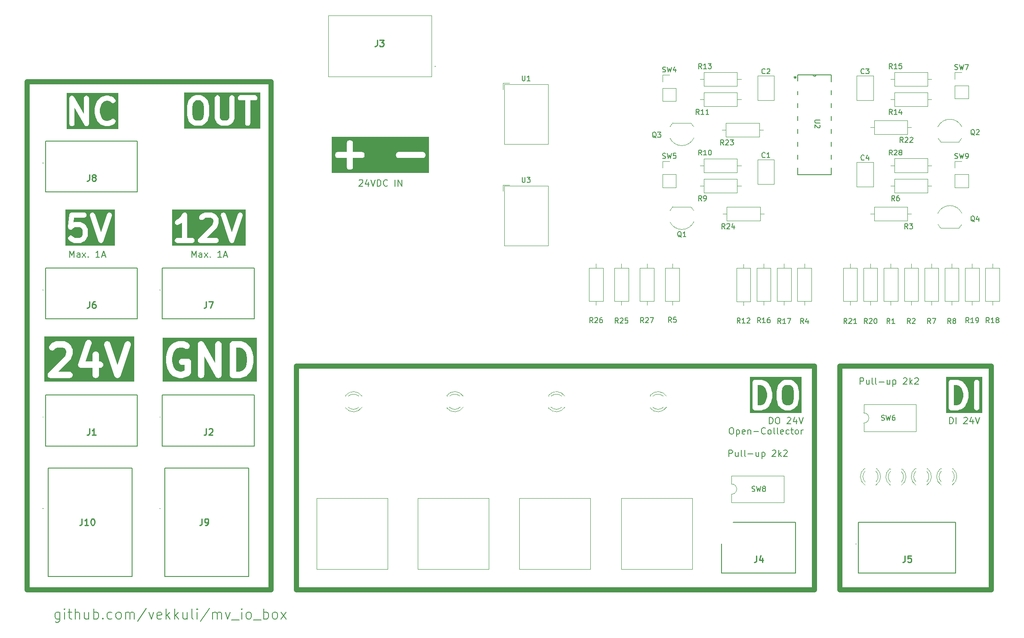
<source format=gto>
G04 #@! TF.GenerationSoftware,KiCad,Pcbnew,8.0.5*
G04 #@! TF.CreationDate,2024-11-26T19:37:20+02:00*
G04 #@! TF.ProjectId,io_box,696f5f62-6f78-42e6-9b69-6361645f7063,rev?*
G04 #@! TF.SameCoordinates,Original*
G04 #@! TF.FileFunction,Legend,Top*
G04 #@! TF.FilePolarity,Positive*
%FSLAX46Y46*%
G04 Gerber Fmt 4.6, Leading zero omitted, Abs format (unit mm)*
G04 Created by KiCad (PCBNEW 8.0.5) date 2024-11-26 19:37:20*
%MOMM*%
%LPD*%
G01*
G04 APERTURE LIST*
%ADD10C,1.000000*%
%ADD11C,0.200000*%
%ADD12C,1.250000*%
%ADD13C,0.254000*%
%ADD14C,0.150000*%
%ADD15C,0.100000*%
%ADD16C,0.152400*%
%ADD17C,0.120000*%
%ADD18C,1.524000*%
%ADD19R,1.650000X1.650000*%
%ADD20C,1.650000*%
%ADD21R,1.295400X1.295400*%
%ADD22C,1.295400*%
%ADD23C,3.200000*%
%ADD24C,1.600000*%
%ADD25O,1.600000X1.600000*%
%ADD26C,1.700000*%
%ADD27C,4.000000*%
%ADD28C,2.200000*%
%ADD29R,1.500000X1.500000*%
%ADD30C,1.500000*%
%ADD31R,1.950000X1.950000*%
%ADD32C,1.950000*%
%ADD33R,1.700000X1.700000*%
%ADD34O,1.700000X1.700000*%
%ADD35C,1.400000*%
%ADD36R,1.800000X1.800000*%
%ADD37C,1.800000*%
%ADD38R,1.600000X1.600000*%
%ADD39R,2.300000X1.500000*%
%ADD40O,2.300000X1.500000*%
%ADD41R,2.100000X2.100000*%
%ADD42C,2.100000*%
%ADD43C,3.600000*%
G04 APERTURE END LIST*
D10*
X83000000Y-91000000D02*
X185000000Y-91000000D01*
X185000000Y-135000000D01*
X83000000Y-135000000D01*
X83000000Y-91000000D01*
X30000000Y-35000000D02*
X78000000Y-35000000D01*
X78000000Y-135000000D01*
X30000000Y-135000000D01*
X30000000Y-35000000D01*
X190000000Y-91000000D02*
X219750000Y-91000000D01*
X219750000Y-135000000D01*
X190000000Y-135000000D01*
X190000000Y-91000000D01*
D11*
X211570802Y-102320076D02*
X211570802Y-101050076D01*
X211570802Y-101050076D02*
X211873183Y-101050076D01*
X211873183Y-101050076D02*
X212054612Y-101110552D01*
X212054612Y-101110552D02*
X212175564Y-101231504D01*
X212175564Y-101231504D02*
X212236041Y-101352457D01*
X212236041Y-101352457D02*
X212296517Y-101594361D01*
X212296517Y-101594361D02*
X212296517Y-101775790D01*
X212296517Y-101775790D02*
X212236041Y-102017695D01*
X212236041Y-102017695D02*
X212175564Y-102138647D01*
X212175564Y-102138647D02*
X212054612Y-102259600D01*
X212054612Y-102259600D02*
X211873183Y-102320076D01*
X211873183Y-102320076D02*
X211570802Y-102320076D01*
X212840802Y-102320076D02*
X212840802Y-101050076D01*
X214352707Y-101171028D02*
X214413183Y-101110552D01*
X214413183Y-101110552D02*
X214534136Y-101050076D01*
X214534136Y-101050076D02*
X214836517Y-101050076D01*
X214836517Y-101050076D02*
X214957469Y-101110552D01*
X214957469Y-101110552D02*
X215017945Y-101171028D01*
X215017945Y-101171028D02*
X215078422Y-101291980D01*
X215078422Y-101291980D02*
X215078422Y-101412933D01*
X215078422Y-101412933D02*
X215017945Y-101594361D01*
X215017945Y-101594361D02*
X214292231Y-102320076D01*
X214292231Y-102320076D02*
X215078422Y-102320076D01*
X216166993Y-101473409D02*
X216166993Y-102320076D01*
X215864612Y-100989600D02*
X215562231Y-101896742D01*
X215562231Y-101896742D02*
X216348422Y-101896742D01*
X216650803Y-101050076D02*
X217074136Y-102320076D01*
X217074136Y-102320076D02*
X217497470Y-101050076D01*
X62433958Y-69577126D02*
X62433958Y-68307126D01*
X62433958Y-68307126D02*
X62857292Y-69214269D01*
X62857292Y-69214269D02*
X63280625Y-68307126D01*
X63280625Y-68307126D02*
X63280625Y-69577126D01*
X64429673Y-69577126D02*
X64429673Y-68911888D01*
X64429673Y-68911888D02*
X64369197Y-68790935D01*
X64369197Y-68790935D02*
X64248245Y-68730459D01*
X64248245Y-68730459D02*
X64006340Y-68730459D01*
X64006340Y-68730459D02*
X63885387Y-68790935D01*
X64429673Y-69516650D02*
X64308721Y-69577126D01*
X64308721Y-69577126D02*
X64006340Y-69577126D01*
X64006340Y-69577126D02*
X63885387Y-69516650D01*
X63885387Y-69516650D02*
X63824911Y-69395697D01*
X63824911Y-69395697D02*
X63824911Y-69274745D01*
X63824911Y-69274745D02*
X63885387Y-69153792D01*
X63885387Y-69153792D02*
X64006340Y-69093316D01*
X64006340Y-69093316D02*
X64308721Y-69093316D01*
X64308721Y-69093316D02*
X64429673Y-69032840D01*
X64913483Y-69577126D02*
X65578721Y-68730459D01*
X64913483Y-68730459D02*
X65578721Y-69577126D01*
X66062530Y-69456173D02*
X66123007Y-69516650D01*
X66123007Y-69516650D02*
X66062530Y-69577126D01*
X66062530Y-69577126D02*
X66002054Y-69516650D01*
X66002054Y-69516650D02*
X66062530Y-69456173D01*
X66062530Y-69456173D02*
X66062530Y-69577126D01*
X68300150Y-69577126D02*
X67574435Y-69577126D01*
X67937292Y-69577126D02*
X67937292Y-68307126D01*
X67937292Y-68307126D02*
X67816340Y-68488554D01*
X67816340Y-68488554D02*
X67695388Y-68609507D01*
X67695388Y-68609507D02*
X67574435Y-68669983D01*
X68783959Y-69214269D02*
X69388721Y-69214269D01*
X68663007Y-69577126D02*
X69086340Y-68307126D01*
X69086340Y-68307126D02*
X69509674Y-69577126D01*
D10*
G36*
X213536302Y-94861206D02*
G01*
X213871654Y-95196559D01*
X214048918Y-95551086D01*
X214258773Y-96390504D01*
X214258773Y-96981685D01*
X214048917Y-97821104D01*
X213871654Y-98175629D01*
X213536301Y-98510983D01*
X213010966Y-98686095D01*
X212401630Y-98686095D01*
X212401630Y-94686095D01*
X213010966Y-94686095D01*
X213536302Y-94861206D01*
G37*
G36*
X217957186Y-100241651D02*
G01*
X210846074Y-100241651D01*
X210846074Y-94186095D01*
X211401630Y-94186095D01*
X211401630Y-99186095D01*
X211405908Y-99251358D01*
X211439690Y-99377437D01*
X211504953Y-99490476D01*
X211597249Y-99582772D01*
X211710288Y-99648035D01*
X211836367Y-99681817D01*
X211901630Y-99686095D01*
X213092106Y-99686095D01*
X213157369Y-99681817D01*
X213171918Y-99677918D01*
X213186953Y-99677016D01*
X213250220Y-99660437D01*
X213964505Y-99422342D01*
X213989518Y-99412141D01*
X213997734Y-99409940D01*
X214004510Y-99406027D01*
X214025066Y-99397645D01*
X214067117Y-99369880D01*
X214110773Y-99344676D01*
X214127468Y-99330035D01*
X214133993Y-99325727D01*
X214139632Y-99319367D01*
X214159946Y-99301553D01*
X214636136Y-98825362D01*
X214679259Y-98776189D01*
X214686789Y-98763145D01*
X214696783Y-98751876D01*
X214729796Y-98695416D01*
X214967891Y-98219225D01*
X214981533Y-98186793D01*
X214985769Y-98179164D01*
X214989064Y-98168890D01*
X214993251Y-98158939D01*
X214995001Y-98150385D01*
X215005748Y-98116887D01*
X215243844Y-97164506D01*
X215252986Y-97114132D01*
X215254495Y-97108501D01*
X215254770Y-97104301D01*
X215255523Y-97100154D01*
X215255424Y-97094316D01*
X215258773Y-97043238D01*
X215258773Y-96328952D01*
X215255424Y-96277873D01*
X215255523Y-96272036D01*
X215254770Y-96267888D01*
X215254495Y-96263689D01*
X215252986Y-96258057D01*
X215243844Y-96207684D01*
X215005748Y-95255303D01*
X214995001Y-95221805D01*
X214993251Y-95213250D01*
X214989063Y-95203295D01*
X214985769Y-95193026D01*
X214981535Y-95185399D01*
X214967891Y-95152964D01*
X214729796Y-94676774D01*
X214696783Y-94620314D01*
X214686790Y-94609044D01*
X214679258Y-94595999D01*
X214636135Y-94546826D01*
X214275403Y-94186095D01*
X216401630Y-94186095D01*
X216401630Y-99186095D01*
X216405908Y-99251358D01*
X216439690Y-99377437D01*
X216504953Y-99490476D01*
X216597249Y-99582772D01*
X216710288Y-99648035D01*
X216836367Y-99681817D01*
X216966893Y-99681817D01*
X217092972Y-99648035D01*
X217206011Y-99582772D01*
X217298307Y-99490476D01*
X217363570Y-99377437D01*
X217397352Y-99251358D01*
X217401630Y-99186095D01*
X217401630Y-94186095D01*
X217397352Y-94120832D01*
X217363570Y-93994753D01*
X217298307Y-93881714D01*
X217206011Y-93789418D01*
X217092972Y-93724155D01*
X216966893Y-93690373D01*
X216836367Y-93690373D01*
X216710288Y-93724155D01*
X216597249Y-93789418D01*
X216504953Y-93881714D01*
X216439690Y-93994753D01*
X216405908Y-94120832D01*
X216401630Y-94186095D01*
X214275403Y-94186095D01*
X214159945Y-94070637D01*
X214139636Y-94052826D01*
X214133993Y-94046463D01*
X214127463Y-94042152D01*
X214110772Y-94027514D01*
X214067122Y-94002312D01*
X214025066Y-93974545D01*
X214004509Y-93966162D01*
X213997734Y-93962250D01*
X213989518Y-93960048D01*
X213964505Y-93949848D01*
X213250220Y-93711753D01*
X213186953Y-93695174D01*
X213171918Y-93694271D01*
X213157369Y-93690373D01*
X213092106Y-93686095D01*
X211901630Y-93686095D01*
X211836367Y-93690373D01*
X211710288Y-93724155D01*
X211597249Y-93789418D01*
X211504953Y-93881714D01*
X211439690Y-93994753D01*
X211405908Y-94120832D01*
X211401630Y-94186095D01*
X210846074Y-94186095D01*
X210846074Y-93130539D01*
X217957186Y-93130539D01*
X217957186Y-100241651D01*
G37*
D11*
X95373482Y-54428078D02*
X95433958Y-54367602D01*
X95433958Y-54367602D02*
X95554911Y-54307126D01*
X95554911Y-54307126D02*
X95857292Y-54307126D01*
X95857292Y-54307126D02*
X95978244Y-54367602D01*
X95978244Y-54367602D02*
X96038720Y-54428078D01*
X96038720Y-54428078D02*
X96099197Y-54549030D01*
X96099197Y-54549030D02*
X96099197Y-54669983D01*
X96099197Y-54669983D02*
X96038720Y-54851411D01*
X96038720Y-54851411D02*
X95313006Y-55577126D01*
X95313006Y-55577126D02*
X96099197Y-55577126D01*
X97187768Y-54730459D02*
X97187768Y-55577126D01*
X96885387Y-54246650D02*
X96583006Y-55153792D01*
X96583006Y-55153792D02*
X97369197Y-55153792D01*
X97671578Y-54307126D02*
X98094911Y-55577126D01*
X98094911Y-55577126D02*
X98518245Y-54307126D01*
X98941577Y-55577126D02*
X98941577Y-54307126D01*
X98941577Y-54307126D02*
X99243958Y-54307126D01*
X99243958Y-54307126D02*
X99425387Y-54367602D01*
X99425387Y-54367602D02*
X99546339Y-54488554D01*
X99546339Y-54488554D02*
X99606816Y-54609507D01*
X99606816Y-54609507D02*
X99667292Y-54851411D01*
X99667292Y-54851411D02*
X99667292Y-55032840D01*
X99667292Y-55032840D02*
X99606816Y-55274745D01*
X99606816Y-55274745D02*
X99546339Y-55395697D01*
X99546339Y-55395697D02*
X99425387Y-55516650D01*
X99425387Y-55516650D02*
X99243958Y-55577126D01*
X99243958Y-55577126D02*
X98941577Y-55577126D01*
X100937292Y-55456173D02*
X100876816Y-55516650D01*
X100876816Y-55516650D02*
X100695387Y-55577126D01*
X100695387Y-55577126D02*
X100574435Y-55577126D01*
X100574435Y-55577126D02*
X100393006Y-55516650D01*
X100393006Y-55516650D02*
X100272054Y-55395697D01*
X100272054Y-55395697D02*
X100211577Y-55274745D01*
X100211577Y-55274745D02*
X100151101Y-55032840D01*
X100151101Y-55032840D02*
X100151101Y-54851411D01*
X100151101Y-54851411D02*
X100211577Y-54609507D01*
X100211577Y-54609507D02*
X100272054Y-54488554D01*
X100272054Y-54488554D02*
X100393006Y-54367602D01*
X100393006Y-54367602D02*
X100574435Y-54307126D01*
X100574435Y-54307126D02*
X100695387Y-54307126D01*
X100695387Y-54307126D02*
X100876816Y-54367602D01*
X100876816Y-54367602D02*
X100937292Y-54428078D01*
X102449196Y-55577126D02*
X102449196Y-54307126D01*
X103053958Y-55577126D02*
X103053958Y-54307126D01*
X103053958Y-54307126D02*
X103779673Y-55577126D01*
X103779673Y-55577126D02*
X103779673Y-54307126D01*
X193936039Y-94577126D02*
X193936039Y-93307126D01*
X193936039Y-93307126D02*
X194419849Y-93307126D01*
X194419849Y-93307126D02*
X194540801Y-93367602D01*
X194540801Y-93367602D02*
X194601278Y-93428078D01*
X194601278Y-93428078D02*
X194661754Y-93549030D01*
X194661754Y-93549030D02*
X194661754Y-93730459D01*
X194661754Y-93730459D02*
X194601278Y-93851411D01*
X194601278Y-93851411D02*
X194540801Y-93911888D01*
X194540801Y-93911888D02*
X194419849Y-93972364D01*
X194419849Y-93972364D02*
X193936039Y-93972364D01*
X195750325Y-93730459D02*
X195750325Y-94577126D01*
X195206039Y-93730459D02*
X195206039Y-94395697D01*
X195206039Y-94395697D02*
X195266516Y-94516650D01*
X195266516Y-94516650D02*
X195387468Y-94577126D01*
X195387468Y-94577126D02*
X195568897Y-94577126D01*
X195568897Y-94577126D02*
X195689849Y-94516650D01*
X195689849Y-94516650D02*
X195750325Y-94456173D01*
X196536516Y-94577126D02*
X196415564Y-94516650D01*
X196415564Y-94516650D02*
X196355087Y-94395697D01*
X196355087Y-94395697D02*
X196355087Y-93307126D01*
X197201754Y-94577126D02*
X197080802Y-94516650D01*
X197080802Y-94516650D02*
X197020325Y-94395697D01*
X197020325Y-94395697D02*
X197020325Y-93307126D01*
X197685563Y-94093316D02*
X198653183Y-94093316D01*
X199802230Y-93730459D02*
X199802230Y-94577126D01*
X199257944Y-93730459D02*
X199257944Y-94395697D01*
X199257944Y-94395697D02*
X199318421Y-94516650D01*
X199318421Y-94516650D02*
X199439373Y-94577126D01*
X199439373Y-94577126D02*
X199620802Y-94577126D01*
X199620802Y-94577126D02*
X199741754Y-94516650D01*
X199741754Y-94516650D02*
X199802230Y-94456173D01*
X200406992Y-93730459D02*
X200406992Y-95000459D01*
X200406992Y-93790935D02*
X200527945Y-93730459D01*
X200527945Y-93730459D02*
X200769850Y-93730459D01*
X200769850Y-93730459D02*
X200890802Y-93790935D01*
X200890802Y-93790935D02*
X200951278Y-93851411D01*
X200951278Y-93851411D02*
X201011754Y-93972364D01*
X201011754Y-93972364D02*
X201011754Y-94335221D01*
X201011754Y-94335221D02*
X200951278Y-94456173D01*
X200951278Y-94456173D02*
X200890802Y-94516650D01*
X200890802Y-94516650D02*
X200769850Y-94577126D01*
X200769850Y-94577126D02*
X200527945Y-94577126D01*
X200527945Y-94577126D02*
X200406992Y-94516650D01*
X202463183Y-93428078D02*
X202523659Y-93367602D01*
X202523659Y-93367602D02*
X202644612Y-93307126D01*
X202644612Y-93307126D02*
X202946993Y-93307126D01*
X202946993Y-93307126D02*
X203067945Y-93367602D01*
X203067945Y-93367602D02*
X203128421Y-93428078D01*
X203128421Y-93428078D02*
X203188898Y-93549030D01*
X203188898Y-93549030D02*
X203188898Y-93669983D01*
X203188898Y-93669983D02*
X203128421Y-93851411D01*
X203128421Y-93851411D02*
X202402707Y-94577126D01*
X202402707Y-94577126D02*
X203188898Y-94577126D01*
X203733183Y-94577126D02*
X203733183Y-93307126D01*
X203854136Y-94093316D02*
X204216993Y-94577126D01*
X204216993Y-93730459D02*
X203733183Y-94214269D01*
X204700802Y-93428078D02*
X204761278Y-93367602D01*
X204761278Y-93367602D02*
X204882231Y-93307126D01*
X204882231Y-93307126D02*
X205184612Y-93307126D01*
X205184612Y-93307126D02*
X205305564Y-93367602D01*
X205305564Y-93367602D02*
X205366040Y-93428078D01*
X205366040Y-93428078D02*
X205426517Y-93549030D01*
X205426517Y-93549030D02*
X205426517Y-93669983D01*
X205426517Y-93669983D02*
X205366040Y-93851411D01*
X205366040Y-93851411D02*
X204640326Y-94577126D01*
X204640326Y-94577126D02*
X205426517Y-94577126D01*
D12*
G36*
X72484752Y-87542697D02*
G01*
X72880136Y-87938081D01*
X73089810Y-88357429D01*
X73340224Y-89359082D01*
X73340224Y-90062344D01*
X73089810Y-91063999D01*
X72880136Y-91483346D01*
X72484752Y-91878730D01*
X71863801Y-92085714D01*
X71161653Y-92085714D01*
X71161653Y-87335714D01*
X71863801Y-87335714D01*
X72484752Y-87542697D01*
G37*
G36*
X75256891Y-94002381D02*
G01*
X56673558Y-94002381D01*
X56673558Y-89282142D01*
X57340225Y-89282142D01*
X57340225Y-90139285D01*
X57343235Y-90200546D01*
X57346207Y-90215489D01*
X57346948Y-90230708D01*
X57358886Y-90290870D01*
X57644600Y-91433727D01*
X57662378Y-91492429D01*
X57665368Y-91498758D01*
X57667217Y-91505510D01*
X57691922Y-91561650D01*
X57977636Y-92133079D01*
X57983521Y-92143534D01*
X57985452Y-92148194D01*
X57989853Y-92154780D01*
X58007725Y-92186527D01*
X58031753Y-92217487D01*
X58053522Y-92250066D01*
X58077989Y-92277062D01*
X58082844Y-92283318D01*
X58086651Y-92286619D01*
X58094711Y-92295513D01*
X58666141Y-92866942D01*
X58711587Y-92908132D01*
X58730048Y-92920467D01*
X58746832Y-92935024D01*
X58780880Y-92954432D01*
X58813459Y-92976201D01*
X58833981Y-92984701D01*
X58853274Y-92995699D01*
X58910440Y-93017927D01*
X59767583Y-93303641D01*
X59779136Y-93306871D01*
X59783797Y-93308802D01*
X59791567Y-93310347D01*
X59826652Y-93320158D01*
X59865531Y-93325059D01*
X59903964Y-93332704D01*
X59940347Y-93334491D01*
X59948211Y-93335483D01*
X59953243Y-93335125D01*
X59965225Y-93335714D01*
X60536653Y-93335714D01*
X60548634Y-93335125D01*
X60553667Y-93335483D01*
X60561530Y-93334491D01*
X60597914Y-93332704D01*
X60636346Y-93325059D01*
X60675226Y-93320158D01*
X60710310Y-93310347D01*
X60718081Y-93308802D01*
X60722741Y-93306871D01*
X60734295Y-93303641D01*
X61591438Y-93017927D01*
X61648604Y-92995699D01*
X61667893Y-92984703D01*
X61688420Y-92976201D01*
X61721001Y-92954430D01*
X61755046Y-92935024D01*
X61771829Y-92920467D01*
X61790292Y-92908131D01*
X61835739Y-92866941D01*
X62121452Y-92581226D01*
X62162632Y-92535790D01*
X62162642Y-92535781D01*
X62230711Y-92433908D01*
X62277598Y-92320713D01*
X62285504Y-92280967D01*
X62301501Y-92200545D01*
X62301501Y-92200525D01*
X62304510Y-92139285D01*
X62304510Y-90139285D01*
X62301500Y-90078024D01*
X62277598Y-89957857D01*
X62230711Y-89844662D01*
X62162642Y-89742789D01*
X62076006Y-89656153D01*
X61974133Y-89588084D01*
X61860938Y-89541197D01*
X61740771Y-89517295D01*
X61679510Y-89514285D01*
X60536653Y-89514285D01*
X60475392Y-89517295D01*
X60355225Y-89541197D01*
X60242030Y-89588084D01*
X60140157Y-89656153D01*
X60053521Y-89742789D01*
X59985452Y-89844662D01*
X59938565Y-89957857D01*
X59914663Y-90078024D01*
X59914663Y-90200546D01*
X59938565Y-90320713D01*
X59985452Y-90433908D01*
X60053521Y-90535781D01*
X60140157Y-90622417D01*
X60242030Y-90690486D01*
X60355225Y-90737373D01*
X60475392Y-90761275D01*
X60536653Y-90764285D01*
X61054510Y-90764285D01*
X61054510Y-91879287D01*
X60435230Y-92085714D01*
X60066648Y-92085714D01*
X59445695Y-91878730D01*
X59050311Y-91483345D01*
X58840638Y-91063999D01*
X58590225Y-90062344D01*
X58590225Y-89359082D01*
X58840638Y-88357427D01*
X59050311Y-87938082D01*
X59445695Y-87542697D01*
X60066648Y-87335714D01*
X60674826Y-87335714D01*
X61114288Y-87555445D01*
X61170427Y-87580150D01*
X61288597Y-87612511D01*
X61410810Y-87621197D01*
X61532370Y-87605873D01*
X61648604Y-87567128D01*
X61755046Y-87506451D01*
X61847605Y-87426175D01*
X61922724Y-87329384D01*
X61977518Y-87219797D01*
X62009879Y-87101627D01*
X62018565Y-86979414D01*
X62003241Y-86857854D01*
X61964496Y-86741620D01*
X61946878Y-86710714D01*
X63625939Y-86710714D01*
X63625939Y-92710714D01*
X63628949Y-92771975D01*
X63652851Y-92892142D01*
X63699738Y-93005337D01*
X63767807Y-93107210D01*
X63854443Y-93193846D01*
X63956316Y-93261915D01*
X64069511Y-93308802D01*
X64189678Y-93332704D01*
X64312200Y-93332704D01*
X64432367Y-93308802D01*
X64545562Y-93261915D01*
X64647435Y-93193846D01*
X64734071Y-93107210D01*
X64802140Y-93005337D01*
X64849027Y-92892142D01*
X64872929Y-92771975D01*
X64875939Y-92710714D01*
X64875939Y-89064191D01*
X67136858Y-93020800D01*
X67169865Y-93072497D01*
X67184218Y-93089012D01*
X67196378Y-93107210D01*
X67224318Y-93135150D01*
X67250237Y-93164972D01*
X67267539Y-93178371D01*
X67283014Y-93193846D01*
X67315870Y-93215800D01*
X67347107Y-93239990D01*
X67366688Y-93249755D01*
X67384887Y-93261915D01*
X67421395Y-93277037D01*
X67456751Y-93294669D01*
X67477862Y-93300426D01*
X67498082Y-93308802D01*
X67536831Y-93316509D01*
X67574955Y-93326907D01*
X67596790Y-93328435D01*
X67618249Y-93332704D01*
X67657756Y-93332704D01*
X67697178Y-93335464D01*
X67718889Y-93332704D01*
X67740771Y-93332704D01*
X67779522Y-93324996D01*
X67818721Y-93320013D01*
X67839471Y-93313071D01*
X67860938Y-93308802D01*
X67897454Y-93293676D01*
X67934914Y-93281146D01*
X67953906Y-93270293D01*
X67974133Y-93261915D01*
X68007000Y-93239953D01*
X68041293Y-93220358D01*
X68057803Y-93206008D01*
X68076006Y-93193846D01*
X68103954Y-93165897D01*
X68133768Y-93139986D01*
X68147163Y-93122688D01*
X68162642Y-93107210D01*
X68184601Y-93074345D01*
X68208786Y-93043116D01*
X68218549Y-93023537D01*
X68230711Y-93005337D01*
X68245834Y-92968826D01*
X68263465Y-92933473D01*
X68269222Y-92912361D01*
X68277598Y-92892142D01*
X68285306Y-92853389D01*
X68295703Y-92815268D01*
X68297231Y-92793434D01*
X68301500Y-92771975D01*
X68304510Y-92710714D01*
X68304510Y-86710714D01*
X69911653Y-86710714D01*
X69911653Y-92710714D01*
X69914663Y-92771975D01*
X69938565Y-92892142D01*
X69985452Y-93005337D01*
X70053521Y-93107210D01*
X70140157Y-93193846D01*
X70242030Y-93261915D01*
X70355225Y-93308802D01*
X70475392Y-93332704D01*
X70536653Y-93335714D01*
X71965224Y-93335714D01*
X71977205Y-93335125D01*
X71982238Y-93335483D01*
X71990101Y-93334491D01*
X72026485Y-93332704D01*
X72064917Y-93325059D01*
X72103797Y-93320158D01*
X72138881Y-93310347D01*
X72146652Y-93308802D01*
X72151312Y-93306871D01*
X72162866Y-93303641D01*
X73020009Y-93017927D01*
X73077175Y-92995699D01*
X73096467Y-92984701D01*
X73116990Y-92976201D01*
X73149565Y-92954434D01*
X73183617Y-92935024D01*
X73200404Y-92920464D01*
X73218862Y-92908131D01*
X73264309Y-92866942D01*
X73835738Y-92295512D01*
X73843795Y-92286622D01*
X73847605Y-92283318D01*
X73852460Y-92277061D01*
X73876928Y-92250066D01*
X73898700Y-92217481D01*
X73922724Y-92186527D01*
X73940595Y-92154781D01*
X73944997Y-92148194D01*
X73946927Y-92143534D01*
X73952813Y-92133079D01*
X74238527Y-91561650D01*
X74263232Y-91505510D01*
X74265080Y-91498758D01*
X74268071Y-91492429D01*
X74285849Y-91433727D01*
X74571563Y-90290870D01*
X74583501Y-90230708D01*
X74584241Y-90215489D01*
X74587214Y-90200546D01*
X74590224Y-90139285D01*
X74590224Y-89282142D01*
X74587214Y-89220881D01*
X74584241Y-89205937D01*
X74583501Y-89190719D01*
X74571563Y-89130557D01*
X74285849Y-87987700D01*
X74268071Y-87928998D01*
X74265081Y-87922669D01*
X74263232Y-87915916D01*
X74238527Y-87859777D01*
X73952813Y-87288349D01*
X73946927Y-87277893D01*
X73944997Y-87273234D01*
X73940595Y-87266646D01*
X73922724Y-87234901D01*
X73898700Y-87203946D01*
X73876928Y-87171362D01*
X73852460Y-87144366D01*
X73847605Y-87138110D01*
X73843795Y-87134805D01*
X73835738Y-87125916D01*
X73264309Y-86554486D01*
X73218862Y-86513297D01*
X73200404Y-86500963D01*
X73183617Y-86486404D01*
X73149565Y-86466993D01*
X73116990Y-86445227D01*
X73096467Y-86436726D01*
X73077175Y-86425729D01*
X73020009Y-86403501D01*
X72162866Y-86117787D01*
X72151312Y-86114556D01*
X72146652Y-86112626D01*
X72138881Y-86111080D01*
X72103797Y-86101270D01*
X72064917Y-86096368D01*
X72026485Y-86088724D01*
X71990101Y-86086936D01*
X71982238Y-86085945D01*
X71977205Y-86086302D01*
X71965224Y-86085714D01*
X70536653Y-86085714D01*
X70475392Y-86088724D01*
X70355225Y-86112626D01*
X70242030Y-86159513D01*
X70140157Y-86227582D01*
X70053521Y-86314218D01*
X69985452Y-86416091D01*
X69938565Y-86529286D01*
X69914663Y-86649453D01*
X69911653Y-86710714D01*
X68304510Y-86710714D01*
X68301500Y-86649453D01*
X68277598Y-86529286D01*
X68230711Y-86416091D01*
X68162642Y-86314218D01*
X68076006Y-86227582D01*
X67974133Y-86159513D01*
X67860938Y-86112626D01*
X67740771Y-86088724D01*
X67618249Y-86088724D01*
X67498082Y-86112626D01*
X67384887Y-86159513D01*
X67283014Y-86227582D01*
X67196378Y-86314218D01*
X67128309Y-86416091D01*
X67081422Y-86529286D01*
X67057520Y-86649453D01*
X67054510Y-86710714D01*
X67054510Y-90357235D01*
X64793591Y-86400627D01*
X64760584Y-86348931D01*
X64746231Y-86332416D01*
X64734071Y-86314218D01*
X64706125Y-86286272D01*
X64680211Y-86256456D01*
X64662912Y-86243059D01*
X64647435Y-86227582D01*
X64614582Y-86205630D01*
X64583342Y-86181437D01*
X64563754Y-86171668D01*
X64545562Y-86159513D01*
X64509065Y-86144395D01*
X64473698Y-86126758D01*
X64452581Y-86120998D01*
X64432367Y-86112626D01*
X64393619Y-86104918D01*
X64355493Y-86094521D01*
X64333659Y-86092992D01*
X64312200Y-86088724D01*
X64272693Y-86088724D01*
X64233271Y-86085964D01*
X64211560Y-86088724D01*
X64189678Y-86088724D01*
X64150926Y-86096431D01*
X64111728Y-86101415D01*
X64090975Y-86108356D01*
X64069511Y-86112626D01*
X64033003Y-86127748D01*
X63995535Y-86140281D01*
X63976535Y-86151137D01*
X63956316Y-86159513D01*
X63923458Y-86181467D01*
X63889156Y-86201069D01*
X63872641Y-86215421D01*
X63854443Y-86227582D01*
X63826497Y-86255527D01*
X63796681Y-86281442D01*
X63783284Y-86298740D01*
X63767807Y-86314218D01*
X63745855Y-86347070D01*
X63721662Y-86378311D01*
X63711893Y-86397898D01*
X63699738Y-86416091D01*
X63684620Y-86452587D01*
X63666983Y-86487955D01*
X63661223Y-86509071D01*
X63652851Y-86529286D01*
X63645143Y-86568033D01*
X63634746Y-86606160D01*
X63633217Y-86627993D01*
X63628949Y-86649453D01*
X63625939Y-86710714D01*
X61946878Y-86710714D01*
X61903819Y-86635178D01*
X61823543Y-86542619D01*
X61726752Y-86467500D01*
X61673305Y-86437411D01*
X61101876Y-86151697D01*
X61045737Y-86126992D01*
X61024317Y-86121126D01*
X61003796Y-86112626D01*
X60965362Y-86104981D01*
X60927567Y-86094631D01*
X60905408Y-86093056D01*
X60883629Y-86088724D01*
X60822368Y-86085714D01*
X59965225Y-86085714D01*
X59953243Y-86086302D01*
X59948211Y-86085945D01*
X59940347Y-86086936D01*
X59903964Y-86088724D01*
X59865531Y-86096368D01*
X59826652Y-86101270D01*
X59791567Y-86111080D01*
X59783797Y-86112626D01*
X59779136Y-86114556D01*
X59767583Y-86117787D01*
X58910440Y-86403501D01*
X58853274Y-86425729D01*
X58833981Y-86436726D01*
X58813459Y-86445227D01*
X58780880Y-86466995D01*
X58746832Y-86486404D01*
X58730048Y-86500960D01*
X58711587Y-86513296D01*
X58666141Y-86554486D01*
X58094711Y-87125915D01*
X58086651Y-87134808D01*
X58082844Y-87138110D01*
X58077989Y-87144365D01*
X58053522Y-87171362D01*
X58031753Y-87203940D01*
X58007725Y-87234901D01*
X57989850Y-87266650D01*
X57985452Y-87273234D01*
X57983523Y-87277890D01*
X57977636Y-87288348D01*
X57691922Y-87859777D01*
X57667217Y-87915916D01*
X57665367Y-87922669D01*
X57662378Y-87928998D01*
X57644600Y-87987700D01*
X57358886Y-89130557D01*
X57346948Y-89190719D01*
X57346207Y-89205937D01*
X57343235Y-89220881D01*
X57340225Y-89282142D01*
X56673558Y-89282142D01*
X56673558Y-85419047D01*
X75256891Y-85419047D01*
X75256891Y-94002381D01*
G37*
D11*
X36464911Y-139411504D02*
X36464911Y-141030552D01*
X36464911Y-141030552D02*
X36369673Y-141221028D01*
X36369673Y-141221028D02*
X36274435Y-141316266D01*
X36274435Y-141316266D02*
X36083958Y-141411504D01*
X36083958Y-141411504D02*
X35798244Y-141411504D01*
X35798244Y-141411504D02*
X35607768Y-141316266D01*
X36464911Y-140649600D02*
X36274435Y-140744838D01*
X36274435Y-140744838D02*
X35893482Y-140744838D01*
X35893482Y-140744838D02*
X35703006Y-140649600D01*
X35703006Y-140649600D02*
X35607768Y-140554361D01*
X35607768Y-140554361D02*
X35512530Y-140363885D01*
X35512530Y-140363885D02*
X35512530Y-139792457D01*
X35512530Y-139792457D02*
X35607768Y-139601980D01*
X35607768Y-139601980D02*
X35703006Y-139506742D01*
X35703006Y-139506742D02*
X35893482Y-139411504D01*
X35893482Y-139411504D02*
X36274435Y-139411504D01*
X36274435Y-139411504D02*
X36464911Y-139506742D01*
X37417292Y-140744838D02*
X37417292Y-139411504D01*
X37417292Y-138744838D02*
X37322054Y-138840076D01*
X37322054Y-138840076D02*
X37417292Y-138935314D01*
X37417292Y-138935314D02*
X37512530Y-138840076D01*
X37512530Y-138840076D02*
X37417292Y-138744838D01*
X37417292Y-138744838D02*
X37417292Y-138935314D01*
X38083959Y-139411504D02*
X38845863Y-139411504D01*
X38369673Y-138744838D02*
X38369673Y-140459123D01*
X38369673Y-140459123D02*
X38464911Y-140649600D01*
X38464911Y-140649600D02*
X38655387Y-140744838D01*
X38655387Y-140744838D02*
X38845863Y-140744838D01*
X39512530Y-140744838D02*
X39512530Y-138744838D01*
X40369673Y-140744838D02*
X40369673Y-139697219D01*
X40369673Y-139697219D02*
X40274435Y-139506742D01*
X40274435Y-139506742D02*
X40083959Y-139411504D01*
X40083959Y-139411504D02*
X39798244Y-139411504D01*
X39798244Y-139411504D02*
X39607768Y-139506742D01*
X39607768Y-139506742D02*
X39512530Y-139601980D01*
X42179197Y-139411504D02*
X42179197Y-140744838D01*
X41322054Y-139411504D02*
X41322054Y-140459123D01*
X41322054Y-140459123D02*
X41417292Y-140649600D01*
X41417292Y-140649600D02*
X41607768Y-140744838D01*
X41607768Y-140744838D02*
X41893483Y-140744838D01*
X41893483Y-140744838D02*
X42083959Y-140649600D01*
X42083959Y-140649600D02*
X42179197Y-140554361D01*
X43131578Y-140744838D02*
X43131578Y-138744838D01*
X43131578Y-139506742D02*
X43322054Y-139411504D01*
X43322054Y-139411504D02*
X43703007Y-139411504D01*
X43703007Y-139411504D02*
X43893483Y-139506742D01*
X43893483Y-139506742D02*
X43988721Y-139601980D01*
X43988721Y-139601980D02*
X44083959Y-139792457D01*
X44083959Y-139792457D02*
X44083959Y-140363885D01*
X44083959Y-140363885D02*
X43988721Y-140554361D01*
X43988721Y-140554361D02*
X43893483Y-140649600D01*
X43893483Y-140649600D02*
X43703007Y-140744838D01*
X43703007Y-140744838D02*
X43322054Y-140744838D01*
X43322054Y-140744838D02*
X43131578Y-140649600D01*
X44941102Y-140554361D02*
X45036340Y-140649600D01*
X45036340Y-140649600D02*
X44941102Y-140744838D01*
X44941102Y-140744838D02*
X44845864Y-140649600D01*
X44845864Y-140649600D02*
X44941102Y-140554361D01*
X44941102Y-140554361D02*
X44941102Y-140744838D01*
X46750626Y-140649600D02*
X46560150Y-140744838D01*
X46560150Y-140744838D02*
X46179197Y-140744838D01*
X46179197Y-140744838D02*
X45988721Y-140649600D01*
X45988721Y-140649600D02*
X45893483Y-140554361D01*
X45893483Y-140554361D02*
X45798245Y-140363885D01*
X45798245Y-140363885D02*
X45798245Y-139792457D01*
X45798245Y-139792457D02*
X45893483Y-139601980D01*
X45893483Y-139601980D02*
X45988721Y-139506742D01*
X45988721Y-139506742D02*
X46179197Y-139411504D01*
X46179197Y-139411504D02*
X46560150Y-139411504D01*
X46560150Y-139411504D02*
X46750626Y-139506742D01*
X47893483Y-140744838D02*
X47703007Y-140649600D01*
X47703007Y-140649600D02*
X47607769Y-140554361D01*
X47607769Y-140554361D02*
X47512531Y-140363885D01*
X47512531Y-140363885D02*
X47512531Y-139792457D01*
X47512531Y-139792457D02*
X47607769Y-139601980D01*
X47607769Y-139601980D02*
X47703007Y-139506742D01*
X47703007Y-139506742D02*
X47893483Y-139411504D01*
X47893483Y-139411504D02*
X48179198Y-139411504D01*
X48179198Y-139411504D02*
X48369674Y-139506742D01*
X48369674Y-139506742D02*
X48464912Y-139601980D01*
X48464912Y-139601980D02*
X48560150Y-139792457D01*
X48560150Y-139792457D02*
X48560150Y-140363885D01*
X48560150Y-140363885D02*
X48464912Y-140554361D01*
X48464912Y-140554361D02*
X48369674Y-140649600D01*
X48369674Y-140649600D02*
X48179198Y-140744838D01*
X48179198Y-140744838D02*
X47893483Y-140744838D01*
X49417293Y-140744838D02*
X49417293Y-139411504D01*
X49417293Y-139601980D02*
X49512531Y-139506742D01*
X49512531Y-139506742D02*
X49703007Y-139411504D01*
X49703007Y-139411504D02*
X49988722Y-139411504D01*
X49988722Y-139411504D02*
X50179198Y-139506742D01*
X50179198Y-139506742D02*
X50274436Y-139697219D01*
X50274436Y-139697219D02*
X50274436Y-140744838D01*
X50274436Y-139697219D02*
X50369674Y-139506742D01*
X50369674Y-139506742D02*
X50560150Y-139411504D01*
X50560150Y-139411504D02*
X50845864Y-139411504D01*
X50845864Y-139411504D02*
X51036341Y-139506742D01*
X51036341Y-139506742D02*
X51131579Y-139697219D01*
X51131579Y-139697219D02*
X51131579Y-140744838D01*
X53512531Y-138649600D02*
X51798246Y-141221028D01*
X53988722Y-139411504D02*
X54464912Y-140744838D01*
X54464912Y-140744838D02*
X54941103Y-139411504D01*
X56464913Y-140649600D02*
X56274437Y-140744838D01*
X56274437Y-140744838D02*
X55893484Y-140744838D01*
X55893484Y-140744838D02*
X55703008Y-140649600D01*
X55703008Y-140649600D02*
X55607770Y-140459123D01*
X55607770Y-140459123D02*
X55607770Y-139697219D01*
X55607770Y-139697219D02*
X55703008Y-139506742D01*
X55703008Y-139506742D02*
X55893484Y-139411504D01*
X55893484Y-139411504D02*
X56274437Y-139411504D01*
X56274437Y-139411504D02*
X56464913Y-139506742D01*
X56464913Y-139506742D02*
X56560151Y-139697219D01*
X56560151Y-139697219D02*
X56560151Y-139887695D01*
X56560151Y-139887695D02*
X55607770Y-140078171D01*
X57417294Y-140744838D02*
X57417294Y-138744838D01*
X57607770Y-139982933D02*
X58179199Y-140744838D01*
X58179199Y-139411504D02*
X57417294Y-140173409D01*
X59036342Y-140744838D02*
X59036342Y-138744838D01*
X59226818Y-139982933D02*
X59798247Y-140744838D01*
X59798247Y-139411504D02*
X59036342Y-140173409D01*
X61512533Y-139411504D02*
X61512533Y-140744838D01*
X60655390Y-139411504D02*
X60655390Y-140459123D01*
X60655390Y-140459123D02*
X60750628Y-140649600D01*
X60750628Y-140649600D02*
X60941104Y-140744838D01*
X60941104Y-140744838D02*
X61226819Y-140744838D01*
X61226819Y-140744838D02*
X61417295Y-140649600D01*
X61417295Y-140649600D02*
X61512533Y-140554361D01*
X62750628Y-140744838D02*
X62560152Y-140649600D01*
X62560152Y-140649600D02*
X62464914Y-140459123D01*
X62464914Y-140459123D02*
X62464914Y-138744838D01*
X63512533Y-140744838D02*
X63512533Y-139411504D01*
X63512533Y-138744838D02*
X63417295Y-138840076D01*
X63417295Y-138840076D02*
X63512533Y-138935314D01*
X63512533Y-138935314D02*
X63607771Y-138840076D01*
X63607771Y-138840076D02*
X63512533Y-138744838D01*
X63512533Y-138744838D02*
X63512533Y-138935314D01*
X65893485Y-138649600D02*
X64179200Y-141221028D01*
X66560152Y-140744838D02*
X66560152Y-139411504D01*
X66560152Y-139601980D02*
X66655390Y-139506742D01*
X66655390Y-139506742D02*
X66845866Y-139411504D01*
X66845866Y-139411504D02*
X67131581Y-139411504D01*
X67131581Y-139411504D02*
X67322057Y-139506742D01*
X67322057Y-139506742D02*
X67417295Y-139697219D01*
X67417295Y-139697219D02*
X67417295Y-140744838D01*
X67417295Y-139697219D02*
X67512533Y-139506742D01*
X67512533Y-139506742D02*
X67703009Y-139411504D01*
X67703009Y-139411504D02*
X67988723Y-139411504D01*
X67988723Y-139411504D02*
X68179200Y-139506742D01*
X68179200Y-139506742D02*
X68274438Y-139697219D01*
X68274438Y-139697219D02*
X68274438Y-140744838D01*
X69036343Y-139411504D02*
X69512533Y-140744838D01*
X69512533Y-140744838D02*
X69988724Y-139411504D01*
X70274439Y-140935314D02*
X71798248Y-140935314D01*
X72274439Y-140744838D02*
X72274439Y-139411504D01*
X72274439Y-138744838D02*
X72179201Y-138840076D01*
X72179201Y-138840076D02*
X72274439Y-138935314D01*
X72274439Y-138935314D02*
X72369677Y-138840076D01*
X72369677Y-138840076D02*
X72274439Y-138744838D01*
X72274439Y-138744838D02*
X72274439Y-138935314D01*
X73512534Y-140744838D02*
X73322058Y-140649600D01*
X73322058Y-140649600D02*
X73226820Y-140554361D01*
X73226820Y-140554361D02*
X73131582Y-140363885D01*
X73131582Y-140363885D02*
X73131582Y-139792457D01*
X73131582Y-139792457D02*
X73226820Y-139601980D01*
X73226820Y-139601980D02*
X73322058Y-139506742D01*
X73322058Y-139506742D02*
X73512534Y-139411504D01*
X73512534Y-139411504D02*
X73798249Y-139411504D01*
X73798249Y-139411504D02*
X73988725Y-139506742D01*
X73988725Y-139506742D02*
X74083963Y-139601980D01*
X74083963Y-139601980D02*
X74179201Y-139792457D01*
X74179201Y-139792457D02*
X74179201Y-140363885D01*
X74179201Y-140363885D02*
X74083963Y-140554361D01*
X74083963Y-140554361D02*
X73988725Y-140649600D01*
X73988725Y-140649600D02*
X73798249Y-140744838D01*
X73798249Y-140744838D02*
X73512534Y-140744838D01*
X74560154Y-140935314D02*
X76083963Y-140935314D01*
X76560154Y-140744838D02*
X76560154Y-138744838D01*
X76560154Y-139506742D02*
X76750630Y-139411504D01*
X76750630Y-139411504D02*
X77131583Y-139411504D01*
X77131583Y-139411504D02*
X77322059Y-139506742D01*
X77322059Y-139506742D02*
X77417297Y-139601980D01*
X77417297Y-139601980D02*
X77512535Y-139792457D01*
X77512535Y-139792457D02*
X77512535Y-140363885D01*
X77512535Y-140363885D02*
X77417297Y-140554361D01*
X77417297Y-140554361D02*
X77322059Y-140649600D01*
X77322059Y-140649600D02*
X77131583Y-140744838D01*
X77131583Y-140744838D02*
X76750630Y-140744838D01*
X76750630Y-140744838D02*
X76560154Y-140649600D01*
X78655392Y-140744838D02*
X78464916Y-140649600D01*
X78464916Y-140649600D02*
X78369678Y-140554361D01*
X78369678Y-140554361D02*
X78274440Y-140363885D01*
X78274440Y-140363885D02*
X78274440Y-139792457D01*
X78274440Y-139792457D02*
X78369678Y-139601980D01*
X78369678Y-139601980D02*
X78464916Y-139506742D01*
X78464916Y-139506742D02*
X78655392Y-139411504D01*
X78655392Y-139411504D02*
X78941107Y-139411504D01*
X78941107Y-139411504D02*
X79131583Y-139506742D01*
X79131583Y-139506742D02*
X79226821Y-139601980D01*
X79226821Y-139601980D02*
X79322059Y-139792457D01*
X79322059Y-139792457D02*
X79322059Y-140363885D01*
X79322059Y-140363885D02*
X79226821Y-140554361D01*
X79226821Y-140554361D02*
X79131583Y-140649600D01*
X79131583Y-140649600D02*
X78941107Y-140744838D01*
X78941107Y-140744838D02*
X78655392Y-140744838D01*
X79988726Y-140744838D02*
X81036345Y-139411504D01*
X79988726Y-139411504D02*
X81036345Y-140744838D01*
X168136039Y-108777126D02*
X168136039Y-107507126D01*
X168136039Y-107507126D02*
X168619849Y-107507126D01*
X168619849Y-107507126D02*
X168740801Y-107567602D01*
X168740801Y-107567602D02*
X168801278Y-107628078D01*
X168801278Y-107628078D02*
X168861754Y-107749030D01*
X168861754Y-107749030D02*
X168861754Y-107930459D01*
X168861754Y-107930459D02*
X168801278Y-108051411D01*
X168801278Y-108051411D02*
X168740801Y-108111888D01*
X168740801Y-108111888D02*
X168619849Y-108172364D01*
X168619849Y-108172364D02*
X168136039Y-108172364D01*
X169950325Y-107930459D02*
X169950325Y-108777126D01*
X169406039Y-107930459D02*
X169406039Y-108595697D01*
X169406039Y-108595697D02*
X169466516Y-108716650D01*
X169466516Y-108716650D02*
X169587468Y-108777126D01*
X169587468Y-108777126D02*
X169768897Y-108777126D01*
X169768897Y-108777126D02*
X169889849Y-108716650D01*
X169889849Y-108716650D02*
X169950325Y-108656173D01*
X170736516Y-108777126D02*
X170615564Y-108716650D01*
X170615564Y-108716650D02*
X170555087Y-108595697D01*
X170555087Y-108595697D02*
X170555087Y-107507126D01*
X171401754Y-108777126D02*
X171280802Y-108716650D01*
X171280802Y-108716650D02*
X171220325Y-108595697D01*
X171220325Y-108595697D02*
X171220325Y-107507126D01*
X171885563Y-108293316D02*
X172853183Y-108293316D01*
X174002230Y-107930459D02*
X174002230Y-108777126D01*
X173457944Y-107930459D02*
X173457944Y-108595697D01*
X173457944Y-108595697D02*
X173518421Y-108716650D01*
X173518421Y-108716650D02*
X173639373Y-108777126D01*
X173639373Y-108777126D02*
X173820802Y-108777126D01*
X173820802Y-108777126D02*
X173941754Y-108716650D01*
X173941754Y-108716650D02*
X174002230Y-108656173D01*
X174606992Y-107930459D02*
X174606992Y-109200459D01*
X174606992Y-107990935D02*
X174727945Y-107930459D01*
X174727945Y-107930459D02*
X174969850Y-107930459D01*
X174969850Y-107930459D02*
X175090802Y-107990935D01*
X175090802Y-107990935D02*
X175151278Y-108051411D01*
X175151278Y-108051411D02*
X175211754Y-108172364D01*
X175211754Y-108172364D02*
X175211754Y-108535221D01*
X175211754Y-108535221D02*
X175151278Y-108656173D01*
X175151278Y-108656173D02*
X175090802Y-108716650D01*
X175090802Y-108716650D02*
X174969850Y-108777126D01*
X174969850Y-108777126D02*
X174727945Y-108777126D01*
X174727945Y-108777126D02*
X174606992Y-108716650D01*
X176663183Y-107628078D02*
X176723659Y-107567602D01*
X176723659Y-107567602D02*
X176844612Y-107507126D01*
X176844612Y-107507126D02*
X177146993Y-107507126D01*
X177146993Y-107507126D02*
X177267945Y-107567602D01*
X177267945Y-107567602D02*
X177328421Y-107628078D01*
X177328421Y-107628078D02*
X177388898Y-107749030D01*
X177388898Y-107749030D02*
X177388898Y-107869983D01*
X177388898Y-107869983D02*
X177328421Y-108051411D01*
X177328421Y-108051411D02*
X176602707Y-108777126D01*
X176602707Y-108777126D02*
X177388898Y-108777126D01*
X177933183Y-108777126D02*
X177933183Y-107507126D01*
X178054136Y-108293316D02*
X178416993Y-108777126D01*
X178416993Y-107930459D02*
X177933183Y-108414269D01*
X178900802Y-107628078D02*
X178961278Y-107567602D01*
X178961278Y-107567602D02*
X179082231Y-107507126D01*
X179082231Y-107507126D02*
X179384612Y-107507126D01*
X179384612Y-107507126D02*
X179505564Y-107567602D01*
X179505564Y-107567602D02*
X179566040Y-107628078D01*
X179566040Y-107628078D02*
X179626517Y-107749030D01*
X179626517Y-107749030D02*
X179626517Y-107869983D01*
X179626517Y-107869983D02*
X179566040Y-108051411D01*
X179566040Y-108051411D02*
X178840326Y-108777126D01*
X178840326Y-108777126D02*
X179626517Y-108777126D01*
D10*
G36*
X47283621Y-67316651D02*
G01*
X37554962Y-67316651D01*
X37554962Y-63657660D01*
X38110518Y-63657660D01*
X38114551Y-63682317D01*
X38114551Y-63707309D01*
X38125043Y-63746469D01*
X38131587Y-63786474D01*
X38141864Y-63809247D01*
X38148333Y-63833388D01*
X38168605Y-63868500D01*
X38185279Y-63905446D01*
X38201101Y-63924785D01*
X38213597Y-63946427D01*
X38242261Y-63975091D01*
X38267933Y-64006468D01*
X38288224Y-64021054D01*
X38305893Y-64038723D01*
X38341000Y-64058992D01*
X38373917Y-64082655D01*
X38397287Y-64091490D01*
X38418931Y-64103987D01*
X38458098Y-64114481D01*
X38496009Y-64128815D01*
X38520866Y-64131300D01*
X38545010Y-64137770D01*
X38585558Y-64137770D01*
X38625887Y-64141803D01*
X38650544Y-64137770D01*
X38675536Y-64137770D01*
X38714696Y-64127277D01*
X38754701Y-64120734D01*
X38777474Y-64110456D01*
X38801615Y-64103988D01*
X38836727Y-64083715D01*
X38873673Y-64067042D01*
X38893012Y-64051219D01*
X38914654Y-64038724D01*
X38963827Y-63995601D01*
X39144548Y-63814879D01*
X39442593Y-63665857D01*
X40397002Y-63665857D01*
X40695049Y-63814880D01*
X40818394Y-63938226D01*
X40967417Y-64236271D01*
X40967417Y-65190680D01*
X40818394Y-65488725D01*
X40695047Y-65612072D01*
X40397002Y-65761095D01*
X39442593Y-65761095D01*
X39144548Y-65612072D01*
X38963827Y-65431351D01*
X38914654Y-65388228D01*
X38801616Y-65322964D01*
X38675537Y-65289181D01*
X38545011Y-65289181D01*
X38418932Y-65322964D01*
X38305894Y-65388228D01*
X38213598Y-65480524D01*
X38148334Y-65593562D01*
X38114551Y-65719641D01*
X38114551Y-65850167D01*
X38148334Y-65976246D01*
X38213598Y-66089284D01*
X38256721Y-66138457D01*
X38494817Y-66376554D01*
X38543990Y-66419677D01*
X38557033Y-66427207D01*
X38568303Y-66437201D01*
X38624763Y-66470214D01*
X39100954Y-66708309D01*
X39125854Y-66718783D01*
X39133218Y-66723035D01*
X39140772Y-66725059D01*
X39161240Y-66733669D01*
X39210619Y-66743774D01*
X39259297Y-66756817D01*
X39281449Y-66758269D01*
X39289116Y-66759838D01*
X39297607Y-66759328D01*
X39324560Y-66761095D01*
X40515036Y-66761095D01*
X40541995Y-66759327D01*
X40550480Y-66759837D01*
X40558139Y-66758269D01*
X40580299Y-66756817D01*
X40628982Y-66743772D01*
X40678356Y-66733669D01*
X40698823Y-66725059D01*
X40706378Y-66723035D01*
X40713741Y-66718783D01*
X40738642Y-66708309D01*
X41214833Y-66470214D01*
X41271293Y-66437201D01*
X41282562Y-66427208D01*
X41295608Y-66419676D01*
X41344781Y-66376553D01*
X41582876Y-66138457D01*
X41625999Y-66089284D01*
X41633529Y-66076240D01*
X41643523Y-66064971D01*
X41676536Y-66008511D01*
X41914631Y-65532320D01*
X41925105Y-65507419D01*
X41929357Y-65500056D01*
X41931381Y-65492501D01*
X41939991Y-65472034D01*
X41950096Y-65422654D01*
X41963139Y-65373977D01*
X41964591Y-65351824D01*
X41966160Y-65344158D01*
X41965650Y-65335666D01*
X41967417Y-65308714D01*
X41967417Y-64118238D01*
X41965649Y-64091278D01*
X41966159Y-64082794D01*
X41964591Y-64075134D01*
X41963139Y-64052975D01*
X41950095Y-64004293D01*
X41939991Y-63954917D01*
X41931380Y-63934448D01*
X41929357Y-63926896D01*
X41925107Y-63919535D01*
X41914631Y-63894631D01*
X41676536Y-63418441D01*
X41643523Y-63361981D01*
X41633530Y-63350711D01*
X41625998Y-63337666D01*
X41582875Y-63288493D01*
X41344780Y-63050399D01*
X41295607Y-63007276D01*
X41282563Y-62999745D01*
X41271293Y-62989751D01*
X41214833Y-62956738D01*
X40738642Y-62718643D01*
X40713741Y-62708168D01*
X40706378Y-62703917D01*
X40698823Y-62701892D01*
X40678356Y-62693283D01*
X40628982Y-62683179D01*
X40580299Y-62670135D01*
X40558139Y-62668682D01*
X40550480Y-62667115D01*
X40541995Y-62667624D01*
X40515036Y-62665857D01*
X39324560Y-62665857D01*
X39297607Y-62667623D01*
X39289116Y-62667114D01*
X39281449Y-62668682D01*
X39259297Y-62670135D01*
X39210619Y-62683177D01*
X39208614Y-62683588D01*
X39300864Y-61761095D01*
X41229322Y-61761095D01*
X41294585Y-61756817D01*
X41420664Y-61723035D01*
X41533703Y-61657772D01*
X41625999Y-61565476D01*
X41691262Y-61452437D01*
X41725044Y-61326358D01*
X41725044Y-61225650D01*
X42397247Y-61225650D01*
X42405068Y-61355942D01*
X42421647Y-61419209D01*
X44088314Y-66419209D01*
X44089722Y-66422661D01*
X44090081Y-66424416D01*
X44092013Y-66428281D01*
X44113011Y-66479770D01*
X44132572Y-66509397D01*
X44148455Y-66541162D01*
X44168381Y-66563633D01*
X44184929Y-66588696D01*
X44211497Y-66612255D01*
X44235055Y-66638822D01*
X44260114Y-66655367D01*
X44282589Y-66675297D01*
X44314357Y-66691181D01*
X44343981Y-66710740D01*
X44372463Y-66720234D01*
X44399335Y-66733670D01*
X44434134Y-66740791D01*
X44467809Y-66752016D01*
X44497777Y-66753814D01*
X44527211Y-66759838D01*
X44562662Y-66757709D01*
X44598101Y-66759837D01*
X44627527Y-66753815D01*
X44657503Y-66752016D01*
X44691179Y-66740790D01*
X44725977Y-66733670D01*
X44752847Y-66720234D01*
X44781331Y-66710740D01*
X44810958Y-66691178D01*
X44842723Y-66675296D01*
X44865194Y-66655369D01*
X44890257Y-66638822D01*
X44913816Y-66612253D01*
X44940383Y-66588696D01*
X44956928Y-66563636D01*
X44976858Y-66541162D01*
X44992742Y-66509393D01*
X45012301Y-66479770D01*
X45033297Y-66428282D01*
X45035231Y-66424416D01*
X45035589Y-66422661D01*
X45036998Y-66419209D01*
X46703664Y-61419208D01*
X46720243Y-61355942D01*
X46728065Y-61225650D01*
X46701897Y-61097774D01*
X46643524Y-60981027D01*
X46556923Y-60883367D01*
X46447997Y-60811449D01*
X46324169Y-60770173D01*
X46193877Y-60762352D01*
X46066001Y-60788520D01*
X45949255Y-60846893D01*
X45851595Y-60933493D01*
X45779677Y-61042420D01*
X45754980Y-61102981D01*
X44562655Y-64679954D01*
X43370331Y-61102981D01*
X43345634Y-61042420D01*
X43273716Y-60933494D01*
X43176056Y-60846894D01*
X43059310Y-60788520D01*
X42931434Y-60762353D01*
X42801142Y-60770174D01*
X42677314Y-60811450D01*
X42568388Y-60883368D01*
X42481788Y-60981028D01*
X42423414Y-61097774D01*
X42397247Y-61225650D01*
X41725044Y-61225650D01*
X41725044Y-61195832D01*
X41691262Y-61069753D01*
X41625999Y-60956714D01*
X41533703Y-60864418D01*
X41420664Y-60799155D01*
X41294585Y-60765373D01*
X41229322Y-60761095D01*
X38848370Y-60761095D01*
X38837465Y-60761809D01*
X38832757Y-60761339D01*
X38824804Y-60762639D01*
X38783107Y-60765373D01*
X38743955Y-60775863D01*
X38703942Y-60782408D01*
X38681163Y-60792688D01*
X38657028Y-60799155D01*
X38621918Y-60819425D01*
X38584971Y-60836100D01*
X38565633Y-60851921D01*
X38543989Y-60864418D01*
X38515320Y-60893086D01*
X38483949Y-60918754D01*
X38469364Y-60939042D01*
X38451693Y-60956714D01*
X38431421Y-60991824D01*
X38407762Y-61024738D01*
X38398925Y-61048109D01*
X38386430Y-61069753D01*
X38375936Y-61108914D01*
X38361602Y-61146830D01*
X38354732Y-61188053D01*
X38352648Y-61195832D01*
X38352648Y-61200559D01*
X38350851Y-61211343D01*
X38112755Y-63592295D01*
X38110518Y-63657660D01*
X37554962Y-63657660D01*
X37554962Y-60205539D01*
X47283621Y-60205539D01*
X47283621Y-67316651D01*
G37*
G36*
X73045526Y-67316651D02*
G01*
X58555976Y-67316651D01*
X58555976Y-62725110D01*
X59111532Y-62725110D01*
X59137700Y-62852986D01*
X59196073Y-62969732D01*
X59282673Y-63067393D01*
X59391598Y-63139312D01*
X59515426Y-63180588D01*
X59645718Y-63188408D01*
X59773594Y-63162240D01*
X59833880Y-63136880D01*
X60310071Y-62898785D01*
X60366531Y-62865772D01*
X60377800Y-62855779D01*
X60390846Y-62848247D01*
X60440019Y-62805124D01*
X60538846Y-62706296D01*
X60538846Y-65761095D01*
X59610274Y-65761095D01*
X59545011Y-65765373D01*
X59418932Y-65799155D01*
X59305893Y-65864418D01*
X59213597Y-65956714D01*
X59148334Y-66069753D01*
X59114552Y-66195832D01*
X59114552Y-66326358D01*
X59148334Y-66452437D01*
X59213597Y-66565476D01*
X59305893Y-66657772D01*
X59418932Y-66723035D01*
X59545011Y-66756817D01*
X59610274Y-66761095D01*
X62467417Y-66761095D01*
X62532680Y-66756817D01*
X62658759Y-66723035D01*
X62771798Y-66657772D01*
X62864094Y-66565476D01*
X62929357Y-66452437D01*
X62963139Y-66326358D01*
X62963139Y-66195832D01*
X63638361Y-66195832D01*
X63638361Y-66326358D01*
X63663241Y-66419209D01*
X63672144Y-66452437D01*
X63737407Y-66565476D01*
X63829703Y-66657772D01*
X63942742Y-66723035D01*
X64068821Y-66756818D01*
X64068836Y-66756818D01*
X64134084Y-66761095D01*
X67229322Y-66761095D01*
X67294585Y-66756817D01*
X67420664Y-66723035D01*
X67533703Y-66657772D01*
X67625999Y-66565476D01*
X67691262Y-66452437D01*
X67725044Y-66326358D01*
X67725044Y-66195832D01*
X67691262Y-66069753D01*
X67625999Y-65956714D01*
X67533703Y-65864418D01*
X67420664Y-65799155D01*
X67294585Y-65765373D01*
X67229322Y-65761095D01*
X65341190Y-65761095D01*
X67344780Y-63757506D01*
X67362594Y-63737192D01*
X67368954Y-63731553D01*
X67373262Y-63725027D01*
X67387903Y-63708333D01*
X67413104Y-63664682D01*
X67440872Y-63622627D01*
X67449256Y-63602067D01*
X67453167Y-63595294D01*
X67455367Y-63587081D01*
X67465569Y-63562066D01*
X67703664Y-62847780D01*
X67720243Y-62784513D01*
X67721145Y-62769478D01*
X67725044Y-62754929D01*
X67729322Y-62689666D01*
X67729322Y-62213476D01*
X67727554Y-62186516D01*
X67728064Y-62178032D01*
X67726496Y-62170372D01*
X67725044Y-62148213D01*
X67712000Y-62099531D01*
X67701896Y-62050155D01*
X67693285Y-62029686D01*
X67691262Y-62022134D01*
X67687012Y-62014773D01*
X67676536Y-61989869D01*
X67438441Y-61513679D01*
X67405428Y-61457219D01*
X67395435Y-61445949D01*
X67387903Y-61432904D01*
X67344780Y-61383731D01*
X67186698Y-61225650D01*
X68159152Y-61225650D01*
X68166973Y-61355942D01*
X68183552Y-61419209D01*
X69850219Y-66419209D01*
X69851627Y-66422661D01*
X69851986Y-66424416D01*
X69853918Y-66428281D01*
X69874916Y-66479770D01*
X69894477Y-66509397D01*
X69910360Y-66541162D01*
X69930286Y-66563633D01*
X69946834Y-66588696D01*
X69973402Y-66612255D01*
X69996960Y-66638822D01*
X70022019Y-66655367D01*
X70044494Y-66675297D01*
X70076262Y-66691181D01*
X70105886Y-66710740D01*
X70134368Y-66720234D01*
X70161240Y-66733670D01*
X70196039Y-66740791D01*
X70229714Y-66752016D01*
X70259682Y-66753814D01*
X70289116Y-66759838D01*
X70324567Y-66757709D01*
X70360006Y-66759837D01*
X70389432Y-66753815D01*
X70419408Y-66752016D01*
X70453084Y-66740790D01*
X70487882Y-66733670D01*
X70514752Y-66720234D01*
X70543236Y-66710740D01*
X70572863Y-66691178D01*
X70604628Y-66675296D01*
X70627099Y-66655369D01*
X70652162Y-66638822D01*
X70675721Y-66612253D01*
X70702288Y-66588696D01*
X70718833Y-66563636D01*
X70738763Y-66541162D01*
X70754647Y-66509393D01*
X70774206Y-66479770D01*
X70795202Y-66428282D01*
X70797136Y-66424416D01*
X70797494Y-66422661D01*
X70798903Y-66419209D01*
X72465569Y-61419208D01*
X72482148Y-61355942D01*
X72489970Y-61225650D01*
X72463802Y-61097774D01*
X72405429Y-60981027D01*
X72318828Y-60883367D01*
X72209902Y-60811449D01*
X72086074Y-60770173D01*
X71955782Y-60762352D01*
X71827906Y-60788520D01*
X71711160Y-60846893D01*
X71613500Y-60933493D01*
X71541582Y-61042420D01*
X71516885Y-61102981D01*
X70324560Y-64679954D01*
X69132236Y-61102981D01*
X69107539Y-61042420D01*
X69035621Y-60933494D01*
X68937961Y-60846894D01*
X68821215Y-60788520D01*
X68693339Y-60762353D01*
X68563047Y-60770174D01*
X68439219Y-60811450D01*
X68330293Y-60883368D01*
X68243693Y-60981028D01*
X68185319Y-61097774D01*
X68159152Y-61225650D01*
X67186698Y-61225650D01*
X67106685Y-61145637D01*
X67057512Y-61102514D01*
X67044468Y-61094983D01*
X67033198Y-61084989D01*
X66976738Y-61051976D01*
X66500547Y-60813881D01*
X66475646Y-60803406D01*
X66468283Y-60799155D01*
X66460728Y-60797130D01*
X66440261Y-60788521D01*
X66390887Y-60778417D01*
X66342204Y-60765373D01*
X66320044Y-60763920D01*
X66312385Y-60762353D01*
X66303900Y-60762862D01*
X66276941Y-60761095D01*
X65086465Y-60761095D01*
X65059512Y-60762861D01*
X65051021Y-60762352D01*
X65043354Y-60763920D01*
X65021202Y-60765373D01*
X64972524Y-60778415D01*
X64923145Y-60788521D01*
X64902677Y-60797130D01*
X64895123Y-60799155D01*
X64887759Y-60803406D01*
X64862859Y-60813881D01*
X64386668Y-61051976D01*
X64330208Y-61084989D01*
X64318938Y-61094982D01*
X64305895Y-61102513D01*
X64256722Y-61145636D01*
X64018626Y-61383731D01*
X63975503Y-61432904D01*
X63910239Y-61545942D01*
X63876456Y-61672021D01*
X63876456Y-61802547D01*
X63910238Y-61928626D01*
X63975502Y-62041665D01*
X64067798Y-62133961D01*
X64180836Y-62199225D01*
X64306915Y-62233008D01*
X64437441Y-62233008D01*
X64563520Y-62199226D01*
X64676559Y-62133962D01*
X64725732Y-62090839D01*
X64906453Y-61910117D01*
X65204498Y-61761095D01*
X66158907Y-61761095D01*
X66456954Y-61910118D01*
X66580299Y-62033464D01*
X66729322Y-62331509D01*
X66729322Y-62608527D01*
X66554210Y-63133861D01*
X63780531Y-65907542D01*
X63737422Y-65956698D01*
X63737407Y-65956714D01*
X63672144Y-66069753D01*
X63638361Y-66195832D01*
X62963139Y-66195832D01*
X62929357Y-66069753D01*
X62864094Y-65956714D01*
X62771798Y-65864418D01*
X62658759Y-65799155D01*
X62532680Y-65765373D01*
X62467417Y-65761095D01*
X61538846Y-65761095D01*
X61538846Y-61261095D01*
X61537208Y-61236121D01*
X61537741Y-61227872D01*
X61536145Y-61219892D01*
X61534568Y-61195832D01*
X61521810Y-61148220D01*
X61512143Y-61099881D01*
X61504973Y-61085380D01*
X61500786Y-61069753D01*
X61476133Y-61027054D01*
X61454290Y-60982876D01*
X61443614Y-60970728D01*
X61435523Y-60956714D01*
X61400654Y-60921845D01*
X61368125Y-60884831D01*
X61354669Y-60875860D01*
X61343227Y-60864418D01*
X61300523Y-60839763D01*
X61259521Y-60812428D01*
X61244201Y-60807245D01*
X61230188Y-60799155D01*
X61182566Y-60786395D01*
X61135878Y-60770601D01*
X61119734Y-60769559D01*
X61104109Y-60765373D01*
X61054819Y-60765373D01*
X61005623Y-60762200D01*
X60989758Y-60765373D01*
X60973583Y-60765373D01*
X60925973Y-60778129D01*
X60877631Y-60787798D01*
X60863129Y-60794968D01*
X60847504Y-60799155D01*
X60804811Y-60823803D01*
X60760626Y-60845651D01*
X60748476Y-60856328D01*
X60734465Y-60864418D01*
X60699599Y-60899283D01*
X60662582Y-60931816D01*
X60647926Y-60950956D01*
X60642169Y-60956714D01*
X60638033Y-60963877D01*
X60622821Y-60983745D01*
X60174092Y-61656835D01*
X59790285Y-62040643D01*
X59386668Y-62242452D01*
X59330208Y-62275465D01*
X59232547Y-62362065D01*
X59160628Y-62470990D01*
X59119352Y-62594818D01*
X59111532Y-62725110D01*
X58555976Y-62725110D01*
X58555976Y-60205539D01*
X73045526Y-60205539D01*
X73045526Y-67316651D01*
G37*
G36*
X174929159Y-94861206D02*
G01*
X175264511Y-95196559D01*
X175441775Y-95551086D01*
X175651630Y-96390504D01*
X175651630Y-96981685D01*
X175441774Y-97821104D01*
X175264511Y-98175629D01*
X174929158Y-98510983D01*
X174403823Y-98686095D01*
X173794487Y-98686095D01*
X173794487Y-94686095D01*
X174403823Y-94686095D01*
X174929159Y-94861206D01*
G37*
G36*
X180379259Y-94835117D02*
G01*
X180700148Y-95156005D01*
X180889725Y-95914312D01*
X180889725Y-97457876D01*
X180700148Y-98216183D01*
X180379260Y-98537071D01*
X180081214Y-98686095D01*
X179364902Y-98686095D01*
X179066857Y-98537072D01*
X178745968Y-98216183D01*
X178556391Y-97457875D01*
X178556391Y-95914313D01*
X178745968Y-95156004D01*
X179066856Y-94835117D01*
X179364902Y-94686095D01*
X180081214Y-94686095D01*
X180379259Y-94835117D01*
G37*
G36*
X182445281Y-100241651D02*
G01*
X172238931Y-100241651D01*
X172238931Y-94186095D01*
X172794487Y-94186095D01*
X172794487Y-99186095D01*
X172798765Y-99251358D01*
X172832547Y-99377437D01*
X172897810Y-99490476D01*
X172990106Y-99582772D01*
X173103145Y-99648035D01*
X173229224Y-99681817D01*
X173294487Y-99686095D01*
X174484963Y-99686095D01*
X174550226Y-99681817D01*
X174564775Y-99677918D01*
X174579810Y-99677016D01*
X174643077Y-99660437D01*
X175357362Y-99422342D01*
X175382375Y-99412141D01*
X175390591Y-99409940D01*
X175397367Y-99406027D01*
X175417923Y-99397645D01*
X175459974Y-99369880D01*
X175503630Y-99344676D01*
X175520325Y-99330035D01*
X175526850Y-99325727D01*
X175532489Y-99319367D01*
X175552803Y-99301553D01*
X176028993Y-98825362D01*
X176072116Y-98776189D01*
X176079646Y-98763145D01*
X176089640Y-98751876D01*
X176122653Y-98695416D01*
X176360748Y-98219225D01*
X176374390Y-98186793D01*
X176378626Y-98179164D01*
X176381921Y-98168890D01*
X176386108Y-98158939D01*
X176387858Y-98150385D01*
X176398605Y-98116887D01*
X176636701Y-97164506D01*
X176645843Y-97114132D01*
X176647352Y-97108501D01*
X176647627Y-97104301D01*
X176648380Y-97100154D01*
X176648281Y-97094316D01*
X176651630Y-97043238D01*
X176651630Y-96328952D01*
X176648281Y-96277873D01*
X176648380Y-96272036D01*
X176647627Y-96267888D01*
X176647352Y-96263689D01*
X176645843Y-96258057D01*
X176636701Y-96207684D01*
X176547970Y-95852761D01*
X177556391Y-95852761D01*
X177556391Y-97519428D01*
X177559739Y-97570506D01*
X177559641Y-97576344D01*
X177560393Y-97580491D01*
X177560669Y-97584691D01*
X177562177Y-97590322D01*
X177571320Y-97640696D01*
X177809416Y-98593077D01*
X177829395Y-98655354D01*
X177831449Y-98659055D01*
X177832547Y-98663150D01*
X177863098Y-98716067D01*
X177892747Y-98769475D01*
X177895692Y-98772521D01*
X177897810Y-98776189D01*
X177940933Y-98825362D01*
X178417123Y-99301553D01*
X178466296Y-99344676D01*
X178479341Y-99352208D01*
X178490611Y-99362201D01*
X178547071Y-99395214D01*
X179023261Y-99633309D01*
X179048165Y-99643785D01*
X179055526Y-99648035D01*
X179063078Y-99650058D01*
X179083547Y-99658669D01*
X179132923Y-99668773D01*
X179181605Y-99681817D01*
X179203764Y-99683269D01*
X179211424Y-99684837D01*
X179219908Y-99684327D01*
X179246868Y-99686095D01*
X180199249Y-99686095D01*
X180226208Y-99684327D01*
X180234693Y-99684837D01*
X180242352Y-99683269D01*
X180264512Y-99681817D01*
X180313193Y-99668773D01*
X180362570Y-99658669D01*
X180383038Y-99650058D01*
X180390591Y-99648035D01*
X180397951Y-99643785D01*
X180422856Y-99633309D01*
X180899046Y-99395213D01*
X180955506Y-99362201D01*
X180966778Y-99352204D01*
X180979819Y-99344676D01*
X181028992Y-99301553D01*
X181505184Y-98825362D01*
X181548306Y-98776189D01*
X181550422Y-98772523D01*
X181553370Y-98769475D01*
X181583022Y-98716060D01*
X181613570Y-98663151D01*
X181614667Y-98659054D01*
X181616722Y-98655354D01*
X181636701Y-98593077D01*
X181874796Y-97640696D01*
X181883938Y-97590322D01*
X181885447Y-97584691D01*
X181885722Y-97580491D01*
X181886475Y-97576344D01*
X181886376Y-97570506D01*
X181889725Y-97519428D01*
X181889725Y-95852761D01*
X181886376Y-95801682D01*
X181886475Y-95795845D01*
X181885722Y-95791697D01*
X181885447Y-95787498D01*
X181883938Y-95781866D01*
X181874796Y-95731493D01*
X181636701Y-94779112D01*
X181616722Y-94716835D01*
X181614667Y-94713134D01*
X181613570Y-94709038D01*
X181583015Y-94656116D01*
X181553370Y-94602714D01*
X181550423Y-94599666D01*
X181548306Y-94595999D01*
X181505183Y-94546826D01*
X181028992Y-94070636D01*
X180979819Y-94027513D01*
X180966776Y-94019982D01*
X180955506Y-94009989D01*
X180899046Y-93976977D01*
X180422856Y-93738881D01*
X180397951Y-93728404D01*
X180390591Y-93724155D01*
X180383038Y-93722131D01*
X180362570Y-93713521D01*
X180313193Y-93703416D01*
X180264512Y-93690373D01*
X180242352Y-93688920D01*
X180234693Y-93687353D01*
X180226208Y-93687862D01*
X180199249Y-93686095D01*
X179246868Y-93686095D01*
X179219908Y-93687862D01*
X179211424Y-93687353D01*
X179203764Y-93688920D01*
X179181605Y-93690373D01*
X179132923Y-93703416D01*
X179083547Y-93713521D01*
X179063078Y-93722131D01*
X179055526Y-93724155D01*
X179048165Y-93728404D01*
X179023261Y-93738881D01*
X178547071Y-93976976D01*
X178490611Y-94009989D01*
X178479341Y-94019981D01*
X178466296Y-94027514D01*
X178417123Y-94070637D01*
X177940934Y-94546827D01*
X177897811Y-94596000D01*
X177895694Y-94599665D01*
X177892747Y-94602714D01*
X177863094Y-94656128D01*
X177832547Y-94709038D01*
X177831449Y-94713134D01*
X177829395Y-94716835D01*
X177809416Y-94779112D01*
X177571320Y-95731493D01*
X177562177Y-95781866D01*
X177560669Y-95787498D01*
X177560393Y-95791697D01*
X177559641Y-95795845D01*
X177559739Y-95801682D01*
X177556391Y-95852761D01*
X176547970Y-95852761D01*
X176398605Y-95255303D01*
X176387858Y-95221805D01*
X176386108Y-95213250D01*
X176381920Y-95203295D01*
X176378626Y-95193026D01*
X176374392Y-95185399D01*
X176360748Y-95152964D01*
X176122653Y-94676774D01*
X176089640Y-94620314D01*
X176079647Y-94609044D01*
X176072115Y-94595999D01*
X176028992Y-94546826D01*
X175552802Y-94070637D01*
X175532493Y-94052826D01*
X175526850Y-94046463D01*
X175520320Y-94042152D01*
X175503629Y-94027514D01*
X175459979Y-94002312D01*
X175417923Y-93974545D01*
X175397366Y-93966162D01*
X175390591Y-93962250D01*
X175382375Y-93960048D01*
X175357362Y-93949848D01*
X174643077Y-93711753D01*
X174579810Y-93695174D01*
X174564775Y-93694271D01*
X174550226Y-93690373D01*
X174484963Y-93686095D01*
X173294487Y-93686095D01*
X173229224Y-93690373D01*
X173103145Y-93724155D01*
X172990106Y-93789418D01*
X172897810Y-93881714D01*
X172832547Y-93994753D01*
X172798765Y-94120832D01*
X172794487Y-94186095D01*
X172238931Y-94186095D01*
X172238931Y-93130539D01*
X182445281Y-93130539D01*
X182445281Y-100241651D01*
G37*
D12*
G36*
X109111025Y-52999371D02*
G01*
X89962282Y-52999371D01*
X89962282Y-49363739D01*
X90628949Y-49363739D01*
X90628949Y-49486261D01*
X90652851Y-49606428D01*
X90699738Y-49719623D01*
X90767807Y-49821496D01*
X90854443Y-49908132D01*
X90956316Y-49976201D01*
X91069511Y-50023088D01*
X91189678Y-50046990D01*
X91250939Y-50050000D01*
X92911653Y-50050000D01*
X92911653Y-51710714D01*
X92914663Y-51771975D01*
X92938565Y-51892142D01*
X92985452Y-52005337D01*
X93053521Y-52107210D01*
X93140157Y-52193846D01*
X93242030Y-52261915D01*
X93355225Y-52308802D01*
X93475392Y-52332704D01*
X93597914Y-52332704D01*
X93718081Y-52308802D01*
X93831276Y-52261915D01*
X93933149Y-52193846D01*
X94019785Y-52107210D01*
X94087854Y-52005337D01*
X94134741Y-51892142D01*
X94158643Y-51771975D01*
X94161653Y-51710714D01*
X94161653Y-50050000D01*
X95822368Y-50050000D01*
X95883629Y-50046990D01*
X96003796Y-50023088D01*
X96116991Y-49976201D01*
X96218864Y-49908132D01*
X96305500Y-49821496D01*
X96373569Y-49719623D01*
X96420456Y-49606428D01*
X96444358Y-49486261D01*
X96444358Y-49363739D01*
X102628949Y-49363739D01*
X102628949Y-49486261D01*
X102652851Y-49606428D01*
X102699738Y-49719623D01*
X102767807Y-49821496D01*
X102854443Y-49908132D01*
X102956316Y-49976201D01*
X103069511Y-50023088D01*
X103189678Y-50046990D01*
X103250939Y-50050000D01*
X107822368Y-50050000D01*
X107883629Y-50046990D01*
X108003796Y-50023088D01*
X108116991Y-49976201D01*
X108218864Y-49908132D01*
X108305500Y-49821496D01*
X108373569Y-49719623D01*
X108420456Y-49606428D01*
X108444358Y-49486261D01*
X108444358Y-49363739D01*
X108420456Y-49243572D01*
X108373569Y-49130377D01*
X108305500Y-49028504D01*
X108218864Y-48941868D01*
X108116991Y-48873799D01*
X108003796Y-48826912D01*
X107883629Y-48803010D01*
X107822368Y-48800000D01*
X103250939Y-48800000D01*
X103189678Y-48803010D01*
X103069511Y-48826912D01*
X102956316Y-48873799D01*
X102854443Y-48941868D01*
X102767807Y-49028504D01*
X102699738Y-49130377D01*
X102652851Y-49243572D01*
X102628949Y-49363739D01*
X96444358Y-49363739D01*
X96420456Y-49243572D01*
X96373569Y-49130377D01*
X96305500Y-49028504D01*
X96218864Y-48941868D01*
X96116991Y-48873799D01*
X96003796Y-48826912D01*
X95883629Y-48803010D01*
X95822368Y-48800000D01*
X94161653Y-48800000D01*
X94161653Y-47139285D01*
X94158643Y-47078024D01*
X94134741Y-46957857D01*
X94087854Y-46844662D01*
X94019785Y-46742789D01*
X93933149Y-46656153D01*
X93831276Y-46588084D01*
X93718081Y-46541197D01*
X93597914Y-46517295D01*
X93475392Y-46517295D01*
X93355225Y-46541197D01*
X93242030Y-46588084D01*
X93140157Y-46656153D01*
X93053521Y-46742789D01*
X92985452Y-46844662D01*
X92938565Y-46957857D01*
X92914663Y-47078024D01*
X92911653Y-47139285D01*
X92911653Y-48800000D01*
X91250939Y-48800000D01*
X91189678Y-48803010D01*
X91069511Y-48826912D01*
X90956316Y-48873799D01*
X90854443Y-48941868D01*
X90767807Y-49028504D01*
X90699738Y-49130377D01*
X90652851Y-49243572D01*
X90628949Y-49363739D01*
X89962282Y-49363739D01*
X89962282Y-45850628D01*
X109111025Y-45850628D01*
X109111025Y-52999371D01*
G37*
G36*
X51113804Y-94002381D02*
G01*
X33390852Y-94002381D01*
X33390852Y-92649453D01*
X34057519Y-92649453D01*
X34057519Y-92771975D01*
X34081422Y-92892142D01*
X34128309Y-93005337D01*
X34196378Y-93107210D01*
X34283014Y-93193846D01*
X34384887Y-93261915D01*
X34498082Y-93308802D01*
X34618249Y-93332705D01*
X34618269Y-93332705D01*
X34679510Y-93335714D01*
X38393796Y-93335714D01*
X38455057Y-93332704D01*
X38575224Y-93308802D01*
X38688419Y-93261915D01*
X38790292Y-93193846D01*
X38876928Y-93107210D01*
X38944997Y-93005337D01*
X38991884Y-92892142D01*
X39015786Y-92771975D01*
X39015786Y-92649453D01*
X38991884Y-92529286D01*
X38944997Y-92416091D01*
X38876928Y-92314218D01*
X38790292Y-92227582D01*
X38688419Y-92159513D01*
X38575224Y-92112626D01*
X38455057Y-92088724D01*
X38393796Y-92085714D01*
X36188394Y-92085714D01*
X37580408Y-90693700D01*
X40054742Y-90693700D01*
X40057521Y-90732800D01*
X40057521Y-90771975D01*
X40061853Y-90793754D01*
X40063428Y-90815913D01*
X40073778Y-90853708D01*
X40081423Y-90892142D01*
X40089923Y-90912663D01*
X40095789Y-90934083D01*
X40113313Y-90969132D01*
X40128310Y-91005337D01*
X40140648Y-91023803D01*
X40150582Y-91043670D01*
X40174607Y-91074626D01*
X40196379Y-91107210D01*
X40212086Y-91122917D01*
X40225702Y-91140461D01*
X40255303Y-91166134D01*
X40283015Y-91193846D01*
X40301480Y-91206184D01*
X40318261Y-91220738D01*
X40352307Y-91240145D01*
X40384888Y-91261915D01*
X40405410Y-91270415D01*
X40424703Y-91281413D01*
X40461869Y-91293801D01*
X40498083Y-91308802D01*
X40519871Y-91313135D01*
X40540938Y-91320158D01*
X40579817Y-91325059D01*
X40618250Y-91332704D01*
X40654633Y-91334491D01*
X40662497Y-91335483D01*
X40667529Y-91335125D01*
X40679511Y-91335714D01*
X42911654Y-91335714D01*
X42911654Y-92710714D01*
X42914664Y-92771975D01*
X42938566Y-92892142D01*
X42985453Y-93005337D01*
X43053522Y-93107210D01*
X43140158Y-93193846D01*
X43242031Y-93261915D01*
X43355226Y-93308802D01*
X43475393Y-93332704D01*
X43597915Y-93332704D01*
X43718082Y-93308802D01*
X43831277Y-93261915D01*
X43933150Y-93193846D01*
X44019786Y-93107210D01*
X44087855Y-93005337D01*
X44134742Y-92892142D01*
X44158644Y-92771975D01*
X44161654Y-92710714D01*
X44161654Y-91335714D01*
X44393796Y-91335714D01*
X44455057Y-91332704D01*
X44575224Y-91308802D01*
X44688419Y-91261915D01*
X44790292Y-91193846D01*
X44876928Y-91107210D01*
X44944997Y-91005337D01*
X44991884Y-90892142D01*
X45015786Y-90771975D01*
X45015786Y-90649453D01*
X44991884Y-90529286D01*
X44944997Y-90416091D01*
X44876928Y-90314218D01*
X44790292Y-90227582D01*
X44688419Y-90159513D01*
X44575224Y-90112626D01*
X44455057Y-90088724D01*
X44393796Y-90085714D01*
X44161654Y-90085714D01*
X44161654Y-88710714D01*
X44158644Y-88649453D01*
X44134742Y-88529286D01*
X44087855Y-88416091D01*
X44019786Y-88314218D01*
X43933150Y-88227582D01*
X43831277Y-88159513D01*
X43718082Y-88112626D01*
X43597915Y-88088724D01*
X43475393Y-88088724D01*
X43355226Y-88112626D01*
X43242031Y-88159513D01*
X43140158Y-88227582D01*
X43053522Y-88314218D01*
X42985453Y-88416091D01*
X42938566Y-88529286D01*
X42914664Y-88649453D01*
X42911654Y-88710714D01*
X42911654Y-90085714D01*
X41546652Y-90085714D01*
X42665980Y-86727728D01*
X45197599Y-86727728D01*
X45212924Y-86849287D01*
X45229441Y-86908356D01*
X47229441Y-92908356D01*
X47236743Y-92927137D01*
X47238646Y-92934083D01*
X47242238Y-92941268D01*
X47251669Y-92965521D01*
X47273611Y-93004014D01*
X47293439Y-93043670D01*
X47303898Y-93057146D01*
X47312344Y-93071963D01*
X47341383Y-93105445D01*
X47368559Y-93140461D01*
X47381445Y-93151637D01*
X47392621Y-93164523D01*
X47427630Y-93191693D01*
X47461118Y-93220738D01*
X47475938Y-93229186D01*
X47489412Y-93239643D01*
X47529058Y-93259466D01*
X47567560Y-93281413D01*
X47583738Y-93286805D01*
X47598999Y-93294436D01*
X47641756Y-93306145D01*
X47683795Y-93320158D01*
X47700715Y-93322291D01*
X47717169Y-93326797D01*
X47761373Y-93329938D01*
X47805354Y-93335483D01*
X47822374Y-93334273D01*
X47839382Y-93335482D01*
X47883344Y-93329940D01*
X47927567Y-93326797D01*
X47944021Y-93322290D01*
X47960941Y-93320158D01*
X48002979Y-93306145D01*
X48045737Y-93294436D01*
X48060997Y-93286805D01*
X48077176Y-93281413D01*
X48115671Y-93259468D01*
X48155324Y-93239643D01*
X48168801Y-93229182D01*
X48183618Y-93220737D01*
X48217098Y-93191699D01*
X48252115Y-93164523D01*
X48263291Y-93151636D01*
X48276177Y-93140461D01*
X48303347Y-93105451D01*
X48332392Y-93071964D01*
X48340840Y-93057143D01*
X48351297Y-93043670D01*
X48371120Y-93004023D01*
X48393067Y-92965522D01*
X48402498Y-92941266D01*
X48406090Y-92934083D01*
X48407991Y-92927138D01*
X48415295Y-92908356D01*
X50415295Y-86908357D01*
X50431812Y-86849288D01*
X50447137Y-86727729D01*
X50438451Y-86605515D01*
X50406090Y-86487345D01*
X50351297Y-86377758D01*
X50276177Y-86280967D01*
X50183618Y-86200691D01*
X50077176Y-86140015D01*
X49960941Y-86101270D01*
X49839382Y-86085946D01*
X49717169Y-86094631D01*
X49598999Y-86126992D01*
X49489412Y-86181785D01*
X49392621Y-86256905D01*
X49312344Y-86349465D01*
X49251669Y-86455907D01*
X49229441Y-86513072D01*
X47822368Y-90734290D01*
X46415295Y-86513072D01*
X46393067Y-86455906D01*
X46332392Y-86349464D01*
X46252115Y-86256905D01*
X46155324Y-86181785D01*
X46045737Y-86126992D01*
X45927567Y-86094631D01*
X45805354Y-86085945D01*
X45683795Y-86101270D01*
X45567560Y-86140015D01*
X45461118Y-86200690D01*
X45368559Y-86280967D01*
X45293439Y-86377758D01*
X45238646Y-86487345D01*
X45206285Y-86605515D01*
X45197599Y-86727728D01*
X42665980Y-86727728D01*
X42701009Y-86622642D01*
X42717526Y-86563573D01*
X42732851Y-86442014D01*
X42724165Y-86319801D01*
X42691804Y-86201631D01*
X42637011Y-86092044D01*
X42561891Y-85995253D01*
X42469332Y-85914977D01*
X42362890Y-85854301D01*
X42246655Y-85815556D01*
X42125096Y-85800231D01*
X42002883Y-85808917D01*
X41884713Y-85841278D01*
X41775126Y-85896071D01*
X41678335Y-85971191D01*
X41598058Y-86063750D01*
X41537383Y-86170192D01*
X41515155Y-86227358D01*
X40086584Y-90513072D01*
X40083353Y-90524625D01*
X40081423Y-90529286D01*
X40079877Y-90537056D01*
X40070067Y-90572141D01*
X40065165Y-90611020D01*
X40057521Y-90649453D01*
X40057521Y-90671656D01*
X40054742Y-90693700D01*
X37580408Y-90693700D01*
X38550024Y-89724084D01*
X38591213Y-89678637D01*
X38603546Y-89660179D01*
X38618106Y-89643392D01*
X38637516Y-89609340D01*
X38659283Y-89576765D01*
X38667783Y-89556242D01*
X38678781Y-89536950D01*
X38701009Y-89479784D01*
X38986723Y-88622642D01*
X38989953Y-88611088D01*
X38991884Y-88606428D01*
X38993429Y-88598657D01*
X39003240Y-88563573D01*
X39008141Y-88524693D01*
X39015786Y-88486261D01*
X39017573Y-88449877D01*
X39018565Y-88442014D01*
X39018207Y-88436981D01*
X39018796Y-88425000D01*
X39018796Y-87853571D01*
X39015786Y-87792310D01*
X39011453Y-87770529D01*
X39009879Y-87748373D01*
X38999529Y-87710580D01*
X38991884Y-87672143D01*
X38983383Y-87651619D01*
X38977518Y-87630203D01*
X38952813Y-87574063D01*
X38667099Y-87002634D01*
X38661213Y-86992178D01*
X38659283Y-86987519D01*
X38654881Y-86980931D01*
X38637010Y-86949186D01*
X38612986Y-86918231D01*
X38591214Y-86885647D01*
X38566746Y-86858651D01*
X38561891Y-86852395D01*
X38558081Y-86849090D01*
X38550024Y-86840201D01*
X38264310Y-86554486D01*
X38255416Y-86546426D01*
X38252115Y-86542619D01*
X38245859Y-86537764D01*
X38218863Y-86513297D01*
X38186284Y-86491528D01*
X38155324Y-86467500D01*
X38123577Y-86449628D01*
X38116991Y-86445227D01*
X38112331Y-86443296D01*
X38101876Y-86437411D01*
X37530447Y-86151697D01*
X37474307Y-86126992D01*
X37452889Y-86121126D01*
X37432367Y-86112626D01*
X37393932Y-86104981D01*
X37356138Y-86094631D01*
X37333980Y-86093056D01*
X37312200Y-86088724D01*
X37250939Y-86085714D01*
X35822368Y-86085714D01*
X35761107Y-86088724D01*
X35739326Y-86093056D01*
X35717170Y-86094631D01*
X35679377Y-86104980D01*
X35640940Y-86112626D01*
X35620416Y-86121126D01*
X35599000Y-86126992D01*
X35542860Y-86151697D01*
X34971431Y-86437411D01*
X34960975Y-86443296D01*
X34956316Y-86445227D01*
X34949728Y-86449628D01*
X34917983Y-86467500D01*
X34887028Y-86491523D01*
X34854444Y-86513296D01*
X34827448Y-86537763D01*
X34821192Y-86542619D01*
X34817887Y-86546428D01*
X34808998Y-86554486D01*
X34523283Y-86840200D01*
X34482094Y-86885647D01*
X34414024Y-86987519D01*
X34367137Y-87100714D01*
X34343234Y-87220881D01*
X34343234Y-87343403D01*
X34367137Y-87463570D01*
X34414024Y-87576765D01*
X34482094Y-87678637D01*
X34568730Y-87765273D01*
X34670602Y-87833343D01*
X34783797Y-87880230D01*
X34903964Y-87904133D01*
X35026486Y-87904133D01*
X35146653Y-87880230D01*
X35259848Y-87833343D01*
X35361720Y-87765273D01*
X35407167Y-87724084D01*
X35621163Y-87510086D01*
X35969910Y-87335714D01*
X37103397Y-87335714D01*
X37452142Y-87510086D01*
X37594423Y-87652366D01*
X37768796Y-88001112D01*
X37768796Y-88323577D01*
X37561812Y-88944527D01*
X34237568Y-92268772D01*
X34196398Y-92314197D01*
X34196378Y-92314218D01*
X34128309Y-92416091D01*
X34081422Y-92529286D01*
X34057519Y-92649453D01*
X33390852Y-92649453D01*
X33390852Y-85133564D01*
X51113804Y-85133564D01*
X51113804Y-94002381D01*
G37*
D11*
X38433958Y-69577126D02*
X38433958Y-68307126D01*
X38433958Y-68307126D02*
X38857292Y-69214269D01*
X38857292Y-69214269D02*
X39280625Y-68307126D01*
X39280625Y-68307126D02*
X39280625Y-69577126D01*
X40429673Y-69577126D02*
X40429673Y-68911888D01*
X40429673Y-68911888D02*
X40369197Y-68790935D01*
X40369197Y-68790935D02*
X40248245Y-68730459D01*
X40248245Y-68730459D02*
X40006340Y-68730459D01*
X40006340Y-68730459D02*
X39885387Y-68790935D01*
X40429673Y-69516650D02*
X40308721Y-69577126D01*
X40308721Y-69577126D02*
X40006340Y-69577126D01*
X40006340Y-69577126D02*
X39885387Y-69516650D01*
X39885387Y-69516650D02*
X39824911Y-69395697D01*
X39824911Y-69395697D02*
X39824911Y-69274745D01*
X39824911Y-69274745D02*
X39885387Y-69153792D01*
X39885387Y-69153792D02*
X40006340Y-69093316D01*
X40006340Y-69093316D02*
X40308721Y-69093316D01*
X40308721Y-69093316D02*
X40429673Y-69032840D01*
X40913483Y-69577126D02*
X41578721Y-68730459D01*
X40913483Y-68730459D02*
X41578721Y-69577126D01*
X42062530Y-69456173D02*
X42123007Y-69516650D01*
X42123007Y-69516650D02*
X42062530Y-69577126D01*
X42062530Y-69577126D02*
X42002054Y-69516650D01*
X42002054Y-69516650D02*
X42062530Y-69456173D01*
X42062530Y-69456173D02*
X42062530Y-69577126D01*
X44300150Y-69577126D02*
X43574435Y-69577126D01*
X43937292Y-69577126D02*
X43937292Y-68307126D01*
X43937292Y-68307126D02*
X43816340Y-68488554D01*
X43816340Y-68488554D02*
X43695388Y-68609507D01*
X43695388Y-68609507D02*
X43574435Y-68669983D01*
X44783959Y-69214269D02*
X45388721Y-69214269D01*
X44663007Y-69577126D02*
X45086340Y-68307126D01*
X45086340Y-68307126D02*
X45509674Y-69577126D01*
D10*
G36*
X47994887Y-44316651D02*
G01*
X37792814Y-44316651D01*
X37792814Y-38261095D01*
X38348370Y-38261095D01*
X38348370Y-43261095D01*
X38352648Y-43326358D01*
X38386430Y-43452437D01*
X38451693Y-43565476D01*
X38543989Y-43657772D01*
X38657028Y-43723035D01*
X38783107Y-43756817D01*
X38913633Y-43756817D01*
X39039712Y-43723035D01*
X39152751Y-43657772D01*
X39245047Y-43565476D01*
X39310310Y-43452437D01*
X39344092Y-43326358D01*
X39348370Y-43261095D01*
X39348370Y-40143877D01*
X41271392Y-43509165D01*
X41307485Y-43563706D01*
X41308273Y-43564501D01*
X41308836Y-43565476D01*
X41354264Y-43610904D01*
X41399369Y-43656413D01*
X41400338Y-43656978D01*
X41401132Y-43657772D01*
X41456638Y-43689818D01*
X41512116Y-43722179D01*
X41513200Y-43722474D01*
X41514171Y-43723035D01*
X41575917Y-43739579D01*
X41638043Y-43756523D01*
X41639171Y-43756528D01*
X41640250Y-43756817D01*
X41704092Y-43756817D01*
X41768568Y-43757104D01*
X41769658Y-43756817D01*
X41770776Y-43756817D01*
X41832661Y-43740235D01*
X41894796Y-43723882D01*
X41895769Y-43723325D01*
X41896855Y-43723035D01*
X41952530Y-43690890D01*
X42008124Y-43659123D01*
X42008919Y-43658334D01*
X42009894Y-43657772D01*
X42055322Y-43612343D01*
X42100831Y-43567239D01*
X42101396Y-43566269D01*
X42102190Y-43565476D01*
X42134236Y-43509969D01*
X42166597Y-43454492D01*
X42166892Y-43453407D01*
X42167453Y-43452437D01*
X42183997Y-43390690D01*
X42200941Y-43328565D01*
X42200946Y-43327436D01*
X42201235Y-43326358D01*
X42205513Y-43261095D01*
X42205513Y-40403952D01*
X43348369Y-40403952D01*
X43348369Y-41118238D01*
X43351717Y-41169316D01*
X43351619Y-41175154D01*
X43352371Y-41179301D01*
X43352647Y-41183501D01*
X43354155Y-41189132D01*
X43363298Y-41239506D01*
X43601394Y-42191887D01*
X43612140Y-42225384D01*
X43613891Y-42233940D01*
X43618078Y-42243894D01*
X43621373Y-42254164D01*
X43625606Y-42261790D01*
X43639251Y-42294226D01*
X43877347Y-42770416D01*
X43910359Y-42826876D01*
X43920352Y-42838146D01*
X43927883Y-42851189D01*
X43971006Y-42900362D01*
X44447196Y-43376553D01*
X44467509Y-43394367D01*
X44473149Y-43400727D01*
X44479674Y-43405035D01*
X44496369Y-43419676D01*
X44540019Y-43444877D01*
X44582075Y-43472645D01*
X44602634Y-43481029D01*
X44609408Y-43484940D01*
X44617620Y-43487140D01*
X44642636Y-43497342D01*
X45356922Y-43735437D01*
X45420189Y-43752016D01*
X45435223Y-43752918D01*
X45449773Y-43756817D01*
X45515036Y-43761095D01*
X45991227Y-43761095D01*
X46056490Y-43756817D01*
X46071039Y-43752918D01*
X46086074Y-43752016D01*
X46149341Y-43735437D01*
X46863625Y-43497342D01*
X46888640Y-43487140D01*
X46896854Y-43484940D01*
X46903628Y-43481028D01*
X46924187Y-43472645D01*
X46966247Y-43444874D01*
X47009892Y-43419676D01*
X47026583Y-43405037D01*
X47033113Y-43400727D01*
X47038756Y-43394363D01*
X47059065Y-43376553D01*
X47297162Y-43138457D01*
X47340285Y-43089284D01*
X47405548Y-42976245D01*
X47439331Y-42850167D01*
X47439331Y-42719641D01*
X47405548Y-42593562D01*
X47340285Y-42480523D01*
X47247989Y-42388227D01*
X47134950Y-42322964D01*
X47008871Y-42289181D01*
X46878345Y-42289181D01*
X46752267Y-42322964D01*
X46639228Y-42388227D01*
X46590055Y-42431350D01*
X46435421Y-42585984D01*
X45910087Y-42761095D01*
X45596175Y-42761095D01*
X45070840Y-42585983D01*
X44735487Y-42250629D01*
X44558223Y-41896101D01*
X44348369Y-41056685D01*
X44348369Y-40465504D01*
X44558223Y-39626087D01*
X44735488Y-39271557D01*
X45070840Y-38936206D01*
X45596175Y-38761095D01*
X45910087Y-38761095D01*
X46435420Y-38936205D01*
X46590055Y-39090839D01*
X46639228Y-39133962D01*
X46752267Y-39199226D01*
X46878346Y-39233008D01*
X47008872Y-39233008D01*
X47134951Y-39199225D01*
X47247989Y-39133961D01*
X47340285Y-39041665D01*
X47405549Y-38928626D01*
X47439331Y-38802547D01*
X47439331Y-38672021D01*
X47405548Y-38545942D01*
X47340284Y-38432904D01*
X47297161Y-38383731D01*
X47059065Y-38145636D01*
X47038752Y-38127822D01*
X47033113Y-38121463D01*
X47026588Y-38117155D01*
X47009892Y-38102513D01*
X46966237Y-38077308D01*
X46924187Y-38049545D01*
X46903630Y-38041162D01*
X46896853Y-38037249D01*
X46888635Y-38035047D01*
X46863625Y-38024848D01*
X46149341Y-37786753D01*
X46086074Y-37770174D01*
X46071039Y-37769271D01*
X46056490Y-37765373D01*
X45991227Y-37761095D01*
X45515036Y-37761095D01*
X45449773Y-37765373D01*
X45435223Y-37769271D01*
X45420189Y-37770174D01*
X45356922Y-37786753D01*
X44642636Y-38024848D01*
X44617620Y-38035049D01*
X44609408Y-38037250D01*
X44602634Y-38041160D01*
X44582075Y-38049545D01*
X44540019Y-38077312D01*
X44496369Y-38102514D01*
X44479674Y-38117154D01*
X44473149Y-38121463D01*
X44467509Y-38127822D01*
X44447196Y-38145637D01*
X43971007Y-38621827D01*
X43927884Y-38671000D01*
X43920353Y-38684043D01*
X43910359Y-38695314D01*
X43877346Y-38751774D01*
X43639251Y-39227965D01*
X43625608Y-39260396D01*
X43621373Y-39268026D01*
X43618077Y-39278299D01*
X43613891Y-39288251D01*
X43612140Y-39296804D01*
X43601394Y-39330303D01*
X43363298Y-40282684D01*
X43354155Y-40333057D01*
X43352647Y-40338689D01*
X43352371Y-40342888D01*
X43351619Y-40347036D01*
X43351717Y-40352873D01*
X43348369Y-40403952D01*
X42205513Y-40403952D01*
X42205513Y-38261095D01*
X42201235Y-38195832D01*
X42167453Y-38069753D01*
X42102190Y-37956714D01*
X42009894Y-37864418D01*
X41896855Y-37799155D01*
X41770776Y-37765373D01*
X41640250Y-37765373D01*
X41514171Y-37799155D01*
X41401132Y-37864418D01*
X41308836Y-37956714D01*
X41243573Y-38069753D01*
X41209791Y-38195832D01*
X41205513Y-38261095D01*
X41205513Y-41378312D01*
X39282492Y-38013026D01*
X39246398Y-37958484D01*
X39245609Y-37957688D01*
X39245047Y-37956714D01*
X39199618Y-37911285D01*
X39154514Y-37865777D01*
X39153544Y-37865211D01*
X39152751Y-37864418D01*
X39097244Y-37832371D01*
X39041767Y-37800011D01*
X39040682Y-37799715D01*
X39039712Y-37799155D01*
X38977858Y-37782581D01*
X38915840Y-37765668D01*
X38914715Y-37765662D01*
X38913633Y-37765373D01*
X38849567Y-37765373D01*
X38785315Y-37765087D01*
X38784228Y-37765373D01*
X38783107Y-37765373D01*
X38721117Y-37781982D01*
X38659087Y-37798308D01*
X38658113Y-37798864D01*
X38657028Y-37799155D01*
X38601352Y-37831299D01*
X38545759Y-37863067D01*
X38544963Y-37863855D01*
X38543989Y-37864418D01*
X38498560Y-37909846D01*
X38453052Y-37954951D01*
X38452486Y-37955920D01*
X38451693Y-37956714D01*
X38419646Y-38012220D01*
X38387286Y-38067698D01*
X38386990Y-38068782D01*
X38386430Y-38069753D01*
X38369856Y-38131606D01*
X38352943Y-38193625D01*
X38352937Y-38194749D01*
X38352648Y-38195832D01*
X38348370Y-38261095D01*
X37792814Y-38261095D01*
X37792814Y-37205539D01*
X47994887Y-37205539D01*
X47994887Y-44316651D01*
G37*
G36*
X64331640Y-38835117D02*
G01*
X64652529Y-39156005D01*
X64842106Y-39914312D01*
X64842106Y-41457876D01*
X64652529Y-42216183D01*
X64331641Y-42537071D01*
X64033595Y-42686095D01*
X63317283Y-42686095D01*
X63019238Y-42537072D01*
X62698349Y-42216183D01*
X62508772Y-41457875D01*
X62508772Y-39914313D01*
X62698349Y-39156004D01*
X63019237Y-38835117D01*
X63317283Y-38686095D01*
X64033595Y-38686095D01*
X64331640Y-38835117D01*
G37*
G36*
X75917193Y-44241651D02*
G01*
X60953216Y-44241651D01*
X60953216Y-39852761D01*
X61508772Y-39852761D01*
X61508772Y-41519428D01*
X61512120Y-41570506D01*
X61512022Y-41576344D01*
X61512774Y-41580491D01*
X61513050Y-41584691D01*
X61514558Y-41590322D01*
X61523701Y-41640696D01*
X61761797Y-42593077D01*
X61781776Y-42655354D01*
X61783830Y-42659055D01*
X61784928Y-42663150D01*
X61815479Y-42716067D01*
X61845128Y-42769475D01*
X61848073Y-42772521D01*
X61850191Y-42776189D01*
X61893314Y-42825362D01*
X62369504Y-43301553D01*
X62418677Y-43344676D01*
X62431722Y-43352208D01*
X62442992Y-43362201D01*
X62499452Y-43395214D01*
X62975642Y-43633309D01*
X63000546Y-43643785D01*
X63007907Y-43648035D01*
X63015459Y-43650058D01*
X63035928Y-43658669D01*
X63085304Y-43668773D01*
X63133986Y-43681817D01*
X63156145Y-43683269D01*
X63163805Y-43684837D01*
X63172289Y-43684327D01*
X63199249Y-43686095D01*
X64151630Y-43686095D01*
X64178589Y-43684327D01*
X64187074Y-43684837D01*
X64194733Y-43683269D01*
X64216893Y-43681817D01*
X64265574Y-43668773D01*
X64314951Y-43658669D01*
X64335419Y-43650058D01*
X64342972Y-43648035D01*
X64350332Y-43643785D01*
X64375237Y-43633309D01*
X64851427Y-43395213D01*
X64907887Y-43362201D01*
X64919159Y-43352204D01*
X64932200Y-43344676D01*
X64981373Y-43301553D01*
X65457565Y-42825362D01*
X65500687Y-42776189D01*
X65502803Y-42772523D01*
X65505751Y-42769475D01*
X65535403Y-42716060D01*
X65565951Y-42663151D01*
X65567048Y-42659054D01*
X65569103Y-42655354D01*
X65589082Y-42593077D01*
X65827177Y-41640696D01*
X65836319Y-41590322D01*
X65837828Y-41584691D01*
X65838103Y-41580491D01*
X65838856Y-41576344D01*
X65838757Y-41570506D01*
X65842106Y-41519428D01*
X65842106Y-39852761D01*
X65838757Y-39801682D01*
X65838856Y-39795845D01*
X65838103Y-39791697D01*
X65837828Y-39787498D01*
X65836319Y-39781866D01*
X65827177Y-39731493D01*
X65589082Y-38779112D01*
X65569103Y-38716835D01*
X65567048Y-38713134D01*
X65565951Y-38709038D01*
X65535396Y-38656116D01*
X65505751Y-38602714D01*
X65502804Y-38599666D01*
X65500687Y-38595999D01*
X65457564Y-38546826D01*
X65096832Y-38186095D01*
X66984963Y-38186095D01*
X66984963Y-42233714D01*
X66986730Y-42260673D01*
X66986221Y-42269158D01*
X66987788Y-42276817D01*
X66989241Y-42298977D01*
X67002284Y-42347658D01*
X67012389Y-42397035D01*
X67020999Y-42417503D01*
X67023023Y-42425056D01*
X67027272Y-42432416D01*
X67037749Y-42457321D01*
X67275845Y-42933511D01*
X67308857Y-42989971D01*
X67318850Y-43001240D01*
X67326381Y-43014284D01*
X67369504Y-43063457D01*
X67607599Y-43301553D01*
X67656772Y-43344676D01*
X67669817Y-43352208D01*
X67681087Y-43362201D01*
X67737547Y-43395214D01*
X68213737Y-43633309D01*
X68238641Y-43643785D01*
X68246002Y-43648035D01*
X68253554Y-43650058D01*
X68274023Y-43658669D01*
X68323399Y-43668773D01*
X68372081Y-43681817D01*
X68394240Y-43683269D01*
X68401900Y-43684837D01*
X68410384Y-43684327D01*
X68437344Y-43686095D01*
X69389725Y-43686095D01*
X69416684Y-43684327D01*
X69425169Y-43684837D01*
X69432828Y-43683269D01*
X69454988Y-43681817D01*
X69503669Y-43668773D01*
X69553046Y-43658669D01*
X69573514Y-43650058D01*
X69581067Y-43648035D01*
X69588427Y-43643785D01*
X69613332Y-43633309D01*
X70089522Y-43395213D01*
X70145982Y-43362201D01*
X70157252Y-43352206D01*
X70170296Y-43344676D01*
X70219469Y-43301553D01*
X70457564Y-43063457D01*
X70500687Y-43014284D01*
X70508219Y-43001237D01*
X70518210Y-42989971D01*
X70551223Y-42933512D01*
X70789319Y-42457322D01*
X70799793Y-42432421D01*
X70804046Y-42425056D01*
X70806071Y-42417498D01*
X70814679Y-42397035D01*
X70824781Y-42347667D01*
X70837828Y-42298977D01*
X70839280Y-42276818D01*
X70840848Y-42269159D01*
X70840338Y-42260674D01*
X70842106Y-42233714D01*
X70842106Y-38186095D01*
X70837828Y-38120832D01*
X71513050Y-38120832D01*
X71513050Y-38251358D01*
X71546832Y-38377437D01*
X71612095Y-38490476D01*
X71704391Y-38582772D01*
X71817430Y-38648035D01*
X71943509Y-38681817D01*
X72008772Y-38686095D01*
X72937343Y-38686095D01*
X72937343Y-43186095D01*
X72941621Y-43251358D01*
X72975403Y-43377437D01*
X73040666Y-43490476D01*
X73132962Y-43582772D01*
X73246001Y-43648035D01*
X73372080Y-43681817D01*
X73502606Y-43681817D01*
X73628685Y-43648035D01*
X73741724Y-43582772D01*
X73834020Y-43490476D01*
X73899283Y-43377437D01*
X73933065Y-43251358D01*
X73937343Y-43186095D01*
X73937343Y-38686095D01*
X74865915Y-38686095D01*
X74931178Y-38681817D01*
X75057257Y-38648035D01*
X75170296Y-38582772D01*
X75262592Y-38490476D01*
X75327855Y-38377437D01*
X75361637Y-38251358D01*
X75361637Y-38120832D01*
X75327855Y-37994753D01*
X75262592Y-37881714D01*
X75170296Y-37789418D01*
X75057257Y-37724155D01*
X74931178Y-37690373D01*
X74865915Y-37686095D01*
X72008772Y-37686095D01*
X71943509Y-37690373D01*
X71817430Y-37724155D01*
X71704391Y-37789418D01*
X71612095Y-37881714D01*
X71546832Y-37994753D01*
X71513050Y-38120832D01*
X70837828Y-38120832D01*
X70804046Y-37994753D01*
X70738783Y-37881714D01*
X70646487Y-37789418D01*
X70533448Y-37724155D01*
X70407369Y-37690373D01*
X70276843Y-37690373D01*
X70150764Y-37724155D01*
X70037725Y-37789418D01*
X69945429Y-37881714D01*
X69880166Y-37994753D01*
X69846384Y-38120832D01*
X69842106Y-38186095D01*
X69842106Y-42115679D01*
X69693083Y-42413724D01*
X69569734Y-42537073D01*
X69271690Y-42686095D01*
X68555378Y-42686095D01*
X68257333Y-42537073D01*
X68133985Y-42413724D01*
X67984963Y-42115679D01*
X67984963Y-38186095D01*
X67980685Y-38120832D01*
X67946903Y-37994753D01*
X67881640Y-37881714D01*
X67789344Y-37789418D01*
X67676305Y-37724155D01*
X67550226Y-37690373D01*
X67419700Y-37690373D01*
X67293621Y-37724155D01*
X67180582Y-37789418D01*
X67088286Y-37881714D01*
X67023023Y-37994753D01*
X66989241Y-38120832D01*
X66984963Y-38186095D01*
X65096832Y-38186095D01*
X64981373Y-38070636D01*
X64932200Y-38027513D01*
X64919157Y-38019982D01*
X64907887Y-38009989D01*
X64851427Y-37976977D01*
X64375237Y-37738881D01*
X64350332Y-37728404D01*
X64342972Y-37724155D01*
X64335419Y-37722131D01*
X64314951Y-37713521D01*
X64265574Y-37703416D01*
X64216893Y-37690373D01*
X64194733Y-37688920D01*
X64187074Y-37687353D01*
X64178589Y-37687862D01*
X64151630Y-37686095D01*
X63199249Y-37686095D01*
X63172289Y-37687862D01*
X63163805Y-37687353D01*
X63156145Y-37688920D01*
X63133986Y-37690373D01*
X63085304Y-37703416D01*
X63035928Y-37713521D01*
X63015459Y-37722131D01*
X63007907Y-37724155D01*
X63000546Y-37728404D01*
X62975642Y-37738881D01*
X62499452Y-37976976D01*
X62442992Y-38009989D01*
X62431722Y-38019981D01*
X62418677Y-38027514D01*
X62369504Y-38070637D01*
X61893315Y-38546827D01*
X61850192Y-38596000D01*
X61848075Y-38599665D01*
X61845128Y-38602714D01*
X61815475Y-38656128D01*
X61784928Y-38709038D01*
X61783830Y-38713134D01*
X61781776Y-38716835D01*
X61761797Y-38779112D01*
X61523701Y-39731493D01*
X61514558Y-39781866D01*
X61513050Y-39787498D01*
X61512774Y-39791697D01*
X61512022Y-39795845D01*
X61512120Y-39801682D01*
X61508772Y-39852761D01*
X60953216Y-39852761D01*
X60953216Y-37130539D01*
X75917193Y-37130539D01*
X75917193Y-44241651D01*
G37*
D11*
X176095088Y-102320076D02*
X176095088Y-101050076D01*
X176095088Y-101050076D02*
X176397469Y-101050076D01*
X176397469Y-101050076D02*
X176578898Y-101110552D01*
X176578898Y-101110552D02*
X176699850Y-101231504D01*
X176699850Y-101231504D02*
X176760327Y-101352457D01*
X176760327Y-101352457D02*
X176820803Y-101594361D01*
X176820803Y-101594361D02*
X176820803Y-101775790D01*
X176820803Y-101775790D02*
X176760327Y-102017695D01*
X176760327Y-102017695D02*
X176699850Y-102138647D01*
X176699850Y-102138647D02*
X176578898Y-102259600D01*
X176578898Y-102259600D02*
X176397469Y-102320076D01*
X176397469Y-102320076D02*
X176095088Y-102320076D01*
X177606993Y-101050076D02*
X177848898Y-101050076D01*
X177848898Y-101050076D02*
X177969850Y-101110552D01*
X177969850Y-101110552D02*
X178090803Y-101231504D01*
X178090803Y-101231504D02*
X178151279Y-101473409D01*
X178151279Y-101473409D02*
X178151279Y-101896742D01*
X178151279Y-101896742D02*
X178090803Y-102138647D01*
X178090803Y-102138647D02*
X177969850Y-102259600D01*
X177969850Y-102259600D02*
X177848898Y-102320076D01*
X177848898Y-102320076D02*
X177606993Y-102320076D01*
X177606993Y-102320076D02*
X177486041Y-102259600D01*
X177486041Y-102259600D02*
X177365088Y-102138647D01*
X177365088Y-102138647D02*
X177304612Y-101896742D01*
X177304612Y-101896742D02*
X177304612Y-101473409D01*
X177304612Y-101473409D02*
X177365088Y-101231504D01*
X177365088Y-101231504D02*
X177486041Y-101110552D01*
X177486041Y-101110552D02*
X177606993Y-101050076D01*
X179602707Y-101171028D02*
X179663183Y-101110552D01*
X179663183Y-101110552D02*
X179784136Y-101050076D01*
X179784136Y-101050076D02*
X180086517Y-101050076D01*
X180086517Y-101050076D02*
X180207469Y-101110552D01*
X180207469Y-101110552D02*
X180267945Y-101171028D01*
X180267945Y-101171028D02*
X180328422Y-101291980D01*
X180328422Y-101291980D02*
X180328422Y-101412933D01*
X180328422Y-101412933D02*
X180267945Y-101594361D01*
X180267945Y-101594361D02*
X179542231Y-102320076D01*
X179542231Y-102320076D02*
X180328422Y-102320076D01*
X181416993Y-101473409D02*
X181416993Y-102320076D01*
X181114612Y-100989600D02*
X180812231Y-101896742D01*
X180812231Y-101896742D02*
X181598422Y-101896742D01*
X181900803Y-101050076D02*
X182324136Y-102320076D01*
X182324136Y-102320076D02*
X182747470Y-101050076D01*
X168535565Y-103094705D02*
X168777470Y-103094705D01*
X168777470Y-103094705D02*
X168898422Y-103155181D01*
X168898422Y-103155181D02*
X169019375Y-103276133D01*
X169019375Y-103276133D02*
X169079851Y-103518038D01*
X169079851Y-103518038D02*
X169079851Y-103941371D01*
X169079851Y-103941371D02*
X169019375Y-104183276D01*
X169019375Y-104183276D02*
X168898422Y-104304229D01*
X168898422Y-104304229D02*
X168777470Y-104364705D01*
X168777470Y-104364705D02*
X168535565Y-104364705D01*
X168535565Y-104364705D02*
X168414613Y-104304229D01*
X168414613Y-104304229D02*
X168293660Y-104183276D01*
X168293660Y-104183276D02*
X168233184Y-103941371D01*
X168233184Y-103941371D02*
X168233184Y-103518038D01*
X168233184Y-103518038D02*
X168293660Y-103276133D01*
X168293660Y-103276133D02*
X168414613Y-103155181D01*
X168414613Y-103155181D02*
X168535565Y-103094705D01*
X169624136Y-103518038D02*
X169624136Y-104788038D01*
X169624136Y-103578514D02*
X169745089Y-103518038D01*
X169745089Y-103518038D02*
X169986994Y-103518038D01*
X169986994Y-103518038D02*
X170107946Y-103578514D01*
X170107946Y-103578514D02*
X170168422Y-103638990D01*
X170168422Y-103638990D02*
X170228898Y-103759943D01*
X170228898Y-103759943D02*
X170228898Y-104122800D01*
X170228898Y-104122800D02*
X170168422Y-104243752D01*
X170168422Y-104243752D02*
X170107946Y-104304229D01*
X170107946Y-104304229D02*
X169986994Y-104364705D01*
X169986994Y-104364705D02*
X169745089Y-104364705D01*
X169745089Y-104364705D02*
X169624136Y-104304229D01*
X171256994Y-104304229D02*
X171136042Y-104364705D01*
X171136042Y-104364705D02*
X170894137Y-104364705D01*
X170894137Y-104364705D02*
X170773184Y-104304229D01*
X170773184Y-104304229D02*
X170712708Y-104183276D01*
X170712708Y-104183276D02*
X170712708Y-103699467D01*
X170712708Y-103699467D02*
X170773184Y-103578514D01*
X170773184Y-103578514D02*
X170894137Y-103518038D01*
X170894137Y-103518038D02*
X171136042Y-103518038D01*
X171136042Y-103518038D02*
X171256994Y-103578514D01*
X171256994Y-103578514D02*
X171317470Y-103699467D01*
X171317470Y-103699467D02*
X171317470Y-103820419D01*
X171317470Y-103820419D02*
X170712708Y-103941371D01*
X171861755Y-103518038D02*
X171861755Y-104364705D01*
X171861755Y-103638990D02*
X171922232Y-103578514D01*
X171922232Y-103578514D02*
X172043184Y-103518038D01*
X172043184Y-103518038D02*
X172224613Y-103518038D01*
X172224613Y-103518038D02*
X172345565Y-103578514D01*
X172345565Y-103578514D02*
X172406041Y-103699467D01*
X172406041Y-103699467D02*
X172406041Y-104364705D01*
X173010803Y-103880895D02*
X173978423Y-103880895D01*
X175308899Y-104243752D02*
X175248423Y-104304229D01*
X175248423Y-104304229D02*
X175066994Y-104364705D01*
X175066994Y-104364705D02*
X174946042Y-104364705D01*
X174946042Y-104364705D02*
X174764613Y-104304229D01*
X174764613Y-104304229D02*
X174643661Y-104183276D01*
X174643661Y-104183276D02*
X174583184Y-104062324D01*
X174583184Y-104062324D02*
X174522708Y-103820419D01*
X174522708Y-103820419D02*
X174522708Y-103638990D01*
X174522708Y-103638990D02*
X174583184Y-103397086D01*
X174583184Y-103397086D02*
X174643661Y-103276133D01*
X174643661Y-103276133D02*
X174764613Y-103155181D01*
X174764613Y-103155181D02*
X174946042Y-103094705D01*
X174946042Y-103094705D02*
X175066994Y-103094705D01*
X175066994Y-103094705D02*
X175248423Y-103155181D01*
X175248423Y-103155181D02*
X175308899Y-103215657D01*
X176034613Y-104364705D02*
X175913661Y-104304229D01*
X175913661Y-104304229D02*
X175853184Y-104243752D01*
X175853184Y-104243752D02*
X175792708Y-104122800D01*
X175792708Y-104122800D02*
X175792708Y-103759943D01*
X175792708Y-103759943D02*
X175853184Y-103638990D01*
X175853184Y-103638990D02*
X175913661Y-103578514D01*
X175913661Y-103578514D02*
X176034613Y-103518038D01*
X176034613Y-103518038D02*
X176216042Y-103518038D01*
X176216042Y-103518038D02*
X176336994Y-103578514D01*
X176336994Y-103578514D02*
X176397470Y-103638990D01*
X176397470Y-103638990D02*
X176457946Y-103759943D01*
X176457946Y-103759943D02*
X176457946Y-104122800D01*
X176457946Y-104122800D02*
X176397470Y-104243752D01*
X176397470Y-104243752D02*
X176336994Y-104304229D01*
X176336994Y-104304229D02*
X176216042Y-104364705D01*
X176216042Y-104364705D02*
X176034613Y-104364705D01*
X177183661Y-104364705D02*
X177062709Y-104304229D01*
X177062709Y-104304229D02*
X177002232Y-104183276D01*
X177002232Y-104183276D02*
X177002232Y-103094705D01*
X177848899Y-104364705D02*
X177727947Y-104304229D01*
X177727947Y-104304229D02*
X177667470Y-104183276D01*
X177667470Y-104183276D02*
X177667470Y-103094705D01*
X178816518Y-104304229D02*
X178695566Y-104364705D01*
X178695566Y-104364705D02*
X178453661Y-104364705D01*
X178453661Y-104364705D02*
X178332708Y-104304229D01*
X178332708Y-104304229D02*
X178272232Y-104183276D01*
X178272232Y-104183276D02*
X178272232Y-103699467D01*
X178272232Y-103699467D02*
X178332708Y-103578514D01*
X178332708Y-103578514D02*
X178453661Y-103518038D01*
X178453661Y-103518038D02*
X178695566Y-103518038D01*
X178695566Y-103518038D02*
X178816518Y-103578514D01*
X178816518Y-103578514D02*
X178876994Y-103699467D01*
X178876994Y-103699467D02*
X178876994Y-103820419D01*
X178876994Y-103820419D02*
X178272232Y-103941371D01*
X179965565Y-104304229D02*
X179844613Y-104364705D01*
X179844613Y-104364705D02*
X179602708Y-104364705D01*
X179602708Y-104364705D02*
X179481756Y-104304229D01*
X179481756Y-104304229D02*
X179421279Y-104243752D01*
X179421279Y-104243752D02*
X179360803Y-104122800D01*
X179360803Y-104122800D02*
X179360803Y-103759943D01*
X179360803Y-103759943D02*
X179421279Y-103638990D01*
X179421279Y-103638990D02*
X179481756Y-103578514D01*
X179481756Y-103578514D02*
X179602708Y-103518038D01*
X179602708Y-103518038D02*
X179844613Y-103518038D01*
X179844613Y-103518038D02*
X179965565Y-103578514D01*
X180328422Y-103518038D02*
X180812231Y-103518038D01*
X180509850Y-103094705D02*
X180509850Y-104183276D01*
X180509850Y-104183276D02*
X180570327Y-104304229D01*
X180570327Y-104304229D02*
X180691279Y-104364705D01*
X180691279Y-104364705D02*
X180812231Y-104364705D01*
X181416993Y-104364705D02*
X181296041Y-104304229D01*
X181296041Y-104304229D02*
X181235564Y-104243752D01*
X181235564Y-104243752D02*
X181175088Y-104122800D01*
X181175088Y-104122800D02*
X181175088Y-103759943D01*
X181175088Y-103759943D02*
X181235564Y-103638990D01*
X181235564Y-103638990D02*
X181296041Y-103578514D01*
X181296041Y-103578514D02*
X181416993Y-103518038D01*
X181416993Y-103518038D02*
X181598422Y-103518038D01*
X181598422Y-103518038D02*
X181719374Y-103578514D01*
X181719374Y-103578514D02*
X181779850Y-103638990D01*
X181779850Y-103638990D02*
X181840326Y-103759943D01*
X181840326Y-103759943D02*
X181840326Y-104122800D01*
X181840326Y-104122800D02*
X181779850Y-104243752D01*
X181779850Y-104243752D02*
X181719374Y-104304229D01*
X181719374Y-104304229D02*
X181598422Y-104364705D01*
X181598422Y-104364705D02*
X181416993Y-104364705D01*
X182384612Y-104364705D02*
X182384612Y-103518038D01*
X182384612Y-103759943D02*
X182445089Y-103638990D01*
X182445089Y-103638990D02*
X182505565Y-103578514D01*
X182505565Y-103578514D02*
X182626517Y-103518038D01*
X182626517Y-103518038D02*
X182747470Y-103518038D01*
D13*
X65276667Y-103304318D02*
X65276667Y-104211461D01*
X65276667Y-104211461D02*
X65216190Y-104392889D01*
X65216190Y-104392889D02*
X65095238Y-104513842D01*
X65095238Y-104513842D02*
X64913809Y-104574318D01*
X64913809Y-104574318D02*
X64792857Y-104574318D01*
X65820952Y-103425270D02*
X65881428Y-103364794D01*
X65881428Y-103364794D02*
X66002381Y-103304318D01*
X66002381Y-103304318D02*
X66304762Y-103304318D01*
X66304762Y-103304318D02*
X66425714Y-103364794D01*
X66425714Y-103364794D02*
X66486190Y-103425270D01*
X66486190Y-103425270D02*
X66546667Y-103546222D01*
X66546667Y-103546222D02*
X66546667Y-103667175D01*
X66546667Y-103667175D02*
X66486190Y-103848603D01*
X66486190Y-103848603D02*
X65760476Y-104574318D01*
X65760476Y-104574318D02*
X66546667Y-104574318D01*
D14*
X186045180Y-42548095D02*
X185235657Y-42548095D01*
X185235657Y-42548095D02*
X185140419Y-42595714D01*
X185140419Y-42595714D02*
X185092800Y-42643333D01*
X185092800Y-42643333D02*
X185045180Y-42738571D01*
X185045180Y-42738571D02*
X185045180Y-42929047D01*
X185045180Y-42929047D02*
X185092800Y-43024285D01*
X185092800Y-43024285D02*
X185140419Y-43071904D01*
X185140419Y-43071904D02*
X185235657Y-43119523D01*
X185235657Y-43119523D02*
X186045180Y-43119523D01*
X185949942Y-43548095D02*
X185997561Y-43595714D01*
X185997561Y-43595714D02*
X186045180Y-43690952D01*
X186045180Y-43690952D02*
X186045180Y-43929047D01*
X186045180Y-43929047D02*
X185997561Y-44024285D01*
X185997561Y-44024285D02*
X185949942Y-44071904D01*
X185949942Y-44071904D02*
X185854704Y-44119523D01*
X185854704Y-44119523D02*
X185759466Y-44119523D01*
X185759466Y-44119523D02*
X185616609Y-44071904D01*
X185616609Y-44071904D02*
X185045180Y-43500476D01*
X185045180Y-43500476D02*
X185045180Y-44119523D01*
X181190000Y-33925119D02*
X181190000Y-34163214D01*
X180951905Y-34067976D02*
X181190000Y-34163214D01*
X181190000Y-34163214D02*
X181428095Y-34067976D01*
X181047143Y-34353690D02*
X181190000Y-34163214D01*
X181190000Y-34163214D02*
X181332857Y-34353690D01*
X191357142Y-82614819D02*
X191023809Y-82138628D01*
X190785714Y-82614819D02*
X190785714Y-81614819D01*
X190785714Y-81614819D02*
X191166666Y-81614819D01*
X191166666Y-81614819D02*
X191261904Y-81662438D01*
X191261904Y-81662438D02*
X191309523Y-81710057D01*
X191309523Y-81710057D02*
X191357142Y-81805295D01*
X191357142Y-81805295D02*
X191357142Y-81948152D01*
X191357142Y-81948152D02*
X191309523Y-82043390D01*
X191309523Y-82043390D02*
X191261904Y-82091009D01*
X191261904Y-82091009D02*
X191166666Y-82138628D01*
X191166666Y-82138628D02*
X190785714Y-82138628D01*
X191738095Y-81710057D02*
X191785714Y-81662438D01*
X191785714Y-81662438D02*
X191880952Y-81614819D01*
X191880952Y-81614819D02*
X192119047Y-81614819D01*
X192119047Y-81614819D02*
X192214285Y-81662438D01*
X192214285Y-81662438D02*
X192261904Y-81710057D01*
X192261904Y-81710057D02*
X192309523Y-81805295D01*
X192309523Y-81805295D02*
X192309523Y-81900533D01*
X192309523Y-81900533D02*
X192261904Y-82043390D01*
X192261904Y-82043390D02*
X191690476Y-82614819D01*
X191690476Y-82614819D02*
X192309523Y-82614819D01*
X193261904Y-82614819D02*
X192690476Y-82614819D01*
X192976190Y-82614819D02*
X192976190Y-81614819D01*
X192976190Y-81614819D02*
X192880952Y-81757676D01*
X192880952Y-81757676D02*
X192785714Y-81852914D01*
X192785714Y-81852914D02*
X192690476Y-81900533D01*
X178357142Y-82614819D02*
X178023809Y-82138628D01*
X177785714Y-82614819D02*
X177785714Y-81614819D01*
X177785714Y-81614819D02*
X178166666Y-81614819D01*
X178166666Y-81614819D02*
X178261904Y-81662438D01*
X178261904Y-81662438D02*
X178309523Y-81710057D01*
X178309523Y-81710057D02*
X178357142Y-81805295D01*
X178357142Y-81805295D02*
X178357142Y-81948152D01*
X178357142Y-81948152D02*
X178309523Y-82043390D01*
X178309523Y-82043390D02*
X178261904Y-82091009D01*
X178261904Y-82091009D02*
X178166666Y-82138628D01*
X178166666Y-82138628D02*
X177785714Y-82138628D01*
X179309523Y-82614819D02*
X178738095Y-82614819D01*
X179023809Y-82614819D02*
X179023809Y-81614819D01*
X179023809Y-81614819D02*
X178928571Y-81757676D01*
X178928571Y-81757676D02*
X178833333Y-81852914D01*
X178833333Y-81852914D02*
X178738095Y-81900533D01*
X179642857Y-81614819D02*
X180309523Y-81614819D01*
X180309523Y-81614819D02*
X179880952Y-82614819D01*
X158784761Y-65610057D02*
X158689523Y-65562438D01*
X158689523Y-65562438D02*
X158594285Y-65467200D01*
X158594285Y-65467200D02*
X158451428Y-65324342D01*
X158451428Y-65324342D02*
X158356190Y-65276723D01*
X158356190Y-65276723D02*
X158260952Y-65276723D01*
X158308571Y-65514819D02*
X158213333Y-65467200D01*
X158213333Y-65467200D02*
X158118095Y-65371961D01*
X158118095Y-65371961D02*
X158070476Y-65181485D01*
X158070476Y-65181485D02*
X158070476Y-64848152D01*
X158070476Y-64848152D02*
X158118095Y-64657676D01*
X158118095Y-64657676D02*
X158213333Y-64562438D01*
X158213333Y-64562438D02*
X158308571Y-64514819D01*
X158308571Y-64514819D02*
X158499047Y-64514819D01*
X158499047Y-64514819D02*
X158594285Y-64562438D01*
X158594285Y-64562438D02*
X158689523Y-64657676D01*
X158689523Y-64657676D02*
X158737142Y-64848152D01*
X158737142Y-64848152D02*
X158737142Y-65181485D01*
X158737142Y-65181485D02*
X158689523Y-65371961D01*
X158689523Y-65371961D02*
X158594285Y-65467200D01*
X158594285Y-65467200D02*
X158499047Y-65514819D01*
X158499047Y-65514819D02*
X158308571Y-65514819D01*
X159689523Y-65514819D02*
X159118095Y-65514819D01*
X159403809Y-65514819D02*
X159403809Y-64514819D01*
X159403809Y-64514819D02*
X159308571Y-64657676D01*
X159308571Y-64657676D02*
X159213333Y-64752914D01*
X159213333Y-64752914D02*
X159118095Y-64800533D01*
X216484761Y-62550057D02*
X216389523Y-62502438D01*
X216389523Y-62502438D02*
X216294285Y-62407200D01*
X216294285Y-62407200D02*
X216151428Y-62264342D01*
X216151428Y-62264342D02*
X216056190Y-62216723D01*
X216056190Y-62216723D02*
X215960952Y-62216723D01*
X216008571Y-62454819D02*
X215913333Y-62407200D01*
X215913333Y-62407200D02*
X215818095Y-62311961D01*
X215818095Y-62311961D02*
X215770476Y-62121485D01*
X215770476Y-62121485D02*
X215770476Y-61788152D01*
X215770476Y-61788152D02*
X215818095Y-61597676D01*
X215818095Y-61597676D02*
X215913333Y-61502438D01*
X215913333Y-61502438D02*
X216008571Y-61454819D01*
X216008571Y-61454819D02*
X216199047Y-61454819D01*
X216199047Y-61454819D02*
X216294285Y-61502438D01*
X216294285Y-61502438D02*
X216389523Y-61597676D01*
X216389523Y-61597676D02*
X216437142Y-61788152D01*
X216437142Y-61788152D02*
X216437142Y-62121485D01*
X216437142Y-62121485D02*
X216389523Y-62311961D01*
X216389523Y-62311961D02*
X216294285Y-62407200D01*
X216294285Y-62407200D02*
X216199047Y-62454819D01*
X216199047Y-62454819D02*
X216008571Y-62454819D01*
X217294285Y-61788152D02*
X217294285Y-62454819D01*
X217056190Y-61407200D02*
X216818095Y-62121485D01*
X216818095Y-62121485D02*
X217437142Y-62121485D01*
X200277142Y-41454819D02*
X199943809Y-40978628D01*
X199705714Y-41454819D02*
X199705714Y-40454819D01*
X199705714Y-40454819D02*
X200086666Y-40454819D01*
X200086666Y-40454819D02*
X200181904Y-40502438D01*
X200181904Y-40502438D02*
X200229523Y-40550057D01*
X200229523Y-40550057D02*
X200277142Y-40645295D01*
X200277142Y-40645295D02*
X200277142Y-40788152D01*
X200277142Y-40788152D02*
X200229523Y-40883390D01*
X200229523Y-40883390D02*
X200181904Y-40931009D01*
X200181904Y-40931009D02*
X200086666Y-40978628D01*
X200086666Y-40978628D02*
X199705714Y-40978628D01*
X201229523Y-41454819D02*
X200658095Y-41454819D01*
X200943809Y-41454819D02*
X200943809Y-40454819D01*
X200943809Y-40454819D02*
X200848571Y-40597676D01*
X200848571Y-40597676D02*
X200753333Y-40692914D01*
X200753333Y-40692914D02*
X200658095Y-40740533D01*
X202086666Y-40788152D02*
X202086666Y-41454819D01*
X201848571Y-40407200D02*
X201610476Y-41121485D01*
X201610476Y-41121485D02*
X202229523Y-41121485D01*
X156833333Y-82374819D02*
X156500000Y-81898628D01*
X156261905Y-82374819D02*
X156261905Y-81374819D01*
X156261905Y-81374819D02*
X156642857Y-81374819D01*
X156642857Y-81374819D02*
X156738095Y-81422438D01*
X156738095Y-81422438D02*
X156785714Y-81470057D01*
X156785714Y-81470057D02*
X156833333Y-81565295D01*
X156833333Y-81565295D02*
X156833333Y-81708152D01*
X156833333Y-81708152D02*
X156785714Y-81803390D01*
X156785714Y-81803390D02*
X156738095Y-81851009D01*
X156738095Y-81851009D02*
X156642857Y-81898628D01*
X156642857Y-81898628D02*
X156261905Y-81898628D01*
X157738095Y-81374819D02*
X157261905Y-81374819D01*
X157261905Y-81374819D02*
X157214286Y-81851009D01*
X157214286Y-81851009D02*
X157261905Y-81803390D01*
X157261905Y-81803390D02*
X157357143Y-81755771D01*
X157357143Y-81755771D02*
X157595238Y-81755771D01*
X157595238Y-81755771D02*
X157690476Y-81803390D01*
X157690476Y-81803390D02*
X157738095Y-81851009D01*
X157738095Y-81851009D02*
X157785714Y-81946247D01*
X157785714Y-81946247D02*
X157785714Y-82184342D01*
X157785714Y-82184342D02*
X157738095Y-82279580D01*
X157738095Y-82279580D02*
X157690476Y-82327200D01*
X157690476Y-82327200D02*
X157595238Y-82374819D01*
X157595238Y-82374819D02*
X157357143Y-82374819D01*
X157357143Y-82374819D02*
X157261905Y-82327200D01*
X157261905Y-82327200D02*
X157214286Y-82279580D01*
D13*
X64431667Y-121029318D02*
X64431667Y-121936461D01*
X64431667Y-121936461D02*
X64371190Y-122117889D01*
X64371190Y-122117889D02*
X64250238Y-122238842D01*
X64250238Y-122238842D02*
X64068809Y-122299318D01*
X64068809Y-122299318D02*
X63947857Y-122299318D01*
X65096905Y-122299318D02*
X65338809Y-122299318D01*
X65338809Y-122299318D02*
X65459762Y-122238842D01*
X65459762Y-122238842D02*
X65520238Y-122178365D01*
X65520238Y-122178365D02*
X65641190Y-121996937D01*
X65641190Y-121996937D02*
X65701667Y-121755032D01*
X65701667Y-121755032D02*
X65701667Y-121271222D01*
X65701667Y-121271222D02*
X65641190Y-121150270D01*
X65641190Y-121150270D02*
X65580714Y-121089794D01*
X65580714Y-121089794D02*
X65459762Y-121029318D01*
X65459762Y-121029318D02*
X65217857Y-121029318D01*
X65217857Y-121029318D02*
X65096905Y-121089794D01*
X65096905Y-121089794D02*
X65036428Y-121150270D01*
X65036428Y-121150270D02*
X64975952Y-121271222D01*
X64975952Y-121271222D02*
X64975952Y-121573603D01*
X64975952Y-121573603D02*
X65036428Y-121694556D01*
X65036428Y-121694556D02*
X65096905Y-121755032D01*
X65096905Y-121755032D02*
X65217857Y-121815508D01*
X65217857Y-121815508D02*
X65459762Y-121815508D01*
X65459762Y-121815508D02*
X65580714Y-121755032D01*
X65580714Y-121755032D02*
X65641190Y-121694556D01*
X65641190Y-121694556D02*
X65701667Y-121573603D01*
D14*
X155086667Y-33067200D02*
X155229524Y-33114819D01*
X155229524Y-33114819D02*
X155467619Y-33114819D01*
X155467619Y-33114819D02*
X155562857Y-33067200D01*
X155562857Y-33067200D02*
X155610476Y-33019580D01*
X155610476Y-33019580D02*
X155658095Y-32924342D01*
X155658095Y-32924342D02*
X155658095Y-32829104D01*
X155658095Y-32829104D02*
X155610476Y-32733866D01*
X155610476Y-32733866D02*
X155562857Y-32686247D01*
X155562857Y-32686247D02*
X155467619Y-32638628D01*
X155467619Y-32638628D02*
X155277143Y-32591009D01*
X155277143Y-32591009D02*
X155181905Y-32543390D01*
X155181905Y-32543390D02*
X155134286Y-32495771D01*
X155134286Y-32495771D02*
X155086667Y-32400533D01*
X155086667Y-32400533D02*
X155086667Y-32305295D01*
X155086667Y-32305295D02*
X155134286Y-32210057D01*
X155134286Y-32210057D02*
X155181905Y-32162438D01*
X155181905Y-32162438D02*
X155277143Y-32114819D01*
X155277143Y-32114819D02*
X155515238Y-32114819D01*
X155515238Y-32114819D02*
X155658095Y-32162438D01*
X155991429Y-32114819D02*
X156229524Y-33114819D01*
X156229524Y-33114819D02*
X156420000Y-32400533D01*
X156420000Y-32400533D02*
X156610476Y-33114819D01*
X156610476Y-33114819D02*
X156848572Y-32114819D01*
X157658095Y-32448152D02*
X157658095Y-33114819D01*
X157420000Y-32067200D02*
X157181905Y-32781485D01*
X157181905Y-32781485D02*
X157800952Y-32781485D01*
X203333333Y-63954819D02*
X203000000Y-63478628D01*
X202761905Y-63954819D02*
X202761905Y-62954819D01*
X202761905Y-62954819D02*
X203142857Y-62954819D01*
X203142857Y-62954819D02*
X203238095Y-63002438D01*
X203238095Y-63002438D02*
X203285714Y-63050057D01*
X203285714Y-63050057D02*
X203333333Y-63145295D01*
X203333333Y-63145295D02*
X203333333Y-63288152D01*
X203333333Y-63288152D02*
X203285714Y-63383390D01*
X203285714Y-63383390D02*
X203238095Y-63431009D01*
X203238095Y-63431009D02*
X203142857Y-63478628D01*
X203142857Y-63478628D02*
X202761905Y-63478628D01*
X203666667Y-62954819D02*
X204285714Y-62954819D01*
X204285714Y-62954819D02*
X203952381Y-63335771D01*
X203952381Y-63335771D02*
X204095238Y-63335771D01*
X204095238Y-63335771D02*
X204190476Y-63383390D01*
X204190476Y-63383390D02*
X204238095Y-63431009D01*
X204238095Y-63431009D02*
X204285714Y-63526247D01*
X204285714Y-63526247D02*
X204285714Y-63764342D01*
X204285714Y-63764342D02*
X204238095Y-63859580D01*
X204238095Y-63859580D02*
X204190476Y-63907200D01*
X204190476Y-63907200D02*
X204095238Y-63954819D01*
X204095238Y-63954819D02*
X203809524Y-63954819D01*
X203809524Y-63954819D02*
X203714286Y-63907200D01*
X203714286Y-63907200D02*
X203666667Y-63859580D01*
X203833333Y-82614819D02*
X203500000Y-82138628D01*
X203261905Y-82614819D02*
X203261905Y-81614819D01*
X203261905Y-81614819D02*
X203642857Y-81614819D01*
X203642857Y-81614819D02*
X203738095Y-81662438D01*
X203738095Y-81662438D02*
X203785714Y-81710057D01*
X203785714Y-81710057D02*
X203833333Y-81805295D01*
X203833333Y-81805295D02*
X203833333Y-81948152D01*
X203833333Y-81948152D02*
X203785714Y-82043390D01*
X203785714Y-82043390D02*
X203738095Y-82091009D01*
X203738095Y-82091009D02*
X203642857Y-82138628D01*
X203642857Y-82138628D02*
X203261905Y-82138628D01*
X204214286Y-81710057D02*
X204261905Y-81662438D01*
X204261905Y-81662438D02*
X204357143Y-81614819D01*
X204357143Y-81614819D02*
X204595238Y-81614819D01*
X204595238Y-81614819D02*
X204690476Y-81662438D01*
X204690476Y-81662438D02*
X204738095Y-81710057D01*
X204738095Y-81710057D02*
X204785714Y-81805295D01*
X204785714Y-81805295D02*
X204785714Y-81900533D01*
X204785714Y-81900533D02*
X204738095Y-82043390D01*
X204738095Y-82043390D02*
X204166667Y-82614819D01*
X204166667Y-82614819D02*
X204785714Y-82614819D01*
X141357142Y-82454819D02*
X141023809Y-81978628D01*
X140785714Y-82454819D02*
X140785714Y-81454819D01*
X140785714Y-81454819D02*
X141166666Y-81454819D01*
X141166666Y-81454819D02*
X141261904Y-81502438D01*
X141261904Y-81502438D02*
X141309523Y-81550057D01*
X141309523Y-81550057D02*
X141357142Y-81645295D01*
X141357142Y-81645295D02*
X141357142Y-81788152D01*
X141357142Y-81788152D02*
X141309523Y-81883390D01*
X141309523Y-81883390D02*
X141261904Y-81931009D01*
X141261904Y-81931009D02*
X141166666Y-81978628D01*
X141166666Y-81978628D02*
X140785714Y-81978628D01*
X141738095Y-81550057D02*
X141785714Y-81502438D01*
X141785714Y-81502438D02*
X141880952Y-81454819D01*
X141880952Y-81454819D02*
X142119047Y-81454819D01*
X142119047Y-81454819D02*
X142214285Y-81502438D01*
X142214285Y-81502438D02*
X142261904Y-81550057D01*
X142261904Y-81550057D02*
X142309523Y-81645295D01*
X142309523Y-81645295D02*
X142309523Y-81740533D01*
X142309523Y-81740533D02*
X142261904Y-81883390D01*
X142261904Y-81883390D02*
X141690476Y-82454819D01*
X141690476Y-82454819D02*
X142309523Y-82454819D01*
X143166666Y-81454819D02*
X142976190Y-81454819D01*
X142976190Y-81454819D02*
X142880952Y-81502438D01*
X142880952Y-81502438D02*
X142833333Y-81550057D01*
X142833333Y-81550057D02*
X142738095Y-81692914D01*
X142738095Y-81692914D02*
X142690476Y-81883390D01*
X142690476Y-81883390D02*
X142690476Y-82264342D01*
X142690476Y-82264342D02*
X142738095Y-82359580D01*
X142738095Y-82359580D02*
X142785714Y-82407200D01*
X142785714Y-82407200D02*
X142880952Y-82454819D01*
X142880952Y-82454819D02*
X143071428Y-82454819D01*
X143071428Y-82454819D02*
X143166666Y-82407200D01*
X143166666Y-82407200D02*
X143214285Y-82359580D01*
X143214285Y-82359580D02*
X143261904Y-82264342D01*
X143261904Y-82264342D02*
X143261904Y-82026247D01*
X143261904Y-82026247D02*
X143214285Y-81931009D01*
X143214285Y-81931009D02*
X143166666Y-81883390D01*
X143166666Y-81883390D02*
X143071428Y-81835771D01*
X143071428Y-81835771D02*
X142880952Y-81835771D01*
X142880952Y-81835771D02*
X142785714Y-81883390D01*
X142785714Y-81883390D02*
X142738095Y-81931009D01*
X142738095Y-81931009D02*
X142690476Y-82026247D01*
X175253333Y-49859580D02*
X175205714Y-49907200D01*
X175205714Y-49907200D02*
X175062857Y-49954819D01*
X175062857Y-49954819D02*
X174967619Y-49954819D01*
X174967619Y-49954819D02*
X174824762Y-49907200D01*
X174824762Y-49907200D02*
X174729524Y-49811961D01*
X174729524Y-49811961D02*
X174681905Y-49716723D01*
X174681905Y-49716723D02*
X174634286Y-49526247D01*
X174634286Y-49526247D02*
X174634286Y-49383390D01*
X174634286Y-49383390D02*
X174681905Y-49192914D01*
X174681905Y-49192914D02*
X174729524Y-49097676D01*
X174729524Y-49097676D02*
X174824762Y-49002438D01*
X174824762Y-49002438D02*
X174967619Y-48954819D01*
X174967619Y-48954819D02*
X175062857Y-48954819D01*
X175062857Y-48954819D02*
X175205714Y-49002438D01*
X175205714Y-49002438D02*
X175253333Y-49050057D01*
X176205714Y-49954819D02*
X175634286Y-49954819D01*
X175920000Y-49954819D02*
X175920000Y-48954819D01*
X175920000Y-48954819D02*
X175824762Y-49097676D01*
X175824762Y-49097676D02*
X175729524Y-49192914D01*
X175729524Y-49192914D02*
X175634286Y-49240533D01*
X207833333Y-82614819D02*
X207500000Y-82138628D01*
X207261905Y-82614819D02*
X207261905Y-81614819D01*
X207261905Y-81614819D02*
X207642857Y-81614819D01*
X207642857Y-81614819D02*
X207738095Y-81662438D01*
X207738095Y-81662438D02*
X207785714Y-81710057D01*
X207785714Y-81710057D02*
X207833333Y-81805295D01*
X207833333Y-81805295D02*
X207833333Y-81948152D01*
X207833333Y-81948152D02*
X207785714Y-82043390D01*
X207785714Y-82043390D02*
X207738095Y-82091009D01*
X207738095Y-82091009D02*
X207642857Y-82138628D01*
X207642857Y-82138628D02*
X207261905Y-82138628D01*
X208166667Y-81614819D02*
X208833333Y-81614819D01*
X208833333Y-81614819D02*
X208404762Y-82614819D01*
X212586667Y-50077200D02*
X212729524Y-50124819D01*
X212729524Y-50124819D02*
X212967619Y-50124819D01*
X212967619Y-50124819D02*
X213062857Y-50077200D01*
X213062857Y-50077200D02*
X213110476Y-50029580D01*
X213110476Y-50029580D02*
X213158095Y-49934342D01*
X213158095Y-49934342D02*
X213158095Y-49839104D01*
X213158095Y-49839104D02*
X213110476Y-49743866D01*
X213110476Y-49743866D02*
X213062857Y-49696247D01*
X213062857Y-49696247D02*
X212967619Y-49648628D01*
X212967619Y-49648628D02*
X212777143Y-49601009D01*
X212777143Y-49601009D02*
X212681905Y-49553390D01*
X212681905Y-49553390D02*
X212634286Y-49505771D01*
X212634286Y-49505771D02*
X212586667Y-49410533D01*
X212586667Y-49410533D02*
X212586667Y-49315295D01*
X212586667Y-49315295D02*
X212634286Y-49220057D01*
X212634286Y-49220057D02*
X212681905Y-49172438D01*
X212681905Y-49172438D02*
X212777143Y-49124819D01*
X212777143Y-49124819D02*
X213015238Y-49124819D01*
X213015238Y-49124819D02*
X213158095Y-49172438D01*
X213491429Y-49124819D02*
X213729524Y-50124819D01*
X213729524Y-50124819D02*
X213920000Y-49410533D01*
X213920000Y-49410533D02*
X214110476Y-50124819D01*
X214110476Y-50124819D02*
X214348572Y-49124819D01*
X214777143Y-50124819D02*
X214967619Y-50124819D01*
X214967619Y-50124819D02*
X215062857Y-50077200D01*
X215062857Y-50077200D02*
X215110476Y-50029580D01*
X215110476Y-50029580D02*
X215205714Y-49886723D01*
X215205714Y-49886723D02*
X215253333Y-49696247D01*
X215253333Y-49696247D02*
X215253333Y-49315295D01*
X215253333Y-49315295D02*
X215205714Y-49220057D01*
X215205714Y-49220057D02*
X215158095Y-49172438D01*
X215158095Y-49172438D02*
X215062857Y-49124819D01*
X215062857Y-49124819D02*
X214872381Y-49124819D01*
X214872381Y-49124819D02*
X214777143Y-49172438D01*
X214777143Y-49172438D02*
X214729524Y-49220057D01*
X214729524Y-49220057D02*
X214681905Y-49315295D01*
X214681905Y-49315295D02*
X214681905Y-49553390D01*
X214681905Y-49553390D02*
X214729524Y-49648628D01*
X214729524Y-49648628D02*
X214777143Y-49696247D01*
X214777143Y-49696247D02*
X214872381Y-49743866D01*
X214872381Y-49743866D02*
X215062857Y-49743866D01*
X215062857Y-49743866D02*
X215158095Y-49696247D01*
X215158095Y-49696247D02*
X215205714Y-49648628D01*
X215205714Y-49648628D02*
X215253333Y-49553390D01*
X194753333Y-50359580D02*
X194705714Y-50407200D01*
X194705714Y-50407200D02*
X194562857Y-50454819D01*
X194562857Y-50454819D02*
X194467619Y-50454819D01*
X194467619Y-50454819D02*
X194324762Y-50407200D01*
X194324762Y-50407200D02*
X194229524Y-50311961D01*
X194229524Y-50311961D02*
X194181905Y-50216723D01*
X194181905Y-50216723D02*
X194134286Y-50026247D01*
X194134286Y-50026247D02*
X194134286Y-49883390D01*
X194134286Y-49883390D02*
X194181905Y-49692914D01*
X194181905Y-49692914D02*
X194229524Y-49597676D01*
X194229524Y-49597676D02*
X194324762Y-49502438D01*
X194324762Y-49502438D02*
X194467619Y-49454819D01*
X194467619Y-49454819D02*
X194562857Y-49454819D01*
X194562857Y-49454819D02*
X194705714Y-49502438D01*
X194705714Y-49502438D02*
X194753333Y-49550057D01*
X195610476Y-49788152D02*
X195610476Y-50454819D01*
X195372381Y-49407200D02*
X195134286Y-50121485D01*
X195134286Y-50121485D02*
X195753333Y-50121485D01*
X167357142Y-63954819D02*
X167023809Y-63478628D01*
X166785714Y-63954819D02*
X166785714Y-62954819D01*
X166785714Y-62954819D02*
X167166666Y-62954819D01*
X167166666Y-62954819D02*
X167261904Y-63002438D01*
X167261904Y-63002438D02*
X167309523Y-63050057D01*
X167309523Y-63050057D02*
X167357142Y-63145295D01*
X167357142Y-63145295D02*
X167357142Y-63288152D01*
X167357142Y-63288152D02*
X167309523Y-63383390D01*
X167309523Y-63383390D02*
X167261904Y-63431009D01*
X167261904Y-63431009D02*
X167166666Y-63478628D01*
X167166666Y-63478628D02*
X166785714Y-63478628D01*
X167738095Y-63050057D02*
X167785714Y-63002438D01*
X167785714Y-63002438D02*
X167880952Y-62954819D01*
X167880952Y-62954819D02*
X168119047Y-62954819D01*
X168119047Y-62954819D02*
X168214285Y-63002438D01*
X168214285Y-63002438D02*
X168261904Y-63050057D01*
X168261904Y-63050057D02*
X168309523Y-63145295D01*
X168309523Y-63145295D02*
X168309523Y-63240533D01*
X168309523Y-63240533D02*
X168261904Y-63383390D01*
X168261904Y-63383390D02*
X167690476Y-63954819D01*
X167690476Y-63954819D02*
X168309523Y-63954819D01*
X169166666Y-63288152D02*
X169166666Y-63954819D01*
X168928571Y-62907200D02*
X168690476Y-63621485D01*
X168690476Y-63621485D02*
X169309523Y-63621485D01*
X172666667Y-115597200D02*
X172809524Y-115644819D01*
X172809524Y-115644819D02*
X173047619Y-115644819D01*
X173047619Y-115644819D02*
X173142857Y-115597200D01*
X173142857Y-115597200D02*
X173190476Y-115549580D01*
X173190476Y-115549580D02*
X173238095Y-115454342D01*
X173238095Y-115454342D02*
X173238095Y-115359104D01*
X173238095Y-115359104D02*
X173190476Y-115263866D01*
X173190476Y-115263866D02*
X173142857Y-115216247D01*
X173142857Y-115216247D02*
X173047619Y-115168628D01*
X173047619Y-115168628D02*
X172857143Y-115121009D01*
X172857143Y-115121009D02*
X172761905Y-115073390D01*
X172761905Y-115073390D02*
X172714286Y-115025771D01*
X172714286Y-115025771D02*
X172666667Y-114930533D01*
X172666667Y-114930533D02*
X172666667Y-114835295D01*
X172666667Y-114835295D02*
X172714286Y-114740057D01*
X172714286Y-114740057D02*
X172761905Y-114692438D01*
X172761905Y-114692438D02*
X172857143Y-114644819D01*
X172857143Y-114644819D02*
X173095238Y-114644819D01*
X173095238Y-114644819D02*
X173238095Y-114692438D01*
X173571429Y-114644819D02*
X173809524Y-115644819D01*
X173809524Y-115644819D02*
X174000000Y-114930533D01*
X174000000Y-114930533D02*
X174190476Y-115644819D01*
X174190476Y-115644819D02*
X174428572Y-114644819D01*
X174952381Y-115073390D02*
X174857143Y-115025771D01*
X174857143Y-115025771D02*
X174809524Y-114978152D01*
X174809524Y-114978152D02*
X174761905Y-114882914D01*
X174761905Y-114882914D02*
X174761905Y-114835295D01*
X174761905Y-114835295D02*
X174809524Y-114740057D01*
X174809524Y-114740057D02*
X174857143Y-114692438D01*
X174857143Y-114692438D02*
X174952381Y-114644819D01*
X174952381Y-114644819D02*
X175142857Y-114644819D01*
X175142857Y-114644819D02*
X175238095Y-114692438D01*
X175238095Y-114692438D02*
X175285714Y-114740057D01*
X175285714Y-114740057D02*
X175333333Y-114835295D01*
X175333333Y-114835295D02*
X175333333Y-114882914D01*
X175333333Y-114882914D02*
X175285714Y-114978152D01*
X175285714Y-114978152D02*
X175238095Y-115025771D01*
X175238095Y-115025771D02*
X175142857Y-115073390D01*
X175142857Y-115073390D02*
X174952381Y-115073390D01*
X174952381Y-115073390D02*
X174857143Y-115121009D01*
X174857143Y-115121009D02*
X174809524Y-115168628D01*
X174809524Y-115168628D02*
X174761905Y-115263866D01*
X174761905Y-115263866D02*
X174761905Y-115454342D01*
X174761905Y-115454342D02*
X174809524Y-115549580D01*
X174809524Y-115549580D02*
X174857143Y-115597200D01*
X174857143Y-115597200D02*
X174952381Y-115644819D01*
X174952381Y-115644819D02*
X175142857Y-115644819D01*
X175142857Y-115644819D02*
X175238095Y-115597200D01*
X175238095Y-115597200D02*
X175285714Y-115549580D01*
X175285714Y-115549580D02*
X175333333Y-115454342D01*
X175333333Y-115454342D02*
X175333333Y-115263866D01*
X175333333Y-115263866D02*
X175285714Y-115168628D01*
X175285714Y-115168628D02*
X175238095Y-115121009D01*
X175238095Y-115121009D02*
X175142857Y-115073390D01*
X127445595Y-53821819D02*
X127445595Y-54631342D01*
X127445595Y-54631342D02*
X127493214Y-54726580D01*
X127493214Y-54726580D02*
X127540833Y-54774200D01*
X127540833Y-54774200D02*
X127636071Y-54821819D01*
X127636071Y-54821819D02*
X127826547Y-54821819D01*
X127826547Y-54821819D02*
X127921785Y-54774200D01*
X127921785Y-54774200D02*
X127969404Y-54726580D01*
X127969404Y-54726580D02*
X128017023Y-54631342D01*
X128017023Y-54631342D02*
X128017023Y-53821819D01*
X128397976Y-53821819D02*
X129017023Y-53821819D01*
X129017023Y-53821819D02*
X128683690Y-54202771D01*
X128683690Y-54202771D02*
X128826547Y-54202771D01*
X128826547Y-54202771D02*
X128921785Y-54250390D01*
X128921785Y-54250390D02*
X128969404Y-54298009D01*
X128969404Y-54298009D02*
X129017023Y-54393247D01*
X129017023Y-54393247D02*
X129017023Y-54631342D01*
X129017023Y-54631342D02*
X128969404Y-54726580D01*
X128969404Y-54726580D02*
X128921785Y-54774200D01*
X128921785Y-54774200D02*
X128826547Y-54821819D01*
X128826547Y-54821819D02*
X128540833Y-54821819D01*
X128540833Y-54821819D02*
X128445595Y-54774200D01*
X128445595Y-54774200D02*
X128397976Y-54726580D01*
D13*
X42276667Y-53304318D02*
X42276667Y-54211461D01*
X42276667Y-54211461D02*
X42216190Y-54392889D01*
X42216190Y-54392889D02*
X42095238Y-54513842D01*
X42095238Y-54513842D02*
X41913809Y-54574318D01*
X41913809Y-54574318D02*
X41792857Y-54574318D01*
X43062857Y-53848603D02*
X42941905Y-53788127D01*
X42941905Y-53788127D02*
X42881428Y-53727651D01*
X42881428Y-53727651D02*
X42820952Y-53606699D01*
X42820952Y-53606699D02*
X42820952Y-53546222D01*
X42820952Y-53546222D02*
X42881428Y-53425270D01*
X42881428Y-53425270D02*
X42941905Y-53364794D01*
X42941905Y-53364794D02*
X43062857Y-53304318D01*
X43062857Y-53304318D02*
X43304762Y-53304318D01*
X43304762Y-53304318D02*
X43425714Y-53364794D01*
X43425714Y-53364794D02*
X43486190Y-53425270D01*
X43486190Y-53425270D02*
X43546667Y-53546222D01*
X43546667Y-53546222D02*
X43546667Y-53606699D01*
X43546667Y-53606699D02*
X43486190Y-53727651D01*
X43486190Y-53727651D02*
X43425714Y-53788127D01*
X43425714Y-53788127D02*
X43304762Y-53848603D01*
X43304762Y-53848603D02*
X43062857Y-53848603D01*
X43062857Y-53848603D02*
X42941905Y-53909080D01*
X42941905Y-53909080D02*
X42881428Y-53969556D01*
X42881428Y-53969556D02*
X42820952Y-54090508D01*
X42820952Y-54090508D02*
X42820952Y-54332413D01*
X42820952Y-54332413D02*
X42881428Y-54453365D01*
X42881428Y-54453365D02*
X42941905Y-54513842D01*
X42941905Y-54513842D02*
X43062857Y-54574318D01*
X43062857Y-54574318D02*
X43304762Y-54574318D01*
X43304762Y-54574318D02*
X43425714Y-54513842D01*
X43425714Y-54513842D02*
X43486190Y-54453365D01*
X43486190Y-54453365D02*
X43546667Y-54332413D01*
X43546667Y-54332413D02*
X43546667Y-54090508D01*
X43546667Y-54090508D02*
X43486190Y-53969556D01*
X43486190Y-53969556D02*
X43425714Y-53909080D01*
X43425714Y-53909080D02*
X43304762Y-53848603D01*
D14*
X162753333Y-58454819D02*
X162420000Y-57978628D01*
X162181905Y-58454819D02*
X162181905Y-57454819D01*
X162181905Y-57454819D02*
X162562857Y-57454819D01*
X162562857Y-57454819D02*
X162658095Y-57502438D01*
X162658095Y-57502438D02*
X162705714Y-57550057D01*
X162705714Y-57550057D02*
X162753333Y-57645295D01*
X162753333Y-57645295D02*
X162753333Y-57788152D01*
X162753333Y-57788152D02*
X162705714Y-57883390D01*
X162705714Y-57883390D02*
X162658095Y-57931009D01*
X162658095Y-57931009D02*
X162562857Y-57978628D01*
X162562857Y-57978628D02*
X162181905Y-57978628D01*
X163229524Y-58454819D02*
X163420000Y-58454819D01*
X163420000Y-58454819D02*
X163515238Y-58407200D01*
X163515238Y-58407200D02*
X163562857Y-58359580D01*
X163562857Y-58359580D02*
X163658095Y-58216723D01*
X163658095Y-58216723D02*
X163705714Y-58026247D01*
X163705714Y-58026247D02*
X163705714Y-57645295D01*
X163705714Y-57645295D02*
X163658095Y-57550057D01*
X163658095Y-57550057D02*
X163610476Y-57502438D01*
X163610476Y-57502438D02*
X163515238Y-57454819D01*
X163515238Y-57454819D02*
X163324762Y-57454819D01*
X163324762Y-57454819D02*
X163229524Y-57502438D01*
X163229524Y-57502438D02*
X163181905Y-57550057D01*
X163181905Y-57550057D02*
X163134286Y-57645295D01*
X163134286Y-57645295D02*
X163134286Y-57883390D01*
X163134286Y-57883390D02*
X163181905Y-57978628D01*
X163181905Y-57978628D02*
X163229524Y-58026247D01*
X163229524Y-58026247D02*
X163324762Y-58073866D01*
X163324762Y-58073866D02*
X163515238Y-58073866D01*
X163515238Y-58073866D02*
X163610476Y-58026247D01*
X163610476Y-58026247D02*
X163658095Y-57978628D01*
X163658095Y-57978628D02*
X163705714Y-57883390D01*
X155086667Y-50062200D02*
X155229524Y-50109819D01*
X155229524Y-50109819D02*
X155467619Y-50109819D01*
X155467619Y-50109819D02*
X155562857Y-50062200D01*
X155562857Y-50062200D02*
X155610476Y-50014580D01*
X155610476Y-50014580D02*
X155658095Y-49919342D01*
X155658095Y-49919342D02*
X155658095Y-49824104D01*
X155658095Y-49824104D02*
X155610476Y-49728866D01*
X155610476Y-49728866D02*
X155562857Y-49681247D01*
X155562857Y-49681247D02*
X155467619Y-49633628D01*
X155467619Y-49633628D02*
X155277143Y-49586009D01*
X155277143Y-49586009D02*
X155181905Y-49538390D01*
X155181905Y-49538390D02*
X155134286Y-49490771D01*
X155134286Y-49490771D02*
X155086667Y-49395533D01*
X155086667Y-49395533D02*
X155086667Y-49300295D01*
X155086667Y-49300295D02*
X155134286Y-49205057D01*
X155134286Y-49205057D02*
X155181905Y-49157438D01*
X155181905Y-49157438D02*
X155277143Y-49109819D01*
X155277143Y-49109819D02*
X155515238Y-49109819D01*
X155515238Y-49109819D02*
X155658095Y-49157438D01*
X155991429Y-49109819D02*
X156229524Y-50109819D01*
X156229524Y-50109819D02*
X156420000Y-49395533D01*
X156420000Y-49395533D02*
X156610476Y-50109819D01*
X156610476Y-50109819D02*
X156848572Y-49109819D01*
X157705714Y-49109819D02*
X157229524Y-49109819D01*
X157229524Y-49109819D02*
X157181905Y-49586009D01*
X157181905Y-49586009D02*
X157229524Y-49538390D01*
X157229524Y-49538390D02*
X157324762Y-49490771D01*
X157324762Y-49490771D02*
X157562857Y-49490771D01*
X157562857Y-49490771D02*
X157658095Y-49538390D01*
X157658095Y-49538390D02*
X157705714Y-49586009D01*
X157705714Y-49586009D02*
X157753333Y-49681247D01*
X157753333Y-49681247D02*
X157753333Y-49919342D01*
X157753333Y-49919342D02*
X157705714Y-50014580D01*
X157705714Y-50014580D02*
X157658095Y-50062200D01*
X157658095Y-50062200D02*
X157562857Y-50109819D01*
X157562857Y-50109819D02*
X157324762Y-50109819D01*
X157324762Y-50109819D02*
X157229524Y-50062200D01*
X157229524Y-50062200D02*
X157181905Y-50014580D01*
X200277142Y-32454819D02*
X199943809Y-31978628D01*
X199705714Y-32454819D02*
X199705714Y-31454819D01*
X199705714Y-31454819D02*
X200086666Y-31454819D01*
X200086666Y-31454819D02*
X200181904Y-31502438D01*
X200181904Y-31502438D02*
X200229523Y-31550057D01*
X200229523Y-31550057D02*
X200277142Y-31645295D01*
X200277142Y-31645295D02*
X200277142Y-31788152D01*
X200277142Y-31788152D02*
X200229523Y-31883390D01*
X200229523Y-31883390D02*
X200181904Y-31931009D01*
X200181904Y-31931009D02*
X200086666Y-31978628D01*
X200086666Y-31978628D02*
X199705714Y-31978628D01*
X201229523Y-32454819D02*
X200658095Y-32454819D01*
X200943809Y-32454819D02*
X200943809Y-31454819D01*
X200943809Y-31454819D02*
X200848571Y-31597676D01*
X200848571Y-31597676D02*
X200753333Y-31692914D01*
X200753333Y-31692914D02*
X200658095Y-31740533D01*
X202134285Y-31454819D02*
X201658095Y-31454819D01*
X201658095Y-31454819D02*
X201610476Y-31931009D01*
X201610476Y-31931009D02*
X201658095Y-31883390D01*
X201658095Y-31883390D02*
X201753333Y-31835771D01*
X201753333Y-31835771D02*
X201991428Y-31835771D01*
X201991428Y-31835771D02*
X202086666Y-31883390D01*
X202086666Y-31883390D02*
X202134285Y-31931009D01*
X202134285Y-31931009D02*
X202181904Y-32026247D01*
X202181904Y-32026247D02*
X202181904Y-32264342D01*
X202181904Y-32264342D02*
X202134285Y-32359580D01*
X202134285Y-32359580D02*
X202086666Y-32407200D01*
X202086666Y-32407200D02*
X201991428Y-32454819D01*
X201991428Y-32454819D02*
X201753333Y-32454819D01*
X201753333Y-32454819D02*
X201658095Y-32407200D01*
X201658095Y-32407200D02*
X201610476Y-32359580D01*
X167117142Y-47454819D02*
X166783809Y-46978628D01*
X166545714Y-47454819D02*
X166545714Y-46454819D01*
X166545714Y-46454819D02*
X166926666Y-46454819D01*
X166926666Y-46454819D02*
X167021904Y-46502438D01*
X167021904Y-46502438D02*
X167069523Y-46550057D01*
X167069523Y-46550057D02*
X167117142Y-46645295D01*
X167117142Y-46645295D02*
X167117142Y-46788152D01*
X167117142Y-46788152D02*
X167069523Y-46883390D01*
X167069523Y-46883390D02*
X167021904Y-46931009D01*
X167021904Y-46931009D02*
X166926666Y-46978628D01*
X166926666Y-46978628D02*
X166545714Y-46978628D01*
X167498095Y-46550057D02*
X167545714Y-46502438D01*
X167545714Y-46502438D02*
X167640952Y-46454819D01*
X167640952Y-46454819D02*
X167879047Y-46454819D01*
X167879047Y-46454819D02*
X167974285Y-46502438D01*
X167974285Y-46502438D02*
X168021904Y-46550057D01*
X168021904Y-46550057D02*
X168069523Y-46645295D01*
X168069523Y-46645295D02*
X168069523Y-46740533D01*
X168069523Y-46740533D02*
X168021904Y-46883390D01*
X168021904Y-46883390D02*
X167450476Y-47454819D01*
X167450476Y-47454819D02*
X168069523Y-47454819D01*
X168402857Y-46454819D02*
X169021904Y-46454819D01*
X169021904Y-46454819D02*
X168688571Y-46835771D01*
X168688571Y-46835771D02*
X168831428Y-46835771D01*
X168831428Y-46835771D02*
X168926666Y-46883390D01*
X168926666Y-46883390D02*
X168974285Y-46931009D01*
X168974285Y-46931009D02*
X169021904Y-47026247D01*
X169021904Y-47026247D02*
X169021904Y-47264342D01*
X169021904Y-47264342D02*
X168974285Y-47359580D01*
X168974285Y-47359580D02*
X168926666Y-47407200D01*
X168926666Y-47407200D02*
X168831428Y-47454819D01*
X168831428Y-47454819D02*
X168545714Y-47454819D01*
X168545714Y-47454819D02*
X168450476Y-47407200D01*
X168450476Y-47407200D02*
X168402857Y-47359580D01*
X195357142Y-82614819D02*
X195023809Y-82138628D01*
X194785714Y-82614819D02*
X194785714Y-81614819D01*
X194785714Y-81614819D02*
X195166666Y-81614819D01*
X195166666Y-81614819D02*
X195261904Y-81662438D01*
X195261904Y-81662438D02*
X195309523Y-81710057D01*
X195309523Y-81710057D02*
X195357142Y-81805295D01*
X195357142Y-81805295D02*
X195357142Y-81948152D01*
X195357142Y-81948152D02*
X195309523Y-82043390D01*
X195309523Y-82043390D02*
X195261904Y-82091009D01*
X195261904Y-82091009D02*
X195166666Y-82138628D01*
X195166666Y-82138628D02*
X194785714Y-82138628D01*
X195738095Y-81710057D02*
X195785714Y-81662438D01*
X195785714Y-81662438D02*
X195880952Y-81614819D01*
X195880952Y-81614819D02*
X196119047Y-81614819D01*
X196119047Y-81614819D02*
X196214285Y-81662438D01*
X196214285Y-81662438D02*
X196261904Y-81710057D01*
X196261904Y-81710057D02*
X196309523Y-81805295D01*
X196309523Y-81805295D02*
X196309523Y-81900533D01*
X196309523Y-81900533D02*
X196261904Y-82043390D01*
X196261904Y-82043390D02*
X195690476Y-82614819D01*
X195690476Y-82614819D02*
X196309523Y-82614819D01*
X196928571Y-81614819D02*
X197023809Y-81614819D01*
X197023809Y-81614819D02*
X197119047Y-81662438D01*
X197119047Y-81662438D02*
X197166666Y-81710057D01*
X197166666Y-81710057D02*
X197214285Y-81805295D01*
X197214285Y-81805295D02*
X197261904Y-81995771D01*
X197261904Y-81995771D02*
X197261904Y-82233866D01*
X197261904Y-82233866D02*
X197214285Y-82424342D01*
X197214285Y-82424342D02*
X197166666Y-82519580D01*
X197166666Y-82519580D02*
X197119047Y-82567200D01*
X197119047Y-82567200D02*
X197023809Y-82614819D01*
X197023809Y-82614819D02*
X196928571Y-82614819D01*
X196928571Y-82614819D02*
X196833333Y-82567200D01*
X196833333Y-82567200D02*
X196785714Y-82519580D01*
X196785714Y-82519580D02*
X196738095Y-82424342D01*
X196738095Y-82424342D02*
X196690476Y-82233866D01*
X196690476Y-82233866D02*
X196690476Y-81995771D01*
X196690476Y-81995771D02*
X196738095Y-81805295D01*
X196738095Y-81805295D02*
X196785714Y-81710057D01*
X196785714Y-81710057D02*
X196833333Y-81662438D01*
X196833333Y-81662438D02*
X196928571Y-81614819D01*
X162777142Y-49454819D02*
X162443809Y-48978628D01*
X162205714Y-49454819D02*
X162205714Y-48454819D01*
X162205714Y-48454819D02*
X162586666Y-48454819D01*
X162586666Y-48454819D02*
X162681904Y-48502438D01*
X162681904Y-48502438D02*
X162729523Y-48550057D01*
X162729523Y-48550057D02*
X162777142Y-48645295D01*
X162777142Y-48645295D02*
X162777142Y-48788152D01*
X162777142Y-48788152D02*
X162729523Y-48883390D01*
X162729523Y-48883390D02*
X162681904Y-48931009D01*
X162681904Y-48931009D02*
X162586666Y-48978628D01*
X162586666Y-48978628D02*
X162205714Y-48978628D01*
X163729523Y-49454819D02*
X163158095Y-49454819D01*
X163443809Y-49454819D02*
X163443809Y-48454819D01*
X163443809Y-48454819D02*
X163348571Y-48597676D01*
X163348571Y-48597676D02*
X163253333Y-48692914D01*
X163253333Y-48692914D02*
X163158095Y-48740533D01*
X164348571Y-48454819D02*
X164443809Y-48454819D01*
X164443809Y-48454819D02*
X164539047Y-48502438D01*
X164539047Y-48502438D02*
X164586666Y-48550057D01*
X164586666Y-48550057D02*
X164634285Y-48645295D01*
X164634285Y-48645295D02*
X164681904Y-48835771D01*
X164681904Y-48835771D02*
X164681904Y-49073866D01*
X164681904Y-49073866D02*
X164634285Y-49264342D01*
X164634285Y-49264342D02*
X164586666Y-49359580D01*
X164586666Y-49359580D02*
X164539047Y-49407200D01*
X164539047Y-49407200D02*
X164443809Y-49454819D01*
X164443809Y-49454819D02*
X164348571Y-49454819D01*
X164348571Y-49454819D02*
X164253333Y-49407200D01*
X164253333Y-49407200D02*
X164205714Y-49359580D01*
X164205714Y-49359580D02*
X164158095Y-49264342D01*
X164158095Y-49264342D02*
X164110476Y-49073866D01*
X164110476Y-49073866D02*
X164110476Y-48835771D01*
X164110476Y-48835771D02*
X164158095Y-48645295D01*
X164158095Y-48645295D02*
X164205714Y-48550057D01*
X164205714Y-48550057D02*
X164253333Y-48502438D01*
X164253333Y-48502438D02*
X164348571Y-48454819D01*
X200277142Y-49454819D02*
X199943809Y-48978628D01*
X199705714Y-49454819D02*
X199705714Y-48454819D01*
X199705714Y-48454819D02*
X200086666Y-48454819D01*
X200086666Y-48454819D02*
X200181904Y-48502438D01*
X200181904Y-48502438D02*
X200229523Y-48550057D01*
X200229523Y-48550057D02*
X200277142Y-48645295D01*
X200277142Y-48645295D02*
X200277142Y-48788152D01*
X200277142Y-48788152D02*
X200229523Y-48883390D01*
X200229523Y-48883390D02*
X200181904Y-48931009D01*
X200181904Y-48931009D02*
X200086666Y-48978628D01*
X200086666Y-48978628D02*
X199705714Y-48978628D01*
X200658095Y-48550057D02*
X200705714Y-48502438D01*
X200705714Y-48502438D02*
X200800952Y-48454819D01*
X200800952Y-48454819D02*
X201039047Y-48454819D01*
X201039047Y-48454819D02*
X201134285Y-48502438D01*
X201134285Y-48502438D02*
X201181904Y-48550057D01*
X201181904Y-48550057D02*
X201229523Y-48645295D01*
X201229523Y-48645295D02*
X201229523Y-48740533D01*
X201229523Y-48740533D02*
X201181904Y-48883390D01*
X201181904Y-48883390D02*
X200610476Y-49454819D01*
X200610476Y-49454819D02*
X201229523Y-49454819D01*
X201800952Y-48883390D02*
X201705714Y-48835771D01*
X201705714Y-48835771D02*
X201658095Y-48788152D01*
X201658095Y-48788152D02*
X201610476Y-48692914D01*
X201610476Y-48692914D02*
X201610476Y-48645295D01*
X201610476Y-48645295D02*
X201658095Y-48550057D01*
X201658095Y-48550057D02*
X201705714Y-48502438D01*
X201705714Y-48502438D02*
X201800952Y-48454819D01*
X201800952Y-48454819D02*
X201991428Y-48454819D01*
X201991428Y-48454819D02*
X202086666Y-48502438D01*
X202086666Y-48502438D02*
X202134285Y-48550057D01*
X202134285Y-48550057D02*
X202181904Y-48645295D01*
X202181904Y-48645295D02*
X202181904Y-48692914D01*
X202181904Y-48692914D02*
X202134285Y-48788152D01*
X202134285Y-48788152D02*
X202086666Y-48835771D01*
X202086666Y-48835771D02*
X201991428Y-48883390D01*
X201991428Y-48883390D02*
X201800952Y-48883390D01*
X201800952Y-48883390D02*
X201705714Y-48931009D01*
X201705714Y-48931009D02*
X201658095Y-48978628D01*
X201658095Y-48978628D02*
X201610476Y-49073866D01*
X201610476Y-49073866D02*
X201610476Y-49264342D01*
X201610476Y-49264342D02*
X201658095Y-49359580D01*
X201658095Y-49359580D02*
X201705714Y-49407200D01*
X201705714Y-49407200D02*
X201800952Y-49454819D01*
X201800952Y-49454819D02*
X201991428Y-49454819D01*
X201991428Y-49454819D02*
X202086666Y-49407200D01*
X202086666Y-49407200D02*
X202134285Y-49359580D01*
X202134285Y-49359580D02*
X202181904Y-49264342D01*
X202181904Y-49264342D02*
X202181904Y-49073866D01*
X202181904Y-49073866D02*
X202134285Y-48978628D01*
X202134285Y-48978628D02*
X202086666Y-48931009D01*
X202086666Y-48931009D02*
X201991428Y-48883390D01*
X182833333Y-82614819D02*
X182500000Y-82138628D01*
X182261905Y-82614819D02*
X182261905Y-81614819D01*
X182261905Y-81614819D02*
X182642857Y-81614819D01*
X182642857Y-81614819D02*
X182738095Y-81662438D01*
X182738095Y-81662438D02*
X182785714Y-81710057D01*
X182785714Y-81710057D02*
X182833333Y-81805295D01*
X182833333Y-81805295D02*
X182833333Y-81948152D01*
X182833333Y-81948152D02*
X182785714Y-82043390D01*
X182785714Y-82043390D02*
X182738095Y-82091009D01*
X182738095Y-82091009D02*
X182642857Y-82138628D01*
X182642857Y-82138628D02*
X182261905Y-82138628D01*
X183690476Y-81948152D02*
X183690476Y-82614819D01*
X183452381Y-81567200D02*
X183214286Y-82281485D01*
X183214286Y-82281485D02*
X183833333Y-82281485D01*
X175253333Y-33359580D02*
X175205714Y-33407200D01*
X175205714Y-33407200D02*
X175062857Y-33454819D01*
X175062857Y-33454819D02*
X174967619Y-33454819D01*
X174967619Y-33454819D02*
X174824762Y-33407200D01*
X174824762Y-33407200D02*
X174729524Y-33311961D01*
X174729524Y-33311961D02*
X174681905Y-33216723D01*
X174681905Y-33216723D02*
X174634286Y-33026247D01*
X174634286Y-33026247D02*
X174634286Y-32883390D01*
X174634286Y-32883390D02*
X174681905Y-32692914D01*
X174681905Y-32692914D02*
X174729524Y-32597676D01*
X174729524Y-32597676D02*
X174824762Y-32502438D01*
X174824762Y-32502438D02*
X174967619Y-32454819D01*
X174967619Y-32454819D02*
X175062857Y-32454819D01*
X175062857Y-32454819D02*
X175205714Y-32502438D01*
X175205714Y-32502438D02*
X175253333Y-32550057D01*
X175634286Y-32550057D02*
X175681905Y-32502438D01*
X175681905Y-32502438D02*
X175777143Y-32454819D01*
X175777143Y-32454819D02*
X176015238Y-32454819D01*
X176015238Y-32454819D02*
X176110476Y-32502438D01*
X176110476Y-32502438D02*
X176158095Y-32550057D01*
X176158095Y-32550057D02*
X176205714Y-32645295D01*
X176205714Y-32645295D02*
X176205714Y-32740533D01*
X176205714Y-32740533D02*
X176158095Y-32883390D01*
X176158095Y-32883390D02*
X175586667Y-33454819D01*
X175586667Y-33454819D02*
X176205714Y-33454819D01*
X127445595Y-33821819D02*
X127445595Y-34631342D01*
X127445595Y-34631342D02*
X127493214Y-34726580D01*
X127493214Y-34726580D02*
X127540833Y-34774200D01*
X127540833Y-34774200D02*
X127636071Y-34821819D01*
X127636071Y-34821819D02*
X127826547Y-34821819D01*
X127826547Y-34821819D02*
X127921785Y-34774200D01*
X127921785Y-34774200D02*
X127969404Y-34726580D01*
X127969404Y-34726580D02*
X128017023Y-34631342D01*
X128017023Y-34631342D02*
X128017023Y-33821819D01*
X129017023Y-34821819D02*
X128445595Y-34821819D01*
X128731309Y-34821819D02*
X128731309Y-33821819D01*
X128731309Y-33821819D02*
X128636071Y-33964676D01*
X128636071Y-33964676D02*
X128540833Y-34059914D01*
X128540833Y-34059914D02*
X128445595Y-34107533D01*
X153824761Y-46050057D02*
X153729523Y-46002438D01*
X153729523Y-46002438D02*
X153634285Y-45907200D01*
X153634285Y-45907200D02*
X153491428Y-45764342D01*
X153491428Y-45764342D02*
X153396190Y-45716723D01*
X153396190Y-45716723D02*
X153300952Y-45716723D01*
X153348571Y-45954819D02*
X153253333Y-45907200D01*
X153253333Y-45907200D02*
X153158095Y-45811961D01*
X153158095Y-45811961D02*
X153110476Y-45621485D01*
X153110476Y-45621485D02*
X153110476Y-45288152D01*
X153110476Y-45288152D02*
X153158095Y-45097676D01*
X153158095Y-45097676D02*
X153253333Y-45002438D01*
X153253333Y-45002438D02*
X153348571Y-44954819D01*
X153348571Y-44954819D02*
X153539047Y-44954819D01*
X153539047Y-44954819D02*
X153634285Y-45002438D01*
X153634285Y-45002438D02*
X153729523Y-45097676D01*
X153729523Y-45097676D02*
X153777142Y-45288152D01*
X153777142Y-45288152D02*
X153777142Y-45621485D01*
X153777142Y-45621485D02*
X153729523Y-45811961D01*
X153729523Y-45811961D02*
X153634285Y-45907200D01*
X153634285Y-45907200D02*
X153539047Y-45954819D01*
X153539047Y-45954819D02*
X153348571Y-45954819D01*
X154110476Y-44954819D02*
X154729523Y-44954819D01*
X154729523Y-44954819D02*
X154396190Y-45335771D01*
X154396190Y-45335771D02*
X154539047Y-45335771D01*
X154539047Y-45335771D02*
X154634285Y-45383390D01*
X154634285Y-45383390D02*
X154681904Y-45431009D01*
X154681904Y-45431009D02*
X154729523Y-45526247D01*
X154729523Y-45526247D02*
X154729523Y-45764342D01*
X154729523Y-45764342D02*
X154681904Y-45859580D01*
X154681904Y-45859580D02*
X154634285Y-45907200D01*
X154634285Y-45907200D02*
X154539047Y-45954819D01*
X154539047Y-45954819D02*
X154253333Y-45954819D01*
X154253333Y-45954819D02*
X154158095Y-45907200D01*
X154158095Y-45907200D02*
X154110476Y-45859580D01*
D13*
X202776667Y-128304318D02*
X202776667Y-129211461D01*
X202776667Y-129211461D02*
X202716190Y-129392889D01*
X202716190Y-129392889D02*
X202595238Y-129513842D01*
X202595238Y-129513842D02*
X202413809Y-129574318D01*
X202413809Y-129574318D02*
X202292857Y-129574318D01*
X203986190Y-128304318D02*
X203381428Y-128304318D01*
X203381428Y-128304318D02*
X203320952Y-128909080D01*
X203320952Y-128909080D02*
X203381428Y-128848603D01*
X203381428Y-128848603D02*
X203502381Y-128788127D01*
X203502381Y-128788127D02*
X203804762Y-128788127D01*
X203804762Y-128788127D02*
X203925714Y-128848603D01*
X203925714Y-128848603D02*
X203986190Y-128909080D01*
X203986190Y-128909080D02*
X204046667Y-129030032D01*
X204046667Y-129030032D02*
X204046667Y-129332413D01*
X204046667Y-129332413D02*
X203986190Y-129453365D01*
X203986190Y-129453365D02*
X203925714Y-129513842D01*
X203925714Y-129513842D02*
X203804762Y-129574318D01*
X203804762Y-129574318D02*
X203502381Y-129574318D01*
X203502381Y-129574318D02*
X203381428Y-129513842D01*
X203381428Y-129513842D02*
X203320952Y-129453365D01*
D14*
X162277142Y-41454819D02*
X161943809Y-40978628D01*
X161705714Y-41454819D02*
X161705714Y-40454819D01*
X161705714Y-40454819D02*
X162086666Y-40454819D01*
X162086666Y-40454819D02*
X162181904Y-40502438D01*
X162181904Y-40502438D02*
X162229523Y-40550057D01*
X162229523Y-40550057D02*
X162277142Y-40645295D01*
X162277142Y-40645295D02*
X162277142Y-40788152D01*
X162277142Y-40788152D02*
X162229523Y-40883390D01*
X162229523Y-40883390D02*
X162181904Y-40931009D01*
X162181904Y-40931009D02*
X162086666Y-40978628D01*
X162086666Y-40978628D02*
X161705714Y-40978628D01*
X163229523Y-41454819D02*
X162658095Y-41454819D01*
X162943809Y-41454819D02*
X162943809Y-40454819D01*
X162943809Y-40454819D02*
X162848571Y-40597676D01*
X162848571Y-40597676D02*
X162753333Y-40692914D01*
X162753333Y-40692914D02*
X162658095Y-40740533D01*
X164181904Y-41454819D02*
X163610476Y-41454819D01*
X163896190Y-41454819D02*
X163896190Y-40454819D01*
X163896190Y-40454819D02*
X163800952Y-40597676D01*
X163800952Y-40597676D02*
X163705714Y-40692914D01*
X163705714Y-40692914D02*
X163610476Y-40740533D01*
X199833333Y-82614819D02*
X199500000Y-82138628D01*
X199261905Y-82614819D02*
X199261905Y-81614819D01*
X199261905Y-81614819D02*
X199642857Y-81614819D01*
X199642857Y-81614819D02*
X199738095Y-81662438D01*
X199738095Y-81662438D02*
X199785714Y-81710057D01*
X199785714Y-81710057D02*
X199833333Y-81805295D01*
X199833333Y-81805295D02*
X199833333Y-81948152D01*
X199833333Y-81948152D02*
X199785714Y-82043390D01*
X199785714Y-82043390D02*
X199738095Y-82091009D01*
X199738095Y-82091009D02*
X199642857Y-82138628D01*
X199642857Y-82138628D02*
X199261905Y-82138628D01*
X200785714Y-82614819D02*
X200214286Y-82614819D01*
X200500000Y-82614819D02*
X200500000Y-81614819D01*
X200500000Y-81614819D02*
X200404762Y-81757676D01*
X200404762Y-81757676D02*
X200309524Y-81852914D01*
X200309524Y-81852914D02*
X200214286Y-81900533D01*
X200753333Y-58454819D02*
X200420000Y-57978628D01*
X200181905Y-58454819D02*
X200181905Y-57454819D01*
X200181905Y-57454819D02*
X200562857Y-57454819D01*
X200562857Y-57454819D02*
X200658095Y-57502438D01*
X200658095Y-57502438D02*
X200705714Y-57550057D01*
X200705714Y-57550057D02*
X200753333Y-57645295D01*
X200753333Y-57645295D02*
X200753333Y-57788152D01*
X200753333Y-57788152D02*
X200705714Y-57883390D01*
X200705714Y-57883390D02*
X200658095Y-57931009D01*
X200658095Y-57931009D02*
X200562857Y-57978628D01*
X200562857Y-57978628D02*
X200181905Y-57978628D01*
X201610476Y-57454819D02*
X201420000Y-57454819D01*
X201420000Y-57454819D02*
X201324762Y-57502438D01*
X201324762Y-57502438D02*
X201277143Y-57550057D01*
X201277143Y-57550057D02*
X201181905Y-57692914D01*
X201181905Y-57692914D02*
X201134286Y-57883390D01*
X201134286Y-57883390D02*
X201134286Y-58264342D01*
X201134286Y-58264342D02*
X201181905Y-58359580D01*
X201181905Y-58359580D02*
X201229524Y-58407200D01*
X201229524Y-58407200D02*
X201324762Y-58454819D01*
X201324762Y-58454819D02*
X201515238Y-58454819D01*
X201515238Y-58454819D02*
X201610476Y-58407200D01*
X201610476Y-58407200D02*
X201658095Y-58359580D01*
X201658095Y-58359580D02*
X201705714Y-58264342D01*
X201705714Y-58264342D02*
X201705714Y-58026247D01*
X201705714Y-58026247D02*
X201658095Y-57931009D01*
X201658095Y-57931009D02*
X201610476Y-57883390D01*
X201610476Y-57883390D02*
X201515238Y-57835771D01*
X201515238Y-57835771D02*
X201324762Y-57835771D01*
X201324762Y-57835771D02*
X201229524Y-57883390D01*
X201229524Y-57883390D02*
X201181905Y-57931009D01*
X201181905Y-57931009D02*
X201134286Y-58026247D01*
X211833333Y-82614819D02*
X211500000Y-82138628D01*
X211261905Y-82614819D02*
X211261905Y-81614819D01*
X211261905Y-81614819D02*
X211642857Y-81614819D01*
X211642857Y-81614819D02*
X211738095Y-81662438D01*
X211738095Y-81662438D02*
X211785714Y-81710057D01*
X211785714Y-81710057D02*
X211833333Y-81805295D01*
X211833333Y-81805295D02*
X211833333Y-81948152D01*
X211833333Y-81948152D02*
X211785714Y-82043390D01*
X211785714Y-82043390D02*
X211738095Y-82091009D01*
X211738095Y-82091009D02*
X211642857Y-82138628D01*
X211642857Y-82138628D02*
X211261905Y-82138628D01*
X212404762Y-82043390D02*
X212309524Y-81995771D01*
X212309524Y-81995771D02*
X212261905Y-81948152D01*
X212261905Y-81948152D02*
X212214286Y-81852914D01*
X212214286Y-81852914D02*
X212214286Y-81805295D01*
X212214286Y-81805295D02*
X212261905Y-81710057D01*
X212261905Y-81710057D02*
X212309524Y-81662438D01*
X212309524Y-81662438D02*
X212404762Y-81614819D01*
X212404762Y-81614819D02*
X212595238Y-81614819D01*
X212595238Y-81614819D02*
X212690476Y-81662438D01*
X212690476Y-81662438D02*
X212738095Y-81710057D01*
X212738095Y-81710057D02*
X212785714Y-81805295D01*
X212785714Y-81805295D02*
X212785714Y-81852914D01*
X212785714Y-81852914D02*
X212738095Y-81948152D01*
X212738095Y-81948152D02*
X212690476Y-81995771D01*
X212690476Y-81995771D02*
X212595238Y-82043390D01*
X212595238Y-82043390D02*
X212404762Y-82043390D01*
X212404762Y-82043390D02*
X212309524Y-82091009D01*
X212309524Y-82091009D02*
X212261905Y-82138628D01*
X212261905Y-82138628D02*
X212214286Y-82233866D01*
X212214286Y-82233866D02*
X212214286Y-82424342D01*
X212214286Y-82424342D02*
X212261905Y-82519580D01*
X212261905Y-82519580D02*
X212309524Y-82567200D01*
X212309524Y-82567200D02*
X212404762Y-82614819D01*
X212404762Y-82614819D02*
X212595238Y-82614819D01*
X212595238Y-82614819D02*
X212690476Y-82567200D01*
X212690476Y-82567200D02*
X212738095Y-82519580D01*
X212738095Y-82519580D02*
X212785714Y-82424342D01*
X212785714Y-82424342D02*
X212785714Y-82233866D01*
X212785714Y-82233866D02*
X212738095Y-82138628D01*
X212738095Y-82138628D02*
X212690476Y-82091009D01*
X212690476Y-82091009D02*
X212595238Y-82043390D01*
X202437142Y-46954819D02*
X202103809Y-46478628D01*
X201865714Y-46954819D02*
X201865714Y-45954819D01*
X201865714Y-45954819D02*
X202246666Y-45954819D01*
X202246666Y-45954819D02*
X202341904Y-46002438D01*
X202341904Y-46002438D02*
X202389523Y-46050057D01*
X202389523Y-46050057D02*
X202437142Y-46145295D01*
X202437142Y-46145295D02*
X202437142Y-46288152D01*
X202437142Y-46288152D02*
X202389523Y-46383390D01*
X202389523Y-46383390D02*
X202341904Y-46431009D01*
X202341904Y-46431009D02*
X202246666Y-46478628D01*
X202246666Y-46478628D02*
X201865714Y-46478628D01*
X202818095Y-46050057D02*
X202865714Y-46002438D01*
X202865714Y-46002438D02*
X202960952Y-45954819D01*
X202960952Y-45954819D02*
X203199047Y-45954819D01*
X203199047Y-45954819D02*
X203294285Y-46002438D01*
X203294285Y-46002438D02*
X203341904Y-46050057D01*
X203341904Y-46050057D02*
X203389523Y-46145295D01*
X203389523Y-46145295D02*
X203389523Y-46240533D01*
X203389523Y-46240533D02*
X203341904Y-46383390D01*
X203341904Y-46383390D02*
X202770476Y-46954819D01*
X202770476Y-46954819D02*
X203389523Y-46954819D01*
X203770476Y-46050057D02*
X203818095Y-46002438D01*
X203818095Y-46002438D02*
X203913333Y-45954819D01*
X203913333Y-45954819D02*
X204151428Y-45954819D01*
X204151428Y-45954819D02*
X204246666Y-46002438D01*
X204246666Y-46002438D02*
X204294285Y-46050057D01*
X204294285Y-46050057D02*
X204341904Y-46145295D01*
X204341904Y-46145295D02*
X204341904Y-46240533D01*
X204341904Y-46240533D02*
X204294285Y-46383390D01*
X204294285Y-46383390D02*
X203722857Y-46954819D01*
X203722857Y-46954819D02*
X204341904Y-46954819D01*
X212586667Y-32577200D02*
X212729524Y-32624819D01*
X212729524Y-32624819D02*
X212967619Y-32624819D01*
X212967619Y-32624819D02*
X213062857Y-32577200D01*
X213062857Y-32577200D02*
X213110476Y-32529580D01*
X213110476Y-32529580D02*
X213158095Y-32434342D01*
X213158095Y-32434342D02*
X213158095Y-32339104D01*
X213158095Y-32339104D02*
X213110476Y-32243866D01*
X213110476Y-32243866D02*
X213062857Y-32196247D01*
X213062857Y-32196247D02*
X212967619Y-32148628D01*
X212967619Y-32148628D02*
X212777143Y-32101009D01*
X212777143Y-32101009D02*
X212681905Y-32053390D01*
X212681905Y-32053390D02*
X212634286Y-32005771D01*
X212634286Y-32005771D02*
X212586667Y-31910533D01*
X212586667Y-31910533D02*
X212586667Y-31815295D01*
X212586667Y-31815295D02*
X212634286Y-31720057D01*
X212634286Y-31720057D02*
X212681905Y-31672438D01*
X212681905Y-31672438D02*
X212777143Y-31624819D01*
X212777143Y-31624819D02*
X213015238Y-31624819D01*
X213015238Y-31624819D02*
X213158095Y-31672438D01*
X213491429Y-31624819D02*
X213729524Y-32624819D01*
X213729524Y-32624819D02*
X213920000Y-31910533D01*
X213920000Y-31910533D02*
X214110476Y-32624819D01*
X214110476Y-32624819D02*
X214348572Y-31624819D01*
X214634286Y-31624819D02*
X215300952Y-31624819D01*
X215300952Y-31624819D02*
X214872381Y-32624819D01*
X198166667Y-101597200D02*
X198309524Y-101644819D01*
X198309524Y-101644819D02*
X198547619Y-101644819D01*
X198547619Y-101644819D02*
X198642857Y-101597200D01*
X198642857Y-101597200D02*
X198690476Y-101549580D01*
X198690476Y-101549580D02*
X198738095Y-101454342D01*
X198738095Y-101454342D02*
X198738095Y-101359104D01*
X198738095Y-101359104D02*
X198690476Y-101263866D01*
X198690476Y-101263866D02*
X198642857Y-101216247D01*
X198642857Y-101216247D02*
X198547619Y-101168628D01*
X198547619Y-101168628D02*
X198357143Y-101121009D01*
X198357143Y-101121009D02*
X198261905Y-101073390D01*
X198261905Y-101073390D02*
X198214286Y-101025771D01*
X198214286Y-101025771D02*
X198166667Y-100930533D01*
X198166667Y-100930533D02*
X198166667Y-100835295D01*
X198166667Y-100835295D02*
X198214286Y-100740057D01*
X198214286Y-100740057D02*
X198261905Y-100692438D01*
X198261905Y-100692438D02*
X198357143Y-100644819D01*
X198357143Y-100644819D02*
X198595238Y-100644819D01*
X198595238Y-100644819D02*
X198738095Y-100692438D01*
X199071429Y-100644819D02*
X199309524Y-101644819D01*
X199309524Y-101644819D02*
X199500000Y-100930533D01*
X199500000Y-100930533D02*
X199690476Y-101644819D01*
X199690476Y-101644819D02*
X199928572Y-100644819D01*
X200738095Y-100644819D02*
X200547619Y-100644819D01*
X200547619Y-100644819D02*
X200452381Y-100692438D01*
X200452381Y-100692438D02*
X200404762Y-100740057D01*
X200404762Y-100740057D02*
X200309524Y-100882914D01*
X200309524Y-100882914D02*
X200261905Y-101073390D01*
X200261905Y-101073390D02*
X200261905Y-101454342D01*
X200261905Y-101454342D02*
X200309524Y-101549580D01*
X200309524Y-101549580D02*
X200357143Y-101597200D01*
X200357143Y-101597200D02*
X200452381Y-101644819D01*
X200452381Y-101644819D02*
X200642857Y-101644819D01*
X200642857Y-101644819D02*
X200738095Y-101597200D01*
X200738095Y-101597200D02*
X200785714Y-101549580D01*
X200785714Y-101549580D02*
X200833333Y-101454342D01*
X200833333Y-101454342D02*
X200833333Y-101216247D01*
X200833333Y-101216247D02*
X200785714Y-101121009D01*
X200785714Y-101121009D02*
X200738095Y-101073390D01*
X200738095Y-101073390D02*
X200642857Y-101025771D01*
X200642857Y-101025771D02*
X200452381Y-101025771D01*
X200452381Y-101025771D02*
X200357143Y-101073390D01*
X200357143Y-101073390D02*
X200309524Y-101121009D01*
X200309524Y-101121009D02*
X200261905Y-101216247D01*
X162777142Y-32454819D02*
X162443809Y-31978628D01*
X162205714Y-32454819D02*
X162205714Y-31454819D01*
X162205714Y-31454819D02*
X162586666Y-31454819D01*
X162586666Y-31454819D02*
X162681904Y-31502438D01*
X162681904Y-31502438D02*
X162729523Y-31550057D01*
X162729523Y-31550057D02*
X162777142Y-31645295D01*
X162777142Y-31645295D02*
X162777142Y-31788152D01*
X162777142Y-31788152D02*
X162729523Y-31883390D01*
X162729523Y-31883390D02*
X162681904Y-31931009D01*
X162681904Y-31931009D02*
X162586666Y-31978628D01*
X162586666Y-31978628D02*
X162205714Y-31978628D01*
X163729523Y-32454819D02*
X163158095Y-32454819D01*
X163443809Y-32454819D02*
X163443809Y-31454819D01*
X163443809Y-31454819D02*
X163348571Y-31597676D01*
X163348571Y-31597676D02*
X163253333Y-31692914D01*
X163253333Y-31692914D02*
X163158095Y-31740533D01*
X164062857Y-31454819D02*
X164681904Y-31454819D01*
X164681904Y-31454819D02*
X164348571Y-31835771D01*
X164348571Y-31835771D02*
X164491428Y-31835771D01*
X164491428Y-31835771D02*
X164586666Y-31883390D01*
X164586666Y-31883390D02*
X164634285Y-31931009D01*
X164634285Y-31931009D02*
X164681904Y-32026247D01*
X164681904Y-32026247D02*
X164681904Y-32264342D01*
X164681904Y-32264342D02*
X164634285Y-32359580D01*
X164634285Y-32359580D02*
X164586666Y-32407200D01*
X164586666Y-32407200D02*
X164491428Y-32454819D01*
X164491428Y-32454819D02*
X164205714Y-32454819D01*
X164205714Y-32454819D02*
X164110476Y-32407200D01*
X164110476Y-32407200D02*
X164062857Y-32359580D01*
D13*
X65276667Y-78304318D02*
X65276667Y-79211461D01*
X65276667Y-79211461D02*
X65216190Y-79392889D01*
X65216190Y-79392889D02*
X65095238Y-79513842D01*
X65095238Y-79513842D02*
X64913809Y-79574318D01*
X64913809Y-79574318D02*
X64792857Y-79574318D01*
X65760476Y-78304318D02*
X66607143Y-78304318D01*
X66607143Y-78304318D02*
X66062857Y-79574318D01*
D14*
X170357142Y-82534819D02*
X170023809Y-82058628D01*
X169785714Y-82534819D02*
X169785714Y-81534819D01*
X169785714Y-81534819D02*
X170166666Y-81534819D01*
X170166666Y-81534819D02*
X170261904Y-81582438D01*
X170261904Y-81582438D02*
X170309523Y-81630057D01*
X170309523Y-81630057D02*
X170357142Y-81725295D01*
X170357142Y-81725295D02*
X170357142Y-81868152D01*
X170357142Y-81868152D02*
X170309523Y-81963390D01*
X170309523Y-81963390D02*
X170261904Y-82011009D01*
X170261904Y-82011009D02*
X170166666Y-82058628D01*
X170166666Y-82058628D02*
X169785714Y-82058628D01*
X171309523Y-82534819D02*
X170738095Y-82534819D01*
X171023809Y-82534819D02*
X171023809Y-81534819D01*
X171023809Y-81534819D02*
X170928571Y-81677676D01*
X170928571Y-81677676D02*
X170833333Y-81772914D01*
X170833333Y-81772914D02*
X170738095Y-81820533D01*
X171690476Y-81630057D02*
X171738095Y-81582438D01*
X171738095Y-81582438D02*
X171833333Y-81534819D01*
X171833333Y-81534819D02*
X172071428Y-81534819D01*
X172071428Y-81534819D02*
X172166666Y-81582438D01*
X172166666Y-81582438D02*
X172214285Y-81630057D01*
X172214285Y-81630057D02*
X172261904Y-81725295D01*
X172261904Y-81725295D02*
X172261904Y-81820533D01*
X172261904Y-81820533D02*
X172214285Y-81963390D01*
X172214285Y-81963390D02*
X171642857Y-82534819D01*
X171642857Y-82534819D02*
X172261904Y-82534819D01*
X216484761Y-45550057D02*
X216389523Y-45502438D01*
X216389523Y-45502438D02*
X216294285Y-45407200D01*
X216294285Y-45407200D02*
X216151428Y-45264342D01*
X216151428Y-45264342D02*
X216056190Y-45216723D01*
X216056190Y-45216723D02*
X215960952Y-45216723D01*
X216008571Y-45454819D02*
X215913333Y-45407200D01*
X215913333Y-45407200D02*
X215818095Y-45311961D01*
X215818095Y-45311961D02*
X215770476Y-45121485D01*
X215770476Y-45121485D02*
X215770476Y-44788152D01*
X215770476Y-44788152D02*
X215818095Y-44597676D01*
X215818095Y-44597676D02*
X215913333Y-44502438D01*
X215913333Y-44502438D02*
X216008571Y-44454819D01*
X216008571Y-44454819D02*
X216199047Y-44454819D01*
X216199047Y-44454819D02*
X216294285Y-44502438D01*
X216294285Y-44502438D02*
X216389523Y-44597676D01*
X216389523Y-44597676D02*
X216437142Y-44788152D01*
X216437142Y-44788152D02*
X216437142Y-45121485D01*
X216437142Y-45121485D02*
X216389523Y-45311961D01*
X216389523Y-45311961D02*
X216294285Y-45407200D01*
X216294285Y-45407200D02*
X216199047Y-45454819D01*
X216199047Y-45454819D02*
X216008571Y-45454819D01*
X216818095Y-44550057D02*
X216865714Y-44502438D01*
X216865714Y-44502438D02*
X216960952Y-44454819D01*
X216960952Y-44454819D02*
X217199047Y-44454819D01*
X217199047Y-44454819D02*
X217294285Y-44502438D01*
X217294285Y-44502438D02*
X217341904Y-44550057D01*
X217341904Y-44550057D02*
X217389523Y-44645295D01*
X217389523Y-44645295D02*
X217389523Y-44740533D01*
X217389523Y-44740533D02*
X217341904Y-44883390D01*
X217341904Y-44883390D02*
X216770476Y-45454819D01*
X216770476Y-45454819D02*
X217389523Y-45454819D01*
D13*
X173576667Y-128304318D02*
X173576667Y-129211461D01*
X173576667Y-129211461D02*
X173516190Y-129392889D01*
X173516190Y-129392889D02*
X173395238Y-129513842D01*
X173395238Y-129513842D02*
X173213809Y-129574318D01*
X173213809Y-129574318D02*
X173092857Y-129574318D01*
X174725714Y-128727651D02*
X174725714Y-129574318D01*
X174423333Y-128243842D02*
X174120952Y-129150984D01*
X174120952Y-129150984D02*
X174907143Y-129150984D01*
D14*
X219357142Y-82454819D02*
X219023809Y-81978628D01*
X218785714Y-82454819D02*
X218785714Y-81454819D01*
X218785714Y-81454819D02*
X219166666Y-81454819D01*
X219166666Y-81454819D02*
X219261904Y-81502438D01*
X219261904Y-81502438D02*
X219309523Y-81550057D01*
X219309523Y-81550057D02*
X219357142Y-81645295D01*
X219357142Y-81645295D02*
X219357142Y-81788152D01*
X219357142Y-81788152D02*
X219309523Y-81883390D01*
X219309523Y-81883390D02*
X219261904Y-81931009D01*
X219261904Y-81931009D02*
X219166666Y-81978628D01*
X219166666Y-81978628D02*
X218785714Y-81978628D01*
X220309523Y-82454819D02*
X219738095Y-82454819D01*
X220023809Y-82454819D02*
X220023809Y-81454819D01*
X220023809Y-81454819D02*
X219928571Y-81597676D01*
X219928571Y-81597676D02*
X219833333Y-81692914D01*
X219833333Y-81692914D02*
X219738095Y-81740533D01*
X220880952Y-81883390D02*
X220785714Y-81835771D01*
X220785714Y-81835771D02*
X220738095Y-81788152D01*
X220738095Y-81788152D02*
X220690476Y-81692914D01*
X220690476Y-81692914D02*
X220690476Y-81645295D01*
X220690476Y-81645295D02*
X220738095Y-81550057D01*
X220738095Y-81550057D02*
X220785714Y-81502438D01*
X220785714Y-81502438D02*
X220880952Y-81454819D01*
X220880952Y-81454819D02*
X221071428Y-81454819D01*
X221071428Y-81454819D02*
X221166666Y-81502438D01*
X221166666Y-81502438D02*
X221214285Y-81550057D01*
X221214285Y-81550057D02*
X221261904Y-81645295D01*
X221261904Y-81645295D02*
X221261904Y-81692914D01*
X221261904Y-81692914D02*
X221214285Y-81788152D01*
X221214285Y-81788152D02*
X221166666Y-81835771D01*
X221166666Y-81835771D02*
X221071428Y-81883390D01*
X221071428Y-81883390D02*
X220880952Y-81883390D01*
X220880952Y-81883390D02*
X220785714Y-81931009D01*
X220785714Y-81931009D02*
X220738095Y-81978628D01*
X220738095Y-81978628D02*
X220690476Y-82073866D01*
X220690476Y-82073866D02*
X220690476Y-82264342D01*
X220690476Y-82264342D02*
X220738095Y-82359580D01*
X220738095Y-82359580D02*
X220785714Y-82407200D01*
X220785714Y-82407200D02*
X220880952Y-82454819D01*
X220880952Y-82454819D02*
X221071428Y-82454819D01*
X221071428Y-82454819D02*
X221166666Y-82407200D01*
X221166666Y-82407200D02*
X221214285Y-82359580D01*
X221214285Y-82359580D02*
X221261904Y-82264342D01*
X221261904Y-82264342D02*
X221261904Y-82073866D01*
X221261904Y-82073866D02*
X221214285Y-81978628D01*
X221214285Y-81978628D02*
X221166666Y-81931009D01*
X221166666Y-81931009D02*
X221071428Y-81883390D01*
D13*
X42276667Y-103304318D02*
X42276667Y-104211461D01*
X42276667Y-104211461D02*
X42216190Y-104392889D01*
X42216190Y-104392889D02*
X42095238Y-104513842D01*
X42095238Y-104513842D02*
X41913809Y-104574318D01*
X41913809Y-104574318D02*
X41792857Y-104574318D01*
X43546667Y-104574318D02*
X42820952Y-104574318D01*
X43183809Y-104574318D02*
X43183809Y-103304318D01*
X43183809Y-103304318D02*
X43062857Y-103485746D01*
X43062857Y-103485746D02*
X42941905Y-103606699D01*
X42941905Y-103606699D02*
X42820952Y-103667175D01*
D14*
X174357142Y-82454819D02*
X174023809Y-81978628D01*
X173785714Y-82454819D02*
X173785714Y-81454819D01*
X173785714Y-81454819D02*
X174166666Y-81454819D01*
X174166666Y-81454819D02*
X174261904Y-81502438D01*
X174261904Y-81502438D02*
X174309523Y-81550057D01*
X174309523Y-81550057D02*
X174357142Y-81645295D01*
X174357142Y-81645295D02*
X174357142Y-81788152D01*
X174357142Y-81788152D02*
X174309523Y-81883390D01*
X174309523Y-81883390D02*
X174261904Y-81931009D01*
X174261904Y-81931009D02*
X174166666Y-81978628D01*
X174166666Y-81978628D02*
X173785714Y-81978628D01*
X175309523Y-82454819D02*
X174738095Y-82454819D01*
X175023809Y-82454819D02*
X175023809Y-81454819D01*
X175023809Y-81454819D02*
X174928571Y-81597676D01*
X174928571Y-81597676D02*
X174833333Y-81692914D01*
X174833333Y-81692914D02*
X174738095Y-81740533D01*
X176166666Y-81454819D02*
X175976190Y-81454819D01*
X175976190Y-81454819D02*
X175880952Y-81502438D01*
X175880952Y-81502438D02*
X175833333Y-81550057D01*
X175833333Y-81550057D02*
X175738095Y-81692914D01*
X175738095Y-81692914D02*
X175690476Y-81883390D01*
X175690476Y-81883390D02*
X175690476Y-82264342D01*
X175690476Y-82264342D02*
X175738095Y-82359580D01*
X175738095Y-82359580D02*
X175785714Y-82407200D01*
X175785714Y-82407200D02*
X175880952Y-82454819D01*
X175880952Y-82454819D02*
X176071428Y-82454819D01*
X176071428Y-82454819D02*
X176166666Y-82407200D01*
X176166666Y-82407200D02*
X176214285Y-82359580D01*
X176214285Y-82359580D02*
X176261904Y-82264342D01*
X176261904Y-82264342D02*
X176261904Y-82026247D01*
X176261904Y-82026247D02*
X176214285Y-81931009D01*
X176214285Y-81931009D02*
X176166666Y-81883390D01*
X176166666Y-81883390D02*
X176071428Y-81835771D01*
X176071428Y-81835771D02*
X175880952Y-81835771D01*
X175880952Y-81835771D02*
X175785714Y-81883390D01*
X175785714Y-81883390D02*
X175738095Y-81931009D01*
X175738095Y-81931009D02*
X175690476Y-82026247D01*
X146357142Y-82534819D02*
X146023809Y-82058628D01*
X145785714Y-82534819D02*
X145785714Y-81534819D01*
X145785714Y-81534819D02*
X146166666Y-81534819D01*
X146166666Y-81534819D02*
X146261904Y-81582438D01*
X146261904Y-81582438D02*
X146309523Y-81630057D01*
X146309523Y-81630057D02*
X146357142Y-81725295D01*
X146357142Y-81725295D02*
X146357142Y-81868152D01*
X146357142Y-81868152D02*
X146309523Y-81963390D01*
X146309523Y-81963390D02*
X146261904Y-82011009D01*
X146261904Y-82011009D02*
X146166666Y-82058628D01*
X146166666Y-82058628D02*
X145785714Y-82058628D01*
X146738095Y-81630057D02*
X146785714Y-81582438D01*
X146785714Y-81582438D02*
X146880952Y-81534819D01*
X146880952Y-81534819D02*
X147119047Y-81534819D01*
X147119047Y-81534819D02*
X147214285Y-81582438D01*
X147214285Y-81582438D02*
X147261904Y-81630057D01*
X147261904Y-81630057D02*
X147309523Y-81725295D01*
X147309523Y-81725295D02*
X147309523Y-81820533D01*
X147309523Y-81820533D02*
X147261904Y-81963390D01*
X147261904Y-81963390D02*
X146690476Y-82534819D01*
X146690476Y-82534819D02*
X147309523Y-82534819D01*
X148214285Y-81534819D02*
X147738095Y-81534819D01*
X147738095Y-81534819D02*
X147690476Y-82011009D01*
X147690476Y-82011009D02*
X147738095Y-81963390D01*
X147738095Y-81963390D02*
X147833333Y-81915771D01*
X147833333Y-81915771D02*
X148071428Y-81915771D01*
X148071428Y-81915771D02*
X148166666Y-81963390D01*
X148166666Y-81963390D02*
X148214285Y-82011009D01*
X148214285Y-82011009D02*
X148261904Y-82106247D01*
X148261904Y-82106247D02*
X148261904Y-82344342D01*
X148261904Y-82344342D02*
X148214285Y-82439580D01*
X148214285Y-82439580D02*
X148166666Y-82487200D01*
X148166666Y-82487200D02*
X148071428Y-82534819D01*
X148071428Y-82534819D02*
X147833333Y-82534819D01*
X147833333Y-82534819D02*
X147738095Y-82487200D01*
X147738095Y-82487200D02*
X147690476Y-82439580D01*
D13*
X98916667Y-26804318D02*
X98916667Y-27711461D01*
X98916667Y-27711461D02*
X98856190Y-27892889D01*
X98856190Y-27892889D02*
X98735238Y-28013842D01*
X98735238Y-28013842D02*
X98553809Y-28074318D01*
X98553809Y-28074318D02*
X98432857Y-28074318D01*
X99400476Y-26804318D02*
X100186667Y-26804318D01*
X100186667Y-26804318D02*
X99763333Y-27288127D01*
X99763333Y-27288127D02*
X99944762Y-27288127D01*
X99944762Y-27288127D02*
X100065714Y-27348603D01*
X100065714Y-27348603D02*
X100126190Y-27409080D01*
X100126190Y-27409080D02*
X100186667Y-27530032D01*
X100186667Y-27530032D02*
X100186667Y-27832413D01*
X100186667Y-27832413D02*
X100126190Y-27953365D01*
X100126190Y-27953365D02*
X100065714Y-28013842D01*
X100065714Y-28013842D02*
X99944762Y-28074318D01*
X99944762Y-28074318D02*
X99581905Y-28074318D01*
X99581905Y-28074318D02*
X99460952Y-28013842D01*
X99460952Y-28013842D02*
X99400476Y-27953365D01*
D14*
X194753333Y-33359580D02*
X194705714Y-33407200D01*
X194705714Y-33407200D02*
X194562857Y-33454819D01*
X194562857Y-33454819D02*
X194467619Y-33454819D01*
X194467619Y-33454819D02*
X194324762Y-33407200D01*
X194324762Y-33407200D02*
X194229524Y-33311961D01*
X194229524Y-33311961D02*
X194181905Y-33216723D01*
X194181905Y-33216723D02*
X194134286Y-33026247D01*
X194134286Y-33026247D02*
X194134286Y-32883390D01*
X194134286Y-32883390D02*
X194181905Y-32692914D01*
X194181905Y-32692914D02*
X194229524Y-32597676D01*
X194229524Y-32597676D02*
X194324762Y-32502438D01*
X194324762Y-32502438D02*
X194467619Y-32454819D01*
X194467619Y-32454819D02*
X194562857Y-32454819D01*
X194562857Y-32454819D02*
X194705714Y-32502438D01*
X194705714Y-32502438D02*
X194753333Y-32550057D01*
X195086667Y-32454819D02*
X195705714Y-32454819D01*
X195705714Y-32454819D02*
X195372381Y-32835771D01*
X195372381Y-32835771D02*
X195515238Y-32835771D01*
X195515238Y-32835771D02*
X195610476Y-32883390D01*
X195610476Y-32883390D02*
X195658095Y-32931009D01*
X195658095Y-32931009D02*
X195705714Y-33026247D01*
X195705714Y-33026247D02*
X195705714Y-33264342D01*
X195705714Y-33264342D02*
X195658095Y-33359580D01*
X195658095Y-33359580D02*
X195610476Y-33407200D01*
X195610476Y-33407200D02*
X195515238Y-33454819D01*
X195515238Y-33454819D02*
X195229524Y-33454819D01*
X195229524Y-33454819D02*
X195134286Y-33407200D01*
X195134286Y-33407200D02*
X195086667Y-33359580D01*
D13*
X40826905Y-121029318D02*
X40826905Y-121936461D01*
X40826905Y-121936461D02*
X40766428Y-122117889D01*
X40766428Y-122117889D02*
X40645476Y-122238842D01*
X40645476Y-122238842D02*
X40464047Y-122299318D01*
X40464047Y-122299318D02*
X40343095Y-122299318D01*
X42096905Y-122299318D02*
X41371190Y-122299318D01*
X41734047Y-122299318D02*
X41734047Y-121029318D01*
X41734047Y-121029318D02*
X41613095Y-121210746D01*
X41613095Y-121210746D02*
X41492143Y-121331699D01*
X41492143Y-121331699D02*
X41371190Y-121392175D01*
X42883095Y-121029318D02*
X43004048Y-121029318D01*
X43004048Y-121029318D02*
X43125000Y-121089794D01*
X43125000Y-121089794D02*
X43185476Y-121150270D01*
X43185476Y-121150270D02*
X43245952Y-121271222D01*
X43245952Y-121271222D02*
X43306429Y-121513127D01*
X43306429Y-121513127D02*
X43306429Y-121815508D01*
X43306429Y-121815508D02*
X43245952Y-122057413D01*
X43245952Y-122057413D02*
X43185476Y-122178365D01*
X43185476Y-122178365D02*
X43125000Y-122238842D01*
X43125000Y-122238842D02*
X43004048Y-122299318D01*
X43004048Y-122299318D02*
X42883095Y-122299318D01*
X42883095Y-122299318D02*
X42762143Y-122238842D01*
X42762143Y-122238842D02*
X42701667Y-122178365D01*
X42701667Y-122178365D02*
X42641190Y-122057413D01*
X42641190Y-122057413D02*
X42580714Y-121815508D01*
X42580714Y-121815508D02*
X42580714Y-121513127D01*
X42580714Y-121513127D02*
X42641190Y-121271222D01*
X42641190Y-121271222D02*
X42701667Y-121150270D01*
X42701667Y-121150270D02*
X42762143Y-121089794D01*
X42762143Y-121089794D02*
X42883095Y-121029318D01*
D14*
X151357142Y-82454819D02*
X151023809Y-81978628D01*
X150785714Y-82454819D02*
X150785714Y-81454819D01*
X150785714Y-81454819D02*
X151166666Y-81454819D01*
X151166666Y-81454819D02*
X151261904Y-81502438D01*
X151261904Y-81502438D02*
X151309523Y-81550057D01*
X151309523Y-81550057D02*
X151357142Y-81645295D01*
X151357142Y-81645295D02*
X151357142Y-81788152D01*
X151357142Y-81788152D02*
X151309523Y-81883390D01*
X151309523Y-81883390D02*
X151261904Y-81931009D01*
X151261904Y-81931009D02*
X151166666Y-81978628D01*
X151166666Y-81978628D02*
X150785714Y-81978628D01*
X151738095Y-81550057D02*
X151785714Y-81502438D01*
X151785714Y-81502438D02*
X151880952Y-81454819D01*
X151880952Y-81454819D02*
X152119047Y-81454819D01*
X152119047Y-81454819D02*
X152214285Y-81502438D01*
X152214285Y-81502438D02*
X152261904Y-81550057D01*
X152261904Y-81550057D02*
X152309523Y-81645295D01*
X152309523Y-81645295D02*
X152309523Y-81740533D01*
X152309523Y-81740533D02*
X152261904Y-81883390D01*
X152261904Y-81883390D02*
X151690476Y-82454819D01*
X151690476Y-82454819D02*
X152309523Y-82454819D01*
X152642857Y-81454819D02*
X153309523Y-81454819D01*
X153309523Y-81454819D02*
X152880952Y-82454819D01*
D13*
X42276667Y-78304318D02*
X42276667Y-79211461D01*
X42276667Y-79211461D02*
X42216190Y-79392889D01*
X42216190Y-79392889D02*
X42095238Y-79513842D01*
X42095238Y-79513842D02*
X41913809Y-79574318D01*
X41913809Y-79574318D02*
X41792857Y-79574318D01*
X43425714Y-78304318D02*
X43183809Y-78304318D01*
X43183809Y-78304318D02*
X43062857Y-78364794D01*
X43062857Y-78364794D02*
X43002381Y-78425270D01*
X43002381Y-78425270D02*
X42881428Y-78606699D01*
X42881428Y-78606699D02*
X42820952Y-78848603D01*
X42820952Y-78848603D02*
X42820952Y-79332413D01*
X42820952Y-79332413D02*
X42881428Y-79453365D01*
X42881428Y-79453365D02*
X42941905Y-79513842D01*
X42941905Y-79513842D02*
X43062857Y-79574318D01*
X43062857Y-79574318D02*
X43304762Y-79574318D01*
X43304762Y-79574318D02*
X43425714Y-79513842D01*
X43425714Y-79513842D02*
X43486190Y-79453365D01*
X43486190Y-79453365D02*
X43546667Y-79332413D01*
X43546667Y-79332413D02*
X43546667Y-79030032D01*
X43546667Y-79030032D02*
X43486190Y-78909080D01*
X43486190Y-78909080D02*
X43425714Y-78848603D01*
X43425714Y-78848603D02*
X43304762Y-78788127D01*
X43304762Y-78788127D02*
X43062857Y-78788127D01*
X43062857Y-78788127D02*
X42941905Y-78848603D01*
X42941905Y-78848603D02*
X42881428Y-78909080D01*
X42881428Y-78909080D02*
X42820952Y-79030032D01*
D14*
X215357142Y-82454819D02*
X215023809Y-81978628D01*
X214785714Y-82454819D02*
X214785714Y-81454819D01*
X214785714Y-81454819D02*
X215166666Y-81454819D01*
X215166666Y-81454819D02*
X215261904Y-81502438D01*
X215261904Y-81502438D02*
X215309523Y-81550057D01*
X215309523Y-81550057D02*
X215357142Y-81645295D01*
X215357142Y-81645295D02*
X215357142Y-81788152D01*
X215357142Y-81788152D02*
X215309523Y-81883390D01*
X215309523Y-81883390D02*
X215261904Y-81931009D01*
X215261904Y-81931009D02*
X215166666Y-81978628D01*
X215166666Y-81978628D02*
X214785714Y-81978628D01*
X216309523Y-82454819D02*
X215738095Y-82454819D01*
X216023809Y-82454819D02*
X216023809Y-81454819D01*
X216023809Y-81454819D02*
X215928571Y-81597676D01*
X215928571Y-81597676D02*
X215833333Y-81692914D01*
X215833333Y-81692914D02*
X215738095Y-81740533D01*
X216785714Y-82454819D02*
X216976190Y-82454819D01*
X216976190Y-82454819D02*
X217071428Y-82407200D01*
X217071428Y-82407200D02*
X217119047Y-82359580D01*
X217119047Y-82359580D02*
X217214285Y-82216723D01*
X217214285Y-82216723D02*
X217261904Y-82026247D01*
X217261904Y-82026247D02*
X217261904Y-81645295D01*
X217261904Y-81645295D02*
X217214285Y-81550057D01*
X217214285Y-81550057D02*
X217166666Y-81502438D01*
X217166666Y-81502438D02*
X217071428Y-81454819D01*
X217071428Y-81454819D02*
X216880952Y-81454819D01*
X216880952Y-81454819D02*
X216785714Y-81502438D01*
X216785714Y-81502438D02*
X216738095Y-81550057D01*
X216738095Y-81550057D02*
X216690476Y-81645295D01*
X216690476Y-81645295D02*
X216690476Y-81883390D01*
X216690476Y-81883390D02*
X216738095Y-81978628D01*
X216738095Y-81978628D02*
X216785714Y-82026247D01*
X216785714Y-82026247D02*
X216880952Y-82073866D01*
X216880952Y-82073866D02*
X217071428Y-82073866D01*
X217071428Y-82073866D02*
X217166666Y-82026247D01*
X217166666Y-82026247D02*
X217214285Y-81978628D01*
X217214285Y-81978628D02*
X217261904Y-81883390D01*
D15*
X56100000Y-101000000D02*
X56100000Y-101000000D01*
X56200000Y-101000000D02*
X56200000Y-101000000D01*
D11*
X56650000Y-96700000D02*
X56650000Y-106700000D01*
X56650000Y-106700000D02*
X74750000Y-106700000D01*
X74750000Y-96700000D02*
X56650000Y-96700000D01*
X74750000Y-106700000D02*
X74750000Y-96700000D01*
D15*
X56100000Y-101000000D02*
G75*
G02*
X56200000Y-101000000I50000J0D01*
G01*
X56200000Y-101000000D02*
G75*
G02*
X56100000Y-101000000I-50000J0D01*
G01*
D16*
X181698000Y-33657500D02*
X181698000Y-34899560D01*
X181698000Y-36860440D02*
X181698000Y-37581431D01*
X181698000Y-39258569D02*
X181698000Y-40121431D01*
X181698000Y-41798569D02*
X181698000Y-42661431D01*
X181698000Y-44338569D02*
X181698000Y-45201431D01*
X181698000Y-46878569D02*
X181698000Y-47741431D01*
X181698000Y-49418569D02*
X181698000Y-50281431D01*
X181698000Y-51958569D02*
X181698000Y-53342500D01*
X181698000Y-53342500D02*
X188302000Y-53342500D01*
X188302000Y-33657500D02*
X181698000Y-33657500D01*
X188302000Y-35041431D02*
X188302000Y-33657500D01*
X188302000Y-37581431D02*
X188302000Y-36718569D01*
X188302000Y-40121431D02*
X188302000Y-39258569D01*
X188302000Y-42661431D02*
X188302000Y-41798569D01*
X188302000Y-45201431D02*
X188302000Y-44338569D01*
X188302000Y-47741431D02*
X188302000Y-46878569D01*
X188302000Y-50281431D02*
X188302000Y-49418569D01*
X188302000Y-53342500D02*
X188302000Y-51958569D01*
X185304800Y-33657500D02*
G75*
G02*
X184695200Y-33657500I-304800J0D01*
G01*
D17*
X190630000Y-71650000D02*
X190630000Y-78190000D01*
X190630000Y-78190000D02*
X193370000Y-78190000D01*
X192000000Y-70880000D02*
X192000000Y-71650000D01*
X192000000Y-78960000D02*
X192000000Y-78190000D01*
X193370000Y-71650000D02*
X190630000Y-71650000D01*
X193370000Y-78190000D02*
X193370000Y-71650000D01*
X177630000Y-71650000D02*
X177630000Y-78190000D01*
X177630000Y-78190000D02*
X180370000Y-78190000D01*
X179000000Y-70880000D02*
X179000000Y-71650000D01*
X179000000Y-78960000D02*
X179000000Y-78190000D01*
X180370000Y-71650000D02*
X177630000Y-71650000D01*
X180370000Y-78190000D02*
X180370000Y-71650000D01*
X87015000Y-117015000D02*
X100985000Y-117015000D01*
X87015000Y-130985000D02*
X87015000Y-117015000D01*
X100985000Y-117015000D02*
X100985000Y-130985000D01*
X100985000Y-130985000D02*
X87015000Y-130985000D01*
X160680000Y-59650000D02*
X157080000Y-59650000D01*
X156555816Y-60377205D02*
G75*
G02*
X157080000Y-59650000I2324184J-1122795D01*
G01*
X158880000Y-64100000D02*
G75*
G02*
X156523600Y-62598807I0J2600000D01*
G01*
X160680000Y-59650000D02*
G75*
G02*
X161204184Y-60377205I-1800000J-1850000D01*
G01*
X161236400Y-62598807D02*
G75*
G02*
X158880000Y-64100000I-2356400J1098807D01*
G01*
X209820000Y-63850000D02*
X213420000Y-63850000D01*
X209263600Y-60901193D02*
G75*
G02*
X211620000Y-59400000I2356400J-1098807D01*
G01*
X209820000Y-63850000D02*
G75*
G02*
X209295816Y-63122795I1800000J1850000D01*
G01*
X211620000Y-59400000D02*
G75*
G02*
X213976400Y-60901193I0J-2600000D01*
G01*
X213944184Y-63122795D02*
G75*
G02*
X213420000Y-63850000I-2324184J1122795D01*
G01*
X199960000Y-38500000D02*
X200730000Y-38500000D01*
X200730000Y-37130000D02*
X200730000Y-39870000D01*
X200730000Y-39870000D02*
X207270000Y-39870000D01*
X207270000Y-37130000D02*
X200730000Y-37130000D01*
X207270000Y-39870000D02*
X207270000Y-37130000D01*
X208040000Y-38500000D02*
X207270000Y-38500000D01*
X155630000Y-71650000D02*
X155630000Y-78190000D01*
X155630000Y-78190000D02*
X158370000Y-78190000D01*
X157000000Y-70880000D02*
X157000000Y-71650000D01*
X157000000Y-78960000D02*
X157000000Y-78190000D01*
X158370000Y-71650000D02*
X155630000Y-71650000D01*
X158370000Y-78190000D02*
X158370000Y-71650000D01*
D15*
X56100000Y-119000000D02*
X56100000Y-119000000D01*
X56200000Y-119000000D02*
X56200000Y-119000000D01*
D11*
X57170000Y-111050000D02*
X73670000Y-111050000D01*
X57170000Y-132400000D02*
X57170000Y-111050000D01*
X73670000Y-111050000D02*
X73670000Y-132400000D01*
X73670000Y-132400000D02*
X57170000Y-132400000D01*
D15*
X56100000Y-119000000D02*
G75*
G02*
X56200000Y-119000000I50000J0D01*
G01*
X56200000Y-119000000D02*
G75*
G02*
X56100000Y-119000000I-50000J0D01*
G01*
D17*
X155090000Y-33660000D02*
X156420000Y-33660000D01*
X155090000Y-34990000D02*
X155090000Y-33660000D01*
X155090000Y-36260000D02*
X155090000Y-38860000D01*
X155090000Y-36260000D02*
X157750000Y-36260000D01*
X155090000Y-38860000D02*
X157750000Y-38860000D01*
X157750000Y-36260000D02*
X157750000Y-38860000D01*
X195960000Y-61000000D02*
X196730000Y-61000000D01*
X196730000Y-59630000D02*
X196730000Y-62370000D01*
X196730000Y-62370000D02*
X203270000Y-62370000D01*
X203270000Y-59630000D02*
X196730000Y-59630000D01*
X203270000Y-62370000D02*
X203270000Y-59630000D01*
X204040000Y-61000000D02*
X203270000Y-61000000D01*
X202630000Y-71650000D02*
X202630000Y-78190000D01*
X202630000Y-78190000D02*
X205370000Y-78190000D01*
X204000000Y-70880000D02*
X204000000Y-71650000D01*
X204000000Y-78960000D02*
X204000000Y-78190000D01*
X205370000Y-71650000D02*
X202630000Y-71650000D01*
X205370000Y-78190000D02*
X205370000Y-71650000D01*
X140630000Y-71650000D02*
X140630000Y-78190000D01*
X140630000Y-78190000D02*
X143370000Y-78190000D01*
X142000000Y-70880000D02*
X142000000Y-71650000D01*
X142000000Y-78960000D02*
X142000000Y-78190000D01*
X143370000Y-71650000D02*
X140630000Y-71650000D01*
X143370000Y-78190000D02*
X143370000Y-71650000D01*
X173800000Y-50330000D02*
X173800000Y-55170000D01*
X177040000Y-50330000D02*
X173800000Y-50330000D01*
X177040000Y-50330000D02*
X177040000Y-55170000D01*
X177040000Y-55170000D02*
X173800000Y-55170000D01*
X206630000Y-71650000D02*
X206630000Y-78190000D01*
X206630000Y-78190000D02*
X209370000Y-78190000D01*
X208000000Y-70880000D02*
X208000000Y-71650000D01*
X208000000Y-78960000D02*
X208000000Y-78190000D01*
X209370000Y-71650000D02*
X206630000Y-71650000D01*
X209370000Y-78190000D02*
X209370000Y-71650000D01*
X212590000Y-50670000D02*
X213920000Y-50670000D01*
X212590000Y-52000000D02*
X212590000Y-50670000D01*
X212590000Y-53270000D02*
X212590000Y-55870000D01*
X212590000Y-53270000D02*
X215250000Y-53270000D01*
X212590000Y-55870000D02*
X215250000Y-55870000D01*
X215250000Y-53270000D02*
X215250000Y-55870000D01*
X193300000Y-50830000D02*
X193300000Y-55670000D01*
X196540000Y-50830000D02*
X193300000Y-50830000D01*
X196540000Y-50830000D02*
X196540000Y-55670000D01*
X196540000Y-55670000D02*
X193300000Y-55670000D01*
X112630000Y-96764000D02*
X112630000Y-96920000D01*
X112630000Y-99080000D02*
X112630000Y-99236000D01*
X112630000Y-96764484D02*
G75*
G02*
X115862335Y-96921392I1560000J-1235516D01*
G01*
X113149039Y-96920000D02*
G75*
G02*
X115231130Y-96920163I1040961J-1080000D01*
G01*
X115231130Y-99079837D02*
G75*
G02*
X113149039Y-99080000I-1041130J1079837D01*
G01*
X115862335Y-99078608D02*
G75*
G02*
X112630000Y-99235516I-1672335J1078608D01*
G01*
X166960000Y-61000000D02*
X167730000Y-61000000D01*
X167730000Y-59630000D02*
X167730000Y-62370000D01*
X167730000Y-62370000D02*
X174270000Y-62370000D01*
X174270000Y-59630000D02*
X167730000Y-59630000D01*
X174270000Y-62370000D02*
X174270000Y-59630000D01*
X175040000Y-61000000D02*
X174270000Y-61000000D01*
X168670000Y-112540000D02*
X168670000Y-114190000D01*
X168670000Y-116190000D02*
X168670000Y-117840000D01*
X168670000Y-117840000D02*
X178950000Y-117840000D01*
X178950000Y-112540000D02*
X168670000Y-112540000D01*
X178950000Y-117840000D02*
X178950000Y-112540000D01*
X168670000Y-114190000D02*
G75*
G02*
X168670000Y-116190000I0J-1000000D01*
G01*
X123700000Y-55309000D02*
X123700000Y-56549000D01*
X123940000Y-55549000D02*
X123940000Y-67270000D01*
X124940000Y-55309000D02*
X123700000Y-55309000D01*
X132560000Y-55549000D02*
X123940000Y-55549000D01*
X132560000Y-55549000D02*
X132560000Y-67270000D01*
X132560000Y-67270000D02*
X123940000Y-67270000D01*
D15*
X33100000Y-51000000D02*
X33100000Y-51000000D01*
X33200000Y-51000000D02*
X33200000Y-51000000D01*
D11*
X33650000Y-46700000D02*
X33650000Y-56700000D01*
X33650000Y-56700000D02*
X51750000Y-56700000D01*
X51750000Y-46700000D02*
X33650000Y-46700000D01*
X51750000Y-56700000D02*
X51750000Y-46700000D01*
D15*
X33100000Y-51000000D02*
G75*
G02*
X33200000Y-51000000I50000J0D01*
G01*
X33200000Y-51000000D02*
G75*
G02*
X33100000Y-51000000I-50000J0D01*
G01*
D17*
X162460000Y-55500000D02*
X163230000Y-55500000D01*
X163230000Y-54130000D02*
X163230000Y-56870000D01*
X163230000Y-56870000D02*
X169770000Y-56870000D01*
X169770000Y-54130000D02*
X163230000Y-54130000D01*
X169770000Y-56870000D02*
X169770000Y-54130000D01*
X170540000Y-55500000D02*
X169770000Y-55500000D01*
X152630000Y-96764000D02*
X152630000Y-96920000D01*
X152630000Y-99080000D02*
X152630000Y-99236000D01*
X152630000Y-96764484D02*
G75*
G02*
X155862335Y-96921392I1560000J-1235516D01*
G01*
X153149039Y-96920000D02*
G75*
G02*
X155231130Y-96920163I1040961J-1080000D01*
G01*
X155231130Y-99079837D02*
G75*
G02*
X153149039Y-99080000I-1041130J1079837D01*
G01*
X155862335Y-99078608D02*
G75*
G02*
X152630000Y-99235516I-1672335J1078608D01*
G01*
X155090000Y-50655000D02*
X156420000Y-50655000D01*
X155090000Y-51985000D02*
X155090000Y-50655000D01*
X155090000Y-53255000D02*
X155090000Y-55855000D01*
X155090000Y-53255000D02*
X157750000Y-53255000D01*
X155090000Y-55855000D02*
X157750000Y-55855000D01*
X157750000Y-53255000D02*
X157750000Y-55855000D01*
X199960000Y-34500000D02*
X200730000Y-34500000D01*
X200730000Y-33130000D02*
X200730000Y-35870000D01*
X200730000Y-35870000D02*
X207270000Y-35870000D01*
X207270000Y-33130000D02*
X200730000Y-33130000D01*
X207270000Y-35870000D02*
X207270000Y-33130000D01*
X208040000Y-34500000D02*
X207270000Y-34500000D01*
X204920000Y-111170000D02*
X204764000Y-111170000D01*
X207236000Y-111170000D02*
X207080000Y-111170000D01*
X204920163Y-113771130D02*
G75*
G02*
X204920000Y-111689039I1079837J1041130D01*
G01*
X204921392Y-114402335D02*
G75*
G02*
X204764484Y-111170000I1078608J1672335D01*
G01*
X207080000Y-111689039D02*
G75*
G02*
X207079837Y-113771130I-1080000J-1040961D01*
G01*
X207235516Y-111170000D02*
G75*
G02*
X207078608Y-114402335I-1235516J-1560000D01*
G01*
X209920000Y-111170000D02*
X209764000Y-111170000D01*
X212236000Y-111170000D02*
X212080000Y-111170000D01*
X209920163Y-113771130D02*
G75*
G02*
X209920000Y-111689039I1079837J1041130D01*
G01*
X209921392Y-114402335D02*
G75*
G02*
X209764484Y-111170000I1078608J1672335D01*
G01*
X212080000Y-111689039D02*
G75*
G02*
X212079837Y-113771130I-1080000J-1040961D01*
G01*
X212235516Y-111170000D02*
G75*
G02*
X212078608Y-114402335I-1235516J-1560000D01*
G01*
X166800000Y-44500000D02*
X167570000Y-44500000D01*
X167570000Y-43130000D02*
X167570000Y-45870000D01*
X167570000Y-45870000D02*
X174110000Y-45870000D01*
X174110000Y-43130000D02*
X167570000Y-43130000D01*
X174110000Y-45870000D02*
X174110000Y-43130000D01*
X174880000Y-44500000D02*
X174110000Y-44500000D01*
X194630000Y-71650000D02*
X194630000Y-78190000D01*
X194630000Y-78190000D02*
X197370000Y-78190000D01*
X196000000Y-70880000D02*
X196000000Y-71650000D01*
X196000000Y-78960000D02*
X196000000Y-78190000D01*
X197370000Y-71650000D02*
X194630000Y-71650000D01*
X197370000Y-78190000D02*
X197370000Y-71650000D01*
X162460000Y-51525000D02*
X163230000Y-51525000D01*
X163230000Y-50155000D02*
X163230000Y-52895000D01*
X163230000Y-52895000D02*
X169770000Y-52895000D01*
X169770000Y-50155000D02*
X163230000Y-50155000D01*
X169770000Y-52895000D02*
X169770000Y-50155000D01*
X170540000Y-51525000D02*
X169770000Y-51525000D01*
X199960000Y-51500000D02*
X200730000Y-51500000D01*
X200730000Y-50130000D02*
X200730000Y-52870000D01*
X200730000Y-52870000D02*
X207270000Y-52870000D01*
X207270000Y-50130000D02*
X200730000Y-50130000D01*
X207270000Y-52870000D02*
X207270000Y-50130000D01*
X208040000Y-51500000D02*
X207270000Y-51500000D01*
X181630000Y-71650000D02*
X181630000Y-78190000D01*
X181630000Y-78190000D02*
X184370000Y-78190000D01*
X183000000Y-70880000D02*
X183000000Y-71650000D01*
X183000000Y-78960000D02*
X183000000Y-78190000D01*
X184370000Y-71650000D02*
X181630000Y-71650000D01*
X184370000Y-78190000D02*
X184370000Y-71650000D01*
X173800000Y-33830000D02*
X173800000Y-38670000D01*
X177040000Y-33830000D02*
X173800000Y-33830000D01*
X177040000Y-33830000D02*
X177040000Y-38670000D01*
X177040000Y-38670000D02*
X173800000Y-38670000D01*
X123700000Y-35309000D02*
X123700000Y-36549000D01*
X123940000Y-35549000D02*
X123940000Y-47270000D01*
X124940000Y-35309000D02*
X123700000Y-35309000D01*
X132560000Y-35549000D02*
X123940000Y-35549000D01*
X132560000Y-35549000D02*
X132560000Y-47270000D01*
X132560000Y-47270000D02*
X123940000Y-47270000D01*
X160680000Y-43150000D02*
X157080000Y-43150000D01*
X156555816Y-43877205D02*
G75*
G02*
X157080000Y-43150000I2324184J-1122795D01*
G01*
X158880000Y-47600000D02*
G75*
G02*
X156523600Y-46098807I0J2600000D01*
G01*
X160680000Y-43150000D02*
G75*
G02*
X161204184Y-43877205I-1800000J-1850000D01*
G01*
X161236400Y-46098807D02*
G75*
G02*
X158880000Y-47600000I-2356400J1098807D01*
G01*
D15*
X193100000Y-126000000D02*
X193100000Y-126000000D01*
X193200000Y-126000000D02*
X193200000Y-126000000D01*
D11*
X193650000Y-121700000D02*
X193650000Y-131700000D01*
X193650000Y-131700000D02*
X212750000Y-131700000D01*
X212750000Y-121700000D02*
X193650000Y-121700000D01*
X212750000Y-131700000D02*
X212750000Y-121700000D01*
D15*
X193100000Y-126000000D02*
G75*
G02*
X193200000Y-126000000I50000J0D01*
G01*
X193200000Y-126000000D02*
G75*
G02*
X193100000Y-126000000I-50000J0D01*
G01*
D17*
X162460000Y-38500000D02*
X163230000Y-38500000D01*
X163230000Y-37130000D02*
X163230000Y-39870000D01*
X163230000Y-39870000D02*
X169770000Y-39870000D01*
X169770000Y-37130000D02*
X163230000Y-37130000D01*
X169770000Y-39870000D02*
X169770000Y-37130000D01*
X170540000Y-38500000D02*
X169770000Y-38500000D01*
X198630000Y-71650000D02*
X198630000Y-78190000D01*
X198630000Y-78190000D02*
X201370000Y-78190000D01*
X200000000Y-70880000D02*
X200000000Y-71650000D01*
X200000000Y-78960000D02*
X200000000Y-78190000D01*
X201370000Y-71650000D02*
X198630000Y-71650000D01*
X201370000Y-78190000D02*
X201370000Y-71650000D01*
X132630000Y-96764000D02*
X132630000Y-96920000D01*
X132630000Y-99080000D02*
X132630000Y-99236000D01*
X132630000Y-96764484D02*
G75*
G02*
X135862335Y-96921392I1560000J-1235516D01*
G01*
X133149039Y-96920000D02*
G75*
G02*
X135231130Y-96920163I1040961J-1080000D01*
G01*
X135231130Y-99079837D02*
G75*
G02*
X133149039Y-99080000I-1041130J1079837D01*
G01*
X135862335Y-99078608D02*
G75*
G02*
X132630000Y-99235516I-1672335J1078608D01*
G01*
X199960000Y-55500000D02*
X200730000Y-55500000D01*
X200730000Y-54130000D02*
X200730000Y-56870000D01*
X200730000Y-56870000D02*
X207270000Y-56870000D01*
X207270000Y-54130000D02*
X200730000Y-54130000D01*
X207270000Y-56870000D02*
X207270000Y-54130000D01*
X208040000Y-55500000D02*
X207270000Y-55500000D01*
X210630000Y-71650000D02*
X210630000Y-78190000D01*
X210630000Y-78190000D02*
X213370000Y-78190000D01*
X212000000Y-70880000D02*
X212000000Y-71650000D01*
X212000000Y-78960000D02*
X212000000Y-78190000D01*
X213370000Y-71650000D02*
X210630000Y-71650000D01*
X213370000Y-78190000D02*
X213370000Y-71650000D01*
X195960000Y-44000000D02*
X196730000Y-44000000D01*
X196730000Y-42630000D02*
X196730000Y-45370000D01*
X196730000Y-45370000D02*
X203270000Y-45370000D01*
X203270000Y-42630000D02*
X196730000Y-42630000D01*
X203270000Y-45370000D02*
X203270000Y-42630000D01*
X204040000Y-44000000D02*
X203270000Y-44000000D01*
X212590000Y-33170000D02*
X213920000Y-33170000D01*
X212590000Y-34500000D02*
X212590000Y-33170000D01*
X212590000Y-35770000D02*
X212590000Y-38370000D01*
X212590000Y-35770000D02*
X215250000Y-35770000D01*
X212590000Y-38370000D02*
X215250000Y-38370000D01*
X215250000Y-35770000D02*
X215250000Y-38370000D01*
X194670000Y-98540000D02*
X194670000Y-100190000D01*
X194670000Y-102190000D02*
X194670000Y-103840000D01*
X194670000Y-103840000D02*
X204950000Y-103840000D01*
X204950000Y-98540000D02*
X194670000Y-98540000D01*
X204950000Y-103840000D02*
X204950000Y-98540000D01*
X194670000Y-100190000D02*
G75*
G02*
X194670000Y-102190000I0J-1000000D01*
G01*
X92710000Y-96764000D02*
X92710000Y-96920000D01*
X92710000Y-99080000D02*
X92710000Y-99236000D01*
X92710000Y-96764484D02*
G75*
G02*
X95942335Y-96921392I1560000J-1235516D01*
G01*
X93229039Y-96920000D02*
G75*
G02*
X95311130Y-96920163I1040961J-1080000D01*
G01*
X95311130Y-99079837D02*
G75*
G02*
X93229039Y-99080000I-1041130J1079837D01*
G01*
X95942335Y-99078608D02*
G75*
G02*
X92710000Y-99235516I-1672335J1078608D01*
G01*
X162460000Y-34500000D02*
X163230000Y-34500000D01*
X163230000Y-33130000D02*
X163230000Y-35870000D01*
X163230000Y-35870000D02*
X169770000Y-35870000D01*
X169770000Y-33130000D02*
X163230000Y-33130000D01*
X169770000Y-35870000D02*
X169770000Y-33130000D01*
X170540000Y-34500000D02*
X169770000Y-34500000D01*
D15*
X56100000Y-76000000D02*
X56100000Y-76000000D01*
X56200000Y-76000000D02*
X56200000Y-76000000D01*
D11*
X56650000Y-71700000D02*
X56650000Y-81700000D01*
X56650000Y-81700000D02*
X74750000Y-81700000D01*
X74750000Y-71700000D02*
X56650000Y-71700000D01*
X74750000Y-81700000D02*
X74750000Y-71700000D01*
D15*
X56100000Y-76000000D02*
G75*
G02*
X56200000Y-76000000I50000J0D01*
G01*
X56200000Y-76000000D02*
G75*
G02*
X56100000Y-76000000I-50000J0D01*
G01*
D17*
X169630000Y-71730000D02*
X169630000Y-78270000D01*
X169630000Y-78270000D02*
X172370000Y-78270000D01*
X171000000Y-70960000D02*
X171000000Y-71730000D01*
X171000000Y-79040000D02*
X171000000Y-78270000D01*
X172370000Y-71730000D02*
X169630000Y-71730000D01*
X172370000Y-78270000D02*
X172370000Y-71730000D01*
X209820000Y-46850000D02*
X213420000Y-46850000D01*
X209263600Y-43901193D02*
G75*
G02*
X211620000Y-42400000I2356400J-1098807D01*
G01*
X209820000Y-46850000D02*
G75*
G02*
X209295816Y-46122795I1800000J1850000D01*
G01*
X211620000Y-42400000D02*
G75*
G02*
X213976400Y-43901193I0J-2600000D01*
G01*
X213944184Y-46122795D02*
G75*
G02*
X213420000Y-46850000I-2324184J1122795D01*
G01*
D11*
X166650000Y-131700000D02*
X166650000Y-126000000D01*
X169000000Y-121700000D02*
X181250000Y-121700000D01*
X181250000Y-121700000D02*
X181250000Y-131700000D01*
X181250000Y-131700000D02*
X166650000Y-131700000D01*
D17*
X218630000Y-71650000D02*
X218630000Y-78190000D01*
X218630000Y-78190000D02*
X221370000Y-78190000D01*
X220000000Y-70880000D02*
X220000000Y-71650000D01*
X220000000Y-78960000D02*
X220000000Y-78190000D01*
X221370000Y-71650000D02*
X218630000Y-71650000D01*
X221370000Y-78190000D02*
X221370000Y-71650000D01*
D15*
X33100000Y-101000000D02*
X33100000Y-101000000D01*
X33200000Y-101000000D02*
X33200000Y-101000000D01*
D11*
X33650000Y-96700000D02*
X33650000Y-106700000D01*
X33650000Y-106700000D02*
X51750000Y-106700000D01*
X51750000Y-96700000D02*
X33650000Y-96700000D01*
X51750000Y-106700000D02*
X51750000Y-96700000D01*
D15*
X33100000Y-101000000D02*
G75*
G02*
X33200000Y-101000000I50000J0D01*
G01*
X33200000Y-101000000D02*
G75*
G02*
X33100000Y-101000000I-50000J0D01*
G01*
D17*
X173630000Y-71650000D02*
X173630000Y-78190000D01*
X173630000Y-78190000D02*
X176370000Y-78190000D01*
X175000000Y-70880000D02*
X175000000Y-71650000D01*
X175000000Y-78960000D02*
X175000000Y-78190000D01*
X176370000Y-71650000D02*
X173630000Y-71650000D01*
X176370000Y-78190000D02*
X176370000Y-71650000D01*
X145630000Y-71650000D02*
X145630000Y-78190000D01*
X145630000Y-78190000D02*
X148370000Y-78190000D01*
X147000000Y-70880000D02*
X147000000Y-71650000D01*
X147000000Y-78960000D02*
X147000000Y-78190000D01*
X148370000Y-71650000D02*
X145630000Y-71650000D01*
X148370000Y-78190000D02*
X148370000Y-71650000D01*
D15*
X89300000Y-22000000D02*
X109620000Y-22000000D01*
X89300000Y-34000000D02*
X89300000Y-22000000D01*
X109620000Y-22000000D02*
X109620000Y-34000000D01*
X109620000Y-34000000D02*
X89300000Y-34000000D01*
D11*
X110400000Y-32000000D02*
G75*
G02*
X110300000Y-32000000I-50000J0D01*
G01*
X110300000Y-32000000D02*
G75*
G02*
X110400000Y-32000000I50000J0D01*
G01*
D17*
X194920000Y-111170000D02*
X194764000Y-111170000D01*
X197236000Y-111170000D02*
X197080000Y-111170000D01*
X194920163Y-113771130D02*
G75*
G02*
X194920000Y-111689039I1079837J1041130D01*
G01*
X194921392Y-114402335D02*
G75*
G02*
X194764484Y-111170000I1078608J1672335D01*
G01*
X197080000Y-111689039D02*
G75*
G02*
X197079837Y-113771130I-1080000J-1040961D01*
G01*
X197235516Y-111170000D02*
G75*
G02*
X197078608Y-114402335I-1235516J-1560000D01*
G01*
X193300000Y-33830000D02*
X193300000Y-38670000D01*
X196540000Y-33830000D02*
X193300000Y-33830000D01*
X196540000Y-33830000D02*
X196540000Y-38670000D01*
X196540000Y-38670000D02*
X193300000Y-38670000D01*
X146935000Y-117015000D02*
X160905000Y-117015000D01*
X146935000Y-130985000D02*
X146935000Y-117015000D01*
X160905000Y-117015000D02*
X160905000Y-130985000D01*
X160905000Y-130985000D02*
X146935000Y-130985000D01*
X106935000Y-117015000D02*
X120905000Y-117015000D01*
X106935000Y-130985000D02*
X106935000Y-117015000D01*
X120905000Y-117015000D02*
X120905000Y-130985000D01*
X120905000Y-130985000D02*
X106935000Y-130985000D01*
D15*
X33100000Y-119000000D02*
X33100000Y-119000000D01*
X33200000Y-119000000D02*
X33200000Y-119000000D01*
D11*
X34170000Y-111050000D02*
X50670000Y-111050000D01*
X34170000Y-132400000D02*
X34170000Y-111050000D01*
X50670000Y-111050000D02*
X50670000Y-132400000D01*
X50670000Y-132400000D02*
X34170000Y-132400000D01*
D15*
X33100000Y-119000000D02*
G75*
G02*
X33200000Y-119000000I50000J0D01*
G01*
X33200000Y-119000000D02*
G75*
G02*
X33100000Y-119000000I-50000J0D01*
G01*
D17*
X199920000Y-111210000D02*
X199764000Y-111210000D01*
X202236000Y-111210000D02*
X202080000Y-111210000D01*
X199920163Y-113811130D02*
G75*
G02*
X199920000Y-111729039I1079837J1041130D01*
G01*
X199921392Y-114442335D02*
G75*
G02*
X199764484Y-111210000I1078608J1672335D01*
G01*
X202080000Y-111729039D02*
G75*
G02*
X202079837Y-113811130I-1080000J-1040961D01*
G01*
X202235516Y-111210000D02*
G75*
G02*
X202078608Y-114442335I-1235516J-1560000D01*
G01*
X150630000Y-71650000D02*
X150630000Y-78190000D01*
X150630000Y-78190000D02*
X153370000Y-78190000D01*
X152000000Y-70880000D02*
X152000000Y-71650000D01*
X152000000Y-78960000D02*
X152000000Y-78190000D01*
X153370000Y-71650000D02*
X150630000Y-71650000D01*
X153370000Y-78190000D02*
X153370000Y-71650000D01*
D15*
X33100000Y-76000000D02*
X33100000Y-76000000D01*
X33200000Y-76000000D02*
X33200000Y-76000000D01*
D11*
X33650000Y-71700000D02*
X33650000Y-81700000D01*
X33650000Y-81700000D02*
X51750000Y-81700000D01*
X51750000Y-71700000D02*
X33650000Y-71700000D01*
X51750000Y-81700000D02*
X51750000Y-71700000D01*
D15*
X33100000Y-76000000D02*
G75*
G02*
X33200000Y-76000000I50000J0D01*
G01*
X33200000Y-76000000D02*
G75*
G02*
X33100000Y-76000000I-50000J0D01*
G01*
D17*
X214630000Y-71650000D02*
X214630000Y-78190000D01*
X214630000Y-78190000D02*
X217370000Y-78190000D01*
X216000000Y-70880000D02*
X216000000Y-71650000D01*
X216000000Y-78960000D02*
X216000000Y-78190000D01*
X217370000Y-71650000D02*
X214630000Y-71650000D01*
X217370000Y-78190000D02*
X217370000Y-71650000D01*
X126935000Y-117015000D02*
X140905000Y-117015000D01*
X126935000Y-130985000D02*
X126935000Y-117015000D01*
X140905000Y-117015000D02*
X140905000Y-130985000D01*
X140905000Y-130985000D02*
X126935000Y-130985000D01*
%LPC*%
D18*
X133920000Y-107000000D03*
D19*
X59000000Y-101000000D03*
D20*
X62500000Y-101000000D03*
X66000000Y-101000000D03*
X69500000Y-101000000D03*
X73000000Y-101000000D03*
D21*
X181190000Y-35880000D03*
D22*
X181190000Y-38420000D03*
X181190000Y-40960000D03*
X181190000Y-43500000D03*
X181190000Y-46040000D03*
X181190000Y-48580000D03*
X181190000Y-51120000D03*
X188810000Y-51120000D03*
X188810000Y-48580000D03*
X188810000Y-46040000D03*
X188810000Y-43500000D03*
X188810000Y-40960000D03*
X188810000Y-38420000D03*
X188810000Y-35880000D03*
D23*
X30000000Y-30000000D03*
D24*
X192000000Y-69840000D03*
D25*
X192000000Y-80000000D03*
D24*
X179000000Y-69840000D03*
D25*
X179000000Y-80000000D03*
D26*
X88920000Y-124000000D03*
D27*
X94000000Y-124000000D03*
D26*
X99080000Y-124000000D03*
D28*
X96540000Y-118920000D03*
X90190000Y-121460000D03*
D29*
X161420000Y-61500000D03*
D30*
X158880000Y-61500000D03*
X156340000Y-61500000D03*
D29*
X209080000Y-62000000D03*
D30*
X211620000Y-62000000D03*
X214160000Y-62000000D03*
D24*
X198920000Y-38500000D03*
D25*
X209080000Y-38500000D03*
D24*
X157000000Y-80000000D03*
D25*
X157000000Y-69840000D03*
D31*
X60000000Y-119000000D03*
D32*
X60000000Y-127200000D03*
X65000000Y-119000000D03*
X65000000Y-127200000D03*
X70000000Y-119000000D03*
X70000000Y-127200000D03*
D33*
X156420000Y-34990000D03*
D34*
X156420000Y-37530000D03*
D24*
X194920000Y-61000000D03*
D25*
X205080000Y-61000000D03*
D23*
X30000000Y-140000000D03*
D24*
X204000000Y-80000000D03*
D25*
X204000000Y-69840000D03*
D24*
X142000000Y-80000000D03*
D25*
X142000000Y-69840000D03*
D35*
X175420000Y-51500000D03*
X175420000Y-54000000D03*
D24*
X208000000Y-80000000D03*
D25*
X208000000Y-69840000D03*
D33*
X213920000Y-52000000D03*
D34*
X213920000Y-54540000D03*
D35*
X194920000Y-52000000D03*
X194920000Y-54500000D03*
D36*
X112920000Y-98000000D03*
D37*
X115460000Y-98000000D03*
D24*
X176080000Y-61000000D03*
D25*
X165920000Y-61000000D03*
D38*
X170000000Y-119000000D03*
D25*
X172540000Y-119000000D03*
X175080000Y-119000000D03*
X177620000Y-119000000D03*
X177620000Y-111380000D03*
X175080000Y-111380000D03*
X172540000Y-111380000D03*
X170000000Y-111380000D03*
D39*
X126000000Y-58920000D03*
D40*
X126000000Y-61460000D03*
X126000000Y-64000000D03*
D19*
X36000000Y-51000000D03*
D20*
X39500000Y-51000000D03*
X43000000Y-51000000D03*
X46500000Y-51000000D03*
X50000000Y-51000000D03*
D24*
X171580000Y-55500000D03*
D25*
X161420000Y-55500000D03*
D36*
X152920000Y-98000000D03*
D37*
X155460000Y-98000000D03*
D33*
X156420000Y-51985000D03*
D34*
X156420000Y-54525000D03*
D24*
X209080000Y-34500000D03*
D25*
X198920000Y-34500000D03*
D36*
X206000000Y-111460000D03*
D37*
X206000000Y-114000000D03*
D18*
X113920000Y-107000000D03*
D36*
X211000000Y-111460000D03*
D37*
X211000000Y-114000000D03*
D24*
X175920000Y-44500000D03*
D25*
X165760000Y-44500000D03*
D24*
X196000000Y-69840000D03*
D25*
X196000000Y-80000000D03*
D24*
X161420000Y-51525000D03*
D25*
X171580000Y-51525000D03*
D23*
X220000000Y-140000000D03*
D24*
X209080000Y-51500000D03*
D25*
X198920000Y-51500000D03*
D24*
X183000000Y-69840000D03*
D25*
X183000000Y-80000000D03*
D35*
X175420000Y-35000000D03*
X175420000Y-37500000D03*
D39*
X126000000Y-38920000D03*
D40*
X126000000Y-41460000D03*
X126000000Y-44000000D03*
D29*
X161420000Y-45000000D03*
D30*
X158880000Y-45000000D03*
X156340000Y-45000000D03*
D19*
X196000000Y-126000000D03*
D20*
X201000000Y-126000000D03*
X206000000Y-126000000D03*
X211000000Y-126000000D03*
D24*
X171580000Y-38500000D03*
D25*
X161420000Y-38500000D03*
D24*
X200000000Y-80000000D03*
D25*
X200000000Y-69840000D03*
D23*
X120000000Y-82000000D03*
D36*
X132920000Y-98000000D03*
D37*
X135460000Y-98000000D03*
D18*
X153920000Y-107000000D03*
D24*
X198920000Y-55500000D03*
D25*
X209080000Y-55500000D03*
D24*
X212000000Y-80000000D03*
D25*
X212000000Y-69840000D03*
D24*
X194920000Y-44000000D03*
D25*
X205080000Y-44000000D03*
D18*
X93920000Y-107000000D03*
D33*
X213920000Y-34500000D03*
D34*
X213920000Y-37040000D03*
D38*
X196000000Y-105000000D03*
D25*
X198540000Y-105000000D03*
X201080000Y-105000000D03*
X203620000Y-105000000D03*
X203620000Y-97380000D03*
X201080000Y-97380000D03*
X198540000Y-97380000D03*
X196000000Y-97380000D03*
D36*
X93000000Y-98000000D03*
D37*
X95540000Y-98000000D03*
D24*
X161420000Y-34500000D03*
D25*
X171580000Y-34500000D03*
D19*
X59000000Y-76000000D03*
D20*
X62500000Y-76000000D03*
X66000000Y-76000000D03*
X69500000Y-76000000D03*
X73000000Y-76000000D03*
D24*
X171000000Y-69920000D03*
D25*
X171000000Y-80080000D03*
D29*
X209080000Y-45000000D03*
D30*
X211620000Y-45000000D03*
X214160000Y-45000000D03*
D36*
X169000000Y-126000000D03*
D37*
X172500000Y-126000000D03*
X176000000Y-126000000D03*
X179500000Y-126000000D03*
D24*
X220000000Y-69840000D03*
D25*
X220000000Y-80000000D03*
D19*
X36000000Y-101000000D03*
D20*
X39500000Y-101000000D03*
X43000000Y-101000000D03*
X46500000Y-101000000D03*
X50000000Y-101000000D03*
D24*
X175000000Y-69840000D03*
D25*
X175000000Y-80000000D03*
D24*
X147000000Y-80000000D03*
D25*
X147000000Y-69840000D03*
D41*
X102000000Y-32000000D03*
D42*
X96920000Y-32000000D03*
D43*
X107080000Y-29500000D03*
X91840000Y-29500000D03*
D36*
X196000000Y-111460000D03*
D37*
X196000000Y-114000000D03*
D35*
X194920000Y-35000000D03*
X194920000Y-37500000D03*
D26*
X148840000Y-124000000D03*
D27*
X153920000Y-124000000D03*
D26*
X159000000Y-124000000D03*
D28*
X156460000Y-118920000D03*
X150110000Y-121460000D03*
D26*
X108840000Y-124000000D03*
D27*
X113920000Y-124000000D03*
D26*
X119000000Y-124000000D03*
D28*
X116460000Y-118920000D03*
X110110000Y-121460000D03*
D31*
X37000000Y-119000000D03*
D32*
X37000000Y-127200000D03*
X42000000Y-119000000D03*
X42000000Y-127200000D03*
X47000000Y-119000000D03*
X47000000Y-127200000D03*
D36*
X201000000Y-111500000D03*
D37*
X201000000Y-114040000D03*
D24*
X152000000Y-80000000D03*
D25*
X152000000Y-69840000D03*
D19*
X36000000Y-76000000D03*
D20*
X39500000Y-76000000D03*
X43000000Y-76000000D03*
X46500000Y-76000000D03*
X50000000Y-76000000D03*
D24*
X216000000Y-69840000D03*
D25*
X216000000Y-80000000D03*
D26*
X128840000Y-124000000D03*
D27*
X133920000Y-124000000D03*
D26*
X139000000Y-124000000D03*
D28*
X136460000Y-118920000D03*
X130110000Y-121460000D03*
D23*
X220000000Y-30000000D03*
%LPD*%
M02*

</source>
